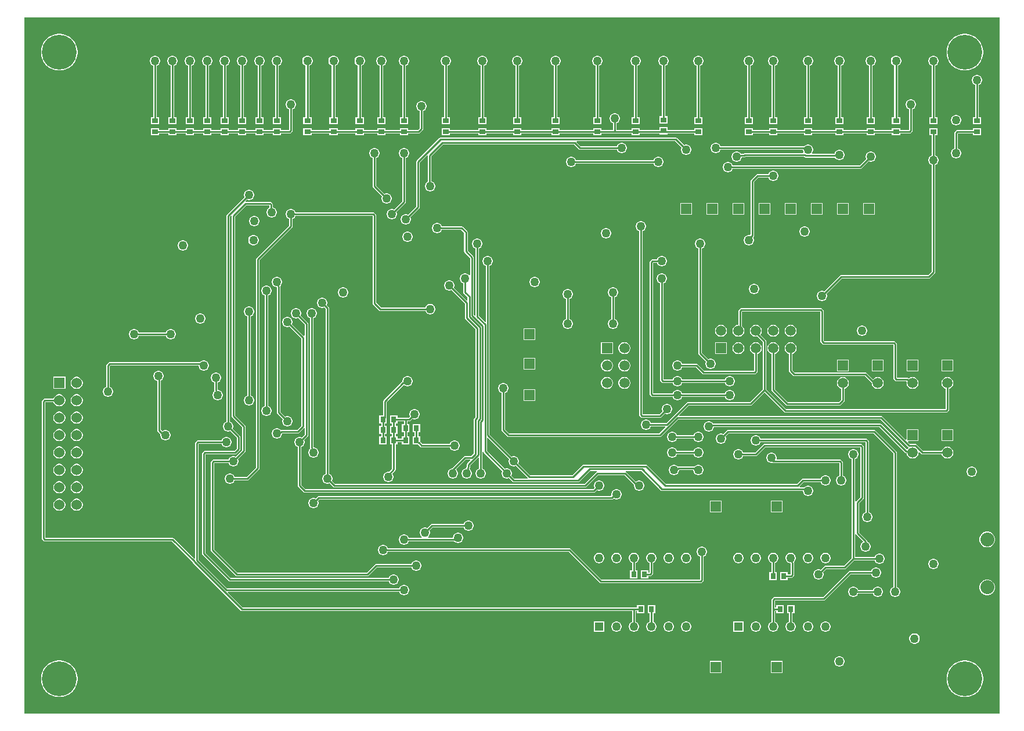
<source format=gbl>
G04*
G04 #@! TF.GenerationSoftware,Altium Limited,Altium Designer,22.3.1 (43)*
G04*
G04 Layer_Physical_Order=4*
G04 Layer_Color=16711680*
%FSLAX25Y25*%
%MOIN*%
G70*
G04*
G04 #@! TF.SameCoordinates,1903AC94-178F-402A-AE6A-EB822E6E4443*
G04*
G04*
G04 #@! TF.FilePolarity,Positive*
G04*
G01*
G75*
%ADD12C,0.01000*%
%ADD20R,0.03150X0.03740*%
%ADD24R,0.03740X0.03150*%
%ADD47C,0.08000*%
%ADD48R,0.05906X0.05906*%
%ADD49R,0.05000X0.05000*%
%ADD50C,0.05000*%
%ADD51C,0.20000*%
%ADD52C,0.05906*%
%ADD53R,0.05906X0.05906*%
%ADD54C,0.06000*%
%ADD55R,0.06000X0.06000*%
G36*
X560000D02*
X0D01*
Y400000D01*
X560000D01*
Y0D01*
D02*
G37*
%LPC*%
G36*
X540826Y390500D02*
X539174D01*
X537541Y390242D01*
X535969Y389731D01*
X534497Y388980D01*
X533160Y388009D01*
X531991Y386840D01*
X531020Y385503D01*
X530269Y384031D01*
X529759Y382459D01*
X529500Y380826D01*
Y379174D01*
X529759Y377541D01*
X530269Y375969D01*
X531020Y374497D01*
X531991Y373160D01*
X533160Y371991D01*
X534497Y371020D01*
X535969Y370269D01*
X537541Y369759D01*
X539174Y369500D01*
X540826D01*
X542459Y369759D01*
X544031Y370269D01*
X545503Y371020D01*
X546840Y371991D01*
X548009Y373160D01*
X548980Y374497D01*
X549731Y375969D01*
X550242Y377541D01*
X550500Y379174D01*
Y380826D01*
X550242Y382459D01*
X549731Y384031D01*
X548980Y385503D01*
X548009Y386840D01*
X546840Y388009D01*
X545503Y388980D01*
X544031Y389731D01*
X542459Y390242D01*
X540826Y390500D01*
D02*
G37*
G36*
X20826D02*
X19174D01*
X17541Y390242D01*
X15969Y389731D01*
X14497Y388980D01*
X13160Y388009D01*
X11991Y386840D01*
X11020Y385503D01*
X10269Y384031D01*
X9759Y382459D01*
X9500Y380826D01*
Y379174D01*
X9759Y377541D01*
X10269Y375969D01*
X11020Y374497D01*
X11991Y373160D01*
X13160Y371991D01*
X14497Y371020D01*
X15969Y370269D01*
X17541Y369759D01*
X19174Y369500D01*
X20826D01*
X22459Y369759D01*
X24031Y370269D01*
X25503Y371020D01*
X26840Y371991D01*
X28009Y373160D01*
X28980Y374497D01*
X29731Y375969D01*
X30242Y377541D01*
X30500Y379174D01*
Y380826D01*
X30242Y382459D01*
X29731Y384031D01*
X28980Y385503D01*
X28009Y386840D01*
X26840Y388009D01*
X25503Y388980D01*
X24031Y389731D01*
X22459Y390242D01*
X20826Y390500D01*
D02*
G37*
G36*
X367395Y378000D02*
X366605D01*
X365842Y377796D01*
X365158Y377401D01*
X364599Y376842D01*
X364204Y376158D01*
X364000Y375395D01*
Y374605D01*
X364204Y373842D01*
X364599Y373158D01*
X365158Y372599D01*
X365842Y372204D01*
X365980Y372167D01*
Y343224D01*
X364630D01*
Y339075D01*
X369370D01*
Y343224D01*
X368020D01*
Y372167D01*
X368158Y372204D01*
X368842Y372599D01*
X369401Y373158D01*
X369796Y373842D01*
X370000Y374605D01*
Y375395D01*
X369796Y376158D01*
X369401Y376842D01*
X368842Y377401D01*
X368158Y377796D01*
X367395Y378000D01*
D02*
G37*
G36*
X547395Y367000D02*
X546605D01*
X545842Y366796D01*
X545158Y366401D01*
X544599Y365842D01*
X544204Y365158D01*
X544000Y364395D01*
Y363605D01*
X544204Y362842D01*
X544599Y362158D01*
X545158Y361599D01*
X545842Y361204D01*
X545980Y361167D01*
Y342724D01*
X544630D01*
Y338575D01*
X549370D01*
Y342724D01*
X548020D01*
Y361167D01*
X548158Y361204D01*
X548842Y361599D01*
X549401Y362158D01*
X549796Y362842D01*
X550000Y363605D01*
Y364395D01*
X549796Y365158D01*
X549401Y365842D01*
X548842Y366401D01*
X548158Y366796D01*
X547395Y367000D01*
D02*
G37*
G36*
X522395Y378000D02*
X521605D01*
X520842Y377796D01*
X520158Y377401D01*
X519599Y376842D01*
X519204Y376158D01*
X519000Y375395D01*
Y374605D01*
X519204Y373842D01*
X519599Y373158D01*
X520158Y372599D01*
X520842Y372204D01*
X520980Y372167D01*
Y342724D01*
X519630D01*
Y338575D01*
X524370D01*
Y342724D01*
X523020D01*
Y372167D01*
X523158Y372204D01*
X523842Y372599D01*
X524401Y373158D01*
X524796Y373842D01*
X525000Y374605D01*
Y375395D01*
X524796Y376158D01*
X524401Y376842D01*
X523842Y377401D01*
X523158Y377796D01*
X522395Y378000D01*
D02*
G37*
G36*
X500895D02*
X500105D01*
X499342Y377796D01*
X498658Y377401D01*
X498099Y376842D01*
X497704Y376158D01*
X497500Y375395D01*
Y374605D01*
X497704Y373842D01*
X498099Y373158D01*
X498658Y372599D01*
X499342Y372204D01*
X499480Y372167D01*
Y342724D01*
X498130D01*
Y338575D01*
X502870D01*
Y342724D01*
X501520D01*
Y372167D01*
X501658Y372204D01*
X502342Y372599D01*
X502901Y373158D01*
X503296Y373842D01*
X503500Y374605D01*
Y375395D01*
X503296Y376158D01*
X502901Y376842D01*
X502342Y377401D01*
X501658Y377796D01*
X500895Y378000D01*
D02*
G37*
G36*
X486395D02*
X485605D01*
X484842Y377796D01*
X484158Y377401D01*
X483599Y376842D01*
X483204Y376158D01*
X483000Y375395D01*
Y374605D01*
X483204Y373842D01*
X483599Y373158D01*
X484158Y372599D01*
X484842Y372204D01*
X484980Y372167D01*
Y342724D01*
X483630D01*
Y338575D01*
X488370D01*
Y342724D01*
X487020D01*
Y372167D01*
X487158Y372204D01*
X487842Y372599D01*
X488401Y373158D01*
X488796Y373842D01*
X489000Y374605D01*
Y375395D01*
X488796Y376158D01*
X488401Y376842D01*
X487842Y377401D01*
X487158Y377796D01*
X486395Y378000D01*
D02*
G37*
G36*
X468395D02*
X467605D01*
X466842Y377796D01*
X466158Y377401D01*
X465599Y376842D01*
X465204Y376158D01*
X465000Y375395D01*
Y374605D01*
X465204Y373842D01*
X465599Y373158D01*
X466158Y372599D01*
X466842Y372204D01*
X466980Y372167D01*
Y342724D01*
X465630D01*
Y338575D01*
X470370D01*
Y342724D01*
X469020D01*
Y372167D01*
X469158Y372204D01*
X469842Y372599D01*
X470401Y373158D01*
X470796Y373842D01*
X471000Y374605D01*
Y375395D01*
X470796Y376158D01*
X470401Y376842D01*
X469842Y377401D01*
X469158Y377796D01*
X468395Y378000D01*
D02*
G37*
G36*
X450395D02*
X449605D01*
X448842Y377796D01*
X448158Y377401D01*
X447599Y376842D01*
X447204Y376158D01*
X447000Y375395D01*
Y374605D01*
X447204Y373842D01*
X447599Y373158D01*
X448158Y372599D01*
X448842Y372204D01*
X448980Y372167D01*
Y342724D01*
X447630D01*
Y338575D01*
X452370D01*
Y342724D01*
X451020D01*
Y372167D01*
X451158Y372204D01*
X451842Y372599D01*
X452401Y373158D01*
X452796Y373842D01*
X453000Y374605D01*
Y375395D01*
X452796Y376158D01*
X452401Y376842D01*
X451842Y377401D01*
X451158Y377796D01*
X450395Y378000D01*
D02*
G37*
G36*
X430395D02*
X429605D01*
X428842Y377796D01*
X428158Y377401D01*
X427599Y376842D01*
X427204Y376158D01*
X427000Y375395D01*
Y374605D01*
X427204Y373842D01*
X427599Y373158D01*
X428158Y372599D01*
X428842Y372204D01*
X428980Y372167D01*
Y342724D01*
X427630D01*
Y338575D01*
X432370D01*
Y342724D01*
X431020D01*
Y372167D01*
X431158Y372204D01*
X431842Y372599D01*
X432401Y373158D01*
X432796Y373842D01*
X433000Y374605D01*
Y375395D01*
X432796Y376158D01*
X432401Y376842D01*
X431842Y377401D01*
X431158Y377796D01*
X430395Y378000D01*
D02*
G37*
G36*
X416395D02*
X415605D01*
X414842Y377796D01*
X414158Y377401D01*
X413599Y376842D01*
X413204Y376158D01*
X413000Y375395D01*
Y374605D01*
X413204Y373842D01*
X413599Y373158D01*
X414158Y372599D01*
X414842Y372204D01*
X414980Y372167D01*
Y342724D01*
X413630D01*
Y338575D01*
X418370D01*
Y342724D01*
X417020D01*
Y372167D01*
X417158Y372204D01*
X417842Y372599D01*
X418401Y373158D01*
X418796Y373842D01*
X419000Y374605D01*
Y375395D01*
X418796Y376158D01*
X418401Y376842D01*
X417842Y377401D01*
X417158Y377796D01*
X416395Y378000D01*
D02*
G37*
G36*
X387395D02*
X386605D01*
X385842Y377796D01*
X385158Y377401D01*
X384599Y376842D01*
X384204Y376158D01*
X384000Y375395D01*
Y374605D01*
X384204Y373842D01*
X384599Y373158D01*
X385158Y372599D01*
X385842Y372204D01*
X385980Y372167D01*
Y342724D01*
X384630D01*
Y338575D01*
X389370D01*
Y342724D01*
X388020D01*
Y372167D01*
X388158Y372204D01*
X388842Y372599D01*
X389401Y373158D01*
X389796Y373842D01*
X390000Y374605D01*
Y375395D01*
X389796Y376158D01*
X389401Y376842D01*
X388842Y377401D01*
X388158Y377796D01*
X387395Y378000D01*
D02*
G37*
G36*
X351395D02*
X350605D01*
X349842Y377796D01*
X349158Y377401D01*
X348599Y376842D01*
X348204Y376158D01*
X348000Y375395D01*
Y374605D01*
X348204Y373842D01*
X348599Y373158D01*
X349158Y372599D01*
X349842Y372204D01*
X349980Y372167D01*
Y342724D01*
X348630D01*
Y338575D01*
X353370D01*
Y342724D01*
X352020D01*
Y372167D01*
X352158Y372204D01*
X352842Y372599D01*
X353401Y373158D01*
X353796Y373842D01*
X354000Y374605D01*
Y375395D01*
X353796Y376158D01*
X353401Y376842D01*
X352842Y377401D01*
X352158Y377796D01*
X351395Y378000D01*
D02*
G37*
G36*
X329395D02*
X328605D01*
X327842Y377796D01*
X327158Y377401D01*
X326599Y376842D01*
X326204Y376158D01*
X326000Y375395D01*
Y374605D01*
X326204Y373842D01*
X326599Y373158D01*
X327158Y372599D01*
X327842Y372204D01*
X327980Y372167D01*
Y342724D01*
X326630D01*
Y338575D01*
X331370D01*
Y342724D01*
X330020D01*
Y372167D01*
X330158Y372204D01*
X330842Y372599D01*
X331401Y373158D01*
X331796Y373842D01*
X332000Y374605D01*
Y375395D01*
X331796Y376158D01*
X331401Y376842D01*
X330842Y377401D01*
X330158Y377796D01*
X329395Y378000D01*
D02*
G37*
G36*
X305395D02*
X304605D01*
X303842Y377796D01*
X303158Y377401D01*
X302599Y376842D01*
X302204Y376158D01*
X302000Y375395D01*
Y374605D01*
X302204Y373842D01*
X302599Y373158D01*
X303158Y372599D01*
X303842Y372204D01*
X303980Y372167D01*
Y342724D01*
X302630D01*
Y338575D01*
X307370D01*
Y342724D01*
X306020D01*
Y372167D01*
X306158Y372204D01*
X306842Y372599D01*
X307401Y373158D01*
X307796Y373842D01*
X308000Y374605D01*
Y375395D01*
X307796Y376158D01*
X307401Y376842D01*
X306842Y377401D01*
X306158Y377796D01*
X305395Y378000D01*
D02*
G37*
G36*
X283395D02*
X282605D01*
X281842Y377796D01*
X281158Y377401D01*
X280599Y376842D01*
X280204Y376158D01*
X280000Y375395D01*
Y374605D01*
X280204Y373842D01*
X280599Y373158D01*
X281158Y372599D01*
X281842Y372204D01*
X281980Y372167D01*
Y342724D01*
X280630D01*
Y338575D01*
X285370D01*
Y342724D01*
X284020D01*
Y372167D01*
X284158Y372204D01*
X284842Y372599D01*
X285401Y373158D01*
X285796Y373842D01*
X286000Y374605D01*
Y375395D01*
X285796Y376158D01*
X285401Y376842D01*
X284842Y377401D01*
X284158Y377796D01*
X283395Y378000D01*
D02*
G37*
G36*
X263395D02*
X262605D01*
X261842Y377796D01*
X261158Y377401D01*
X260599Y376842D01*
X260204Y376158D01*
X260000Y375395D01*
Y374605D01*
X260204Y373842D01*
X260599Y373158D01*
X261158Y372599D01*
X261842Y372204D01*
X261980Y372167D01*
Y342724D01*
X260630D01*
Y338575D01*
X265370D01*
Y342724D01*
X264020D01*
Y372167D01*
X264158Y372204D01*
X264842Y372599D01*
X265401Y373158D01*
X265796Y373842D01*
X266000Y374605D01*
Y375395D01*
X265796Y376158D01*
X265401Y376842D01*
X264842Y377401D01*
X264158Y377796D01*
X263395Y378000D01*
D02*
G37*
G36*
X242395D02*
X241605D01*
X240842Y377796D01*
X240158Y377401D01*
X239599Y376842D01*
X239204Y376158D01*
X239000Y375395D01*
Y374605D01*
X239204Y373842D01*
X239599Y373158D01*
X240158Y372599D01*
X240842Y372204D01*
X240980Y372167D01*
Y342724D01*
X239630D01*
Y338575D01*
X244370D01*
Y342724D01*
X243020D01*
Y372167D01*
X243158Y372204D01*
X243842Y372599D01*
X244401Y373158D01*
X244796Y373842D01*
X245000Y374605D01*
Y375395D01*
X244796Y376158D01*
X244401Y376842D01*
X243842Y377401D01*
X243158Y377796D01*
X242395Y378000D01*
D02*
G37*
G36*
X218395D02*
X217605D01*
X216842Y377796D01*
X216158Y377401D01*
X215599Y376842D01*
X215204Y376158D01*
X215000Y375395D01*
Y374605D01*
X215204Y373842D01*
X215599Y373158D01*
X216158Y372599D01*
X216842Y372204D01*
X216980Y372167D01*
Y342724D01*
X215630D01*
Y338575D01*
X220370D01*
Y342724D01*
X219020D01*
Y372167D01*
X219158Y372204D01*
X219842Y372599D01*
X220401Y373158D01*
X220796Y373842D01*
X221000Y374605D01*
Y375395D01*
X220796Y376158D01*
X220401Y376842D01*
X219842Y377401D01*
X219158Y377796D01*
X218395Y378000D01*
D02*
G37*
G36*
X205395D02*
X204605D01*
X203842Y377796D01*
X203158Y377401D01*
X202599Y376842D01*
X202204Y376158D01*
X202000Y375395D01*
Y374605D01*
X202204Y373842D01*
X202599Y373158D01*
X203158Y372599D01*
X203842Y372204D01*
X203980Y372167D01*
Y342724D01*
X202630D01*
Y338575D01*
X207370D01*
Y342724D01*
X206020D01*
Y372167D01*
X206158Y372204D01*
X206842Y372599D01*
X207401Y373158D01*
X207796Y373842D01*
X208000Y374605D01*
Y375395D01*
X207796Y376158D01*
X207401Y376842D01*
X206842Y377401D01*
X206158Y377796D01*
X205395Y378000D01*
D02*
G37*
G36*
X192895D02*
X192105D01*
X191342Y377796D01*
X190658Y377401D01*
X190099Y376842D01*
X189704Y376158D01*
X189500Y375395D01*
Y374605D01*
X189704Y373842D01*
X190099Y373158D01*
X190658Y372599D01*
X191342Y372204D01*
X191480Y372167D01*
Y342724D01*
X190130D01*
Y338575D01*
X194870D01*
Y342724D01*
X193520D01*
Y372167D01*
X193658Y372204D01*
X194342Y372599D01*
X194901Y373158D01*
X195296Y373842D01*
X195500Y374605D01*
Y375395D01*
X195296Y376158D01*
X194901Y376842D01*
X194342Y377401D01*
X193658Y377796D01*
X192895Y378000D01*
D02*
G37*
G36*
X177895D02*
X177105D01*
X176342Y377796D01*
X175658Y377401D01*
X175099Y376842D01*
X174704Y376158D01*
X174500Y375395D01*
Y374605D01*
X174704Y373842D01*
X175099Y373158D01*
X175658Y372599D01*
X176342Y372204D01*
X176480Y372167D01*
Y342724D01*
X175130D01*
Y338575D01*
X179870D01*
Y342724D01*
X178520D01*
Y372167D01*
X178658Y372204D01*
X179342Y372599D01*
X179901Y373158D01*
X180296Y373842D01*
X180500Y374605D01*
Y375395D01*
X180296Y376158D01*
X179901Y376842D01*
X179342Y377401D01*
X178658Y377796D01*
X177895Y378000D01*
D02*
G37*
G36*
X162895D02*
X162105D01*
X161342Y377796D01*
X160658Y377401D01*
X160099Y376842D01*
X159704Y376158D01*
X159500Y375395D01*
Y374605D01*
X159704Y373842D01*
X160099Y373158D01*
X160658Y372599D01*
X161342Y372204D01*
X161480Y372167D01*
Y342724D01*
X160130D01*
Y338575D01*
X164870D01*
Y342724D01*
X163520D01*
Y372167D01*
X163658Y372204D01*
X164342Y372599D01*
X164901Y373158D01*
X165296Y373842D01*
X165500Y374605D01*
Y375395D01*
X165296Y376158D01*
X164901Y376842D01*
X164342Y377401D01*
X163658Y377796D01*
X162895Y378000D01*
D02*
G37*
G36*
X145395D02*
X144605D01*
X143842Y377796D01*
X143158Y377401D01*
X142599Y376842D01*
X142204Y376158D01*
X142000Y375395D01*
Y374605D01*
X142204Y373842D01*
X142599Y373158D01*
X143158Y372599D01*
X143842Y372204D01*
X143980Y372167D01*
Y342724D01*
X142630D01*
Y338575D01*
X147370D01*
Y342724D01*
X146020D01*
Y372167D01*
X146158Y372204D01*
X146842Y372599D01*
X147401Y373158D01*
X147796Y373842D01*
X148000Y374605D01*
Y375395D01*
X147796Y376158D01*
X147401Y376842D01*
X146842Y377401D01*
X146158Y377796D01*
X145395Y378000D01*
D02*
G37*
G36*
X135395D02*
X134605D01*
X133842Y377796D01*
X133158Y377401D01*
X132599Y376842D01*
X132204Y376158D01*
X132000Y375395D01*
Y374605D01*
X132204Y373842D01*
X132599Y373158D01*
X133158Y372599D01*
X133842Y372204D01*
X133980Y372167D01*
Y342724D01*
X132630D01*
Y338575D01*
X137370D01*
Y342724D01*
X136020D01*
Y372167D01*
X136158Y372204D01*
X136842Y372599D01*
X137401Y373158D01*
X137796Y373842D01*
X138000Y374605D01*
Y375395D01*
X137796Y376158D01*
X137401Y376842D01*
X136842Y377401D01*
X136158Y377796D01*
X135395Y378000D01*
D02*
G37*
G36*
X125395D02*
X124605D01*
X123842Y377796D01*
X123158Y377401D01*
X122599Y376842D01*
X122204Y376158D01*
X122000Y375395D01*
Y374605D01*
X122204Y373842D01*
X122599Y373158D01*
X123158Y372599D01*
X123842Y372204D01*
X123980Y372167D01*
Y342724D01*
X122630D01*
Y338575D01*
X127370D01*
Y342724D01*
X126020D01*
Y372167D01*
X126158Y372204D01*
X126842Y372599D01*
X127401Y373158D01*
X127796Y373842D01*
X128000Y374605D01*
Y375395D01*
X127796Y376158D01*
X127401Y376842D01*
X126842Y377401D01*
X126158Y377796D01*
X125395Y378000D01*
D02*
G37*
G36*
X115395D02*
X114605D01*
X113842Y377796D01*
X113158Y377401D01*
X112599Y376842D01*
X112204Y376158D01*
X112000Y375395D01*
Y374605D01*
X112204Y373842D01*
X112599Y373158D01*
X113158Y372599D01*
X113842Y372204D01*
X113980Y372167D01*
Y342724D01*
X112630D01*
Y338575D01*
X117370D01*
Y342724D01*
X116020D01*
Y372167D01*
X116158Y372204D01*
X116842Y372599D01*
X117401Y373158D01*
X117796Y373842D01*
X118000Y374605D01*
Y375395D01*
X117796Y376158D01*
X117401Y376842D01*
X116842Y377401D01*
X116158Y377796D01*
X115395Y378000D01*
D02*
G37*
G36*
X105395D02*
X104605D01*
X103842Y377796D01*
X103158Y377401D01*
X102599Y376842D01*
X102204Y376158D01*
X102000Y375395D01*
Y374605D01*
X102204Y373842D01*
X102599Y373158D01*
X103158Y372599D01*
X103842Y372204D01*
X103980Y372167D01*
Y342724D01*
X102630D01*
Y338575D01*
X107370D01*
Y342724D01*
X106020D01*
Y372167D01*
X106158Y372204D01*
X106842Y372599D01*
X107401Y373158D01*
X107796Y373842D01*
X108000Y374605D01*
Y375395D01*
X107796Y376158D01*
X107401Y376842D01*
X106842Y377401D01*
X106158Y377796D01*
X105395Y378000D01*
D02*
G37*
G36*
X95395D02*
X94605D01*
X93842Y377796D01*
X93158Y377401D01*
X92599Y376842D01*
X92204Y376158D01*
X92000Y375395D01*
Y374605D01*
X92204Y373842D01*
X92599Y373158D01*
X93158Y372599D01*
X93842Y372204D01*
X93980Y372167D01*
Y342724D01*
X92630D01*
Y338575D01*
X97370D01*
Y342724D01*
X96020D01*
Y372167D01*
X96158Y372204D01*
X96842Y372599D01*
X97401Y373158D01*
X97796Y373842D01*
X98000Y374605D01*
Y375395D01*
X97796Y376158D01*
X97401Y376842D01*
X96842Y377401D01*
X96158Y377796D01*
X95395Y378000D01*
D02*
G37*
G36*
X85395D02*
X84605D01*
X83842Y377796D01*
X83158Y377401D01*
X82599Y376842D01*
X82204Y376158D01*
X82000Y375395D01*
Y374605D01*
X82204Y373842D01*
X82599Y373158D01*
X83158Y372599D01*
X83842Y372204D01*
X83980Y372167D01*
Y342724D01*
X82630D01*
Y338575D01*
X87370D01*
Y342724D01*
X86020D01*
Y372167D01*
X86158Y372204D01*
X86842Y372599D01*
X87401Y373158D01*
X87796Y373842D01*
X88000Y374605D01*
Y375395D01*
X87796Y376158D01*
X87401Y376842D01*
X86842Y377401D01*
X86158Y377796D01*
X85395Y378000D01*
D02*
G37*
G36*
X75395D02*
X74605D01*
X73842Y377796D01*
X73158Y377401D01*
X72599Y376842D01*
X72204Y376158D01*
X72000Y375395D01*
Y374605D01*
X72204Y373842D01*
X72599Y373158D01*
X73158Y372599D01*
X73842Y372204D01*
X73980Y372167D01*
Y342724D01*
X72630D01*
Y338575D01*
X77370D01*
Y342724D01*
X76020D01*
Y372167D01*
X76158Y372204D01*
X76842Y372599D01*
X77401Y373158D01*
X77796Y373842D01*
X78000Y374605D01*
Y375395D01*
X77796Y376158D01*
X77401Y376842D01*
X76842Y377401D01*
X76158Y377796D01*
X75395Y378000D01*
D02*
G37*
G36*
X535395Y344000D02*
X534605D01*
X533842Y343796D01*
X533158Y343401D01*
X532599Y342842D01*
X532204Y342158D01*
X532000Y341395D01*
Y340605D01*
X532204Y339842D01*
X532599Y339158D01*
X533158Y338599D01*
X533842Y338204D01*
X534605Y338000D01*
X535395D01*
X536158Y338204D01*
X536842Y338599D01*
X537401Y339158D01*
X537796Y339842D01*
X538000Y340605D01*
Y341395D01*
X537796Y342158D01*
X537401Y342842D01*
X536842Y343401D01*
X536158Y343796D01*
X535395Y344000D01*
D02*
G37*
G36*
X509395Y353000D02*
X508605D01*
X507842Y352796D01*
X507158Y352401D01*
X506599Y351842D01*
X506204Y351158D01*
X506000Y350395D01*
Y349605D01*
X506204Y348842D01*
X506599Y348158D01*
X507158Y347599D01*
X507842Y347204D01*
X507980Y347167D01*
Y335422D01*
X507928Y335370D01*
X502870D01*
Y336425D01*
X498130D01*
Y335370D01*
X488370D01*
Y336425D01*
X483630D01*
Y335370D01*
X470370D01*
Y336425D01*
X465630D01*
Y335370D01*
X452370D01*
Y336425D01*
X447630D01*
Y335370D01*
X432370D01*
Y336425D01*
X427630D01*
Y335370D01*
X418370D01*
Y336425D01*
X413630D01*
Y332276D01*
X418370D01*
Y333331D01*
X427630D01*
Y332276D01*
X432370D01*
Y333331D01*
X447630D01*
Y332276D01*
X452370D01*
Y333331D01*
X465630D01*
Y332276D01*
X470370D01*
Y333331D01*
X483630D01*
Y332276D01*
X488370D01*
Y333331D01*
X498130D01*
Y332276D01*
X502870D01*
Y333331D01*
X508350D01*
X508741Y333408D01*
X509071Y333629D01*
X509721Y334279D01*
X509942Y334610D01*
X510020Y335000D01*
Y347167D01*
X510158Y347204D01*
X510842Y347599D01*
X511401Y348158D01*
X511796Y348842D01*
X512000Y349605D01*
Y350395D01*
X511796Y351158D01*
X511401Y351842D01*
X510842Y352401D01*
X510158Y352796D01*
X509395Y353000D01*
D02*
G37*
G36*
X339395Y345000D02*
X338605D01*
X337842Y344796D01*
X337158Y344401D01*
X336599Y343842D01*
X336204Y343158D01*
X336000Y342395D01*
Y341605D01*
X336204Y340842D01*
X336599Y340158D01*
X337158Y339599D01*
X337842Y339204D01*
X337980Y339167D01*
Y335370D01*
X331370D01*
Y336425D01*
X326630D01*
Y335370D01*
X307370D01*
Y336425D01*
X302630D01*
Y335370D01*
X285370D01*
Y336425D01*
X280630D01*
Y335370D01*
X265370D01*
Y336425D01*
X260630D01*
Y335370D01*
X244370D01*
Y336425D01*
X239630D01*
Y332276D01*
X244370D01*
Y333331D01*
X260630D01*
Y332276D01*
X265370D01*
Y333331D01*
X280630D01*
Y332276D01*
X285370D01*
Y333331D01*
X302630D01*
Y332276D01*
X307370D01*
Y333331D01*
X326630D01*
Y332276D01*
X331370D01*
Y333331D01*
X348630D01*
Y332276D01*
X353370D01*
Y333331D01*
X364630D01*
Y332776D01*
X369370D01*
Y333331D01*
X384630D01*
Y332276D01*
X389370D01*
Y336425D01*
X384630D01*
Y335370D01*
X369370D01*
Y336925D01*
X364630D01*
Y335370D01*
X353370D01*
Y336425D01*
X348630D01*
Y335370D01*
X340020D01*
Y339167D01*
X340158Y339204D01*
X340842Y339599D01*
X341401Y340158D01*
X341796Y340842D01*
X342000Y341605D01*
Y342395D01*
X341796Y343158D01*
X341401Y343842D01*
X340842Y344401D01*
X340158Y344796D01*
X339395Y345000D01*
D02*
G37*
G36*
X228395Y352000D02*
X227605D01*
X226842Y351796D01*
X226158Y351401D01*
X225599Y350842D01*
X225204Y350158D01*
X225000Y349395D01*
Y348605D01*
X225204Y347842D01*
X225599Y347158D01*
X226158Y346599D01*
X226842Y346204D01*
X226980Y346167D01*
Y336422D01*
X225928Y335370D01*
X220370D01*
Y336425D01*
X215630D01*
Y335370D01*
X207370D01*
Y336425D01*
X202630D01*
Y335370D01*
X194870D01*
Y336425D01*
X190130D01*
Y335370D01*
X179870D01*
Y336425D01*
X175130D01*
Y335370D01*
X164870D01*
Y336425D01*
X160130D01*
Y332276D01*
X164870D01*
Y333331D01*
X175130D01*
Y332276D01*
X179870D01*
Y333331D01*
X190130D01*
Y332276D01*
X194870D01*
Y333331D01*
X202630D01*
Y332276D01*
X207370D01*
Y333331D01*
X215630D01*
Y332276D01*
X220370D01*
Y333331D01*
X226350D01*
X226741Y333408D01*
X227071Y333629D01*
X228721Y335279D01*
X228942Y335610D01*
X229020Y336000D01*
Y346167D01*
X229158Y346204D01*
X229842Y346599D01*
X230401Y347158D01*
X230796Y347842D01*
X231000Y348605D01*
Y349395D01*
X230796Y350158D01*
X230401Y350842D01*
X229842Y351401D01*
X229158Y351796D01*
X228395Y352000D01*
D02*
G37*
G36*
X153395Y353000D02*
X152605D01*
X151842Y352796D01*
X151158Y352401D01*
X150599Y351842D01*
X150204Y351158D01*
X150000Y350395D01*
Y349605D01*
X150204Y348842D01*
X150599Y348158D01*
X151158Y347599D01*
X151842Y347204D01*
X151980Y347167D01*
Y335422D01*
X151928Y335370D01*
X147370D01*
Y336425D01*
X142630D01*
Y335370D01*
X137370D01*
Y336425D01*
X132630D01*
Y335370D01*
X127370D01*
Y336425D01*
X122630D01*
Y335370D01*
X117370D01*
Y336425D01*
X112630D01*
Y335370D01*
X107370D01*
Y336425D01*
X102630D01*
Y335370D01*
X97370D01*
Y336425D01*
X92630D01*
Y335370D01*
X87370D01*
Y336425D01*
X82630D01*
Y335370D01*
X77370D01*
Y336425D01*
X72630D01*
Y332276D01*
X77370D01*
Y333331D01*
X82630D01*
Y332276D01*
X87370D01*
Y333331D01*
X92630D01*
Y332276D01*
X97370D01*
Y333331D01*
X102630D01*
Y332276D01*
X107370D01*
Y333331D01*
X112630D01*
Y332276D01*
X117370D01*
Y333331D01*
X122630D01*
Y332276D01*
X127370D01*
Y333331D01*
X132630D01*
Y332276D01*
X137370D01*
Y333331D01*
X142630D01*
Y332276D01*
X147370D01*
Y333331D01*
X152350D01*
X152741Y333408D01*
X153071Y333629D01*
X153721Y334279D01*
X153942Y334610D01*
X154020Y335000D01*
Y347167D01*
X154158Y347204D01*
X154842Y347599D01*
X155401Y348158D01*
X155796Y348842D01*
X156000Y349605D01*
Y350395D01*
X155796Y351158D01*
X155401Y351842D01*
X154842Y352401D01*
X154158Y352796D01*
X153395Y353000D01*
D02*
G37*
G36*
X549370Y336425D02*
X544630D01*
Y335370D01*
X535586D01*
X535196Y335292D01*
X534865Y335071D01*
X534279Y334486D01*
X534058Y334155D01*
X533980Y333765D01*
Y324833D01*
X533842Y324796D01*
X533158Y324401D01*
X532599Y323842D01*
X532204Y323158D01*
X532000Y322395D01*
Y321605D01*
X532204Y320842D01*
X532599Y320158D01*
X533158Y319599D01*
X533842Y319204D01*
X534605Y319000D01*
X535395D01*
X536158Y319204D01*
X536842Y319599D01*
X537401Y320158D01*
X537796Y320842D01*
X538000Y321605D01*
Y322395D01*
X537796Y323158D01*
X537401Y323842D01*
X536842Y324401D01*
X536158Y324796D01*
X536020Y324833D01*
Y333331D01*
X544630D01*
Y332276D01*
X549370D01*
Y336425D01*
D02*
G37*
G36*
X397395Y328000D02*
X396605D01*
X395842Y327796D01*
X395158Y327401D01*
X394599Y326842D01*
X394204Y326158D01*
X394000Y325395D01*
Y324605D01*
X394204Y323842D01*
X394599Y323158D01*
X395158Y322599D01*
X395842Y322204D01*
X396605Y322000D01*
X397395D01*
X398158Y322204D01*
X398842Y322599D01*
X399401Y323158D01*
X399796Y323842D01*
X399833Y323980D01*
X447000D01*
Y323605D01*
X447204Y322842D01*
X447391Y322520D01*
X447102Y322020D01*
X413586D01*
X413196Y321942D01*
X412961Y321785D01*
X411434D01*
X411401Y321842D01*
X410842Y322401D01*
X410158Y322796D01*
X409395Y323000D01*
X408605D01*
X407842Y322796D01*
X407158Y322401D01*
X406599Y321842D01*
X406204Y321158D01*
X406000Y320395D01*
Y319605D01*
X406204Y318842D01*
X406599Y318158D01*
X407158Y317599D01*
X407842Y317204D01*
X408605Y317000D01*
X409395D01*
X410158Y317204D01*
X410842Y317599D01*
X411401Y318158D01*
X411796Y318842D01*
X412000Y319605D01*
Y319746D01*
X413351D01*
X413741Y319823D01*
X413976Y319980D01*
X447628D01*
X447829Y319779D01*
X448160Y319558D01*
X448550Y319480D01*
X465413D01*
X465599Y319158D01*
X466158Y318599D01*
X466842Y318204D01*
X467605Y318000D01*
X468395D01*
X469158Y318204D01*
X469842Y318599D01*
X470401Y319158D01*
X470796Y319842D01*
X471000Y320605D01*
Y321395D01*
X470796Y322158D01*
X470401Y322842D01*
X469842Y323401D01*
X469158Y323796D01*
X468395Y324000D01*
X467605D01*
X466842Y323796D01*
X466158Y323401D01*
X465599Y322842D01*
X465204Y322158D01*
X465033Y321520D01*
X452469D01*
X452262Y322020D01*
X452401Y322158D01*
X452796Y322842D01*
X453000Y323605D01*
Y324395D01*
X452796Y325158D01*
X452401Y325842D01*
X451842Y326401D01*
X451158Y326796D01*
X450395Y327000D01*
X449605D01*
X448842Y326796D01*
X448158Y326401D01*
X447717Y325959D01*
X447414Y326020D01*
X399833D01*
X399796Y326158D01*
X399401Y326842D01*
X398842Y327401D01*
X398158Y327796D01*
X397395Y328000D01*
D02*
G37*
G36*
X374130Y330890D02*
X238871D01*
X238480Y330813D01*
X238149Y330591D01*
X225279Y317721D01*
X225058Y317390D01*
X224980Y317000D01*
Y291422D01*
X220282Y286724D01*
X220158Y286796D01*
X219395Y287000D01*
X218605D01*
X217842Y286796D01*
X217158Y286401D01*
X216599Y285842D01*
X216204Y285158D01*
X216000Y284395D01*
Y283605D01*
X216204Y282842D01*
X216599Y282158D01*
X217158Y281599D01*
X217842Y281204D01*
X218605Y281000D01*
X219395D01*
X220158Y281204D01*
X220842Y281599D01*
X221401Y282158D01*
X221796Y282842D01*
X222000Y283605D01*
Y284395D01*
X221796Y285158D01*
X221724Y285282D01*
X226721Y290279D01*
X226942Y290610D01*
X227020Y291000D01*
Y316578D01*
X231264Y320822D01*
X231301Y320817D01*
X231746Y320597D01*
Y305740D01*
X231158Y305401D01*
X230599Y304842D01*
X230204Y304158D01*
X230000Y303395D01*
Y302605D01*
X230204Y301842D01*
X230599Y301158D01*
X231158Y300599D01*
X231842Y300204D01*
X232605Y300000D01*
X233395D01*
X234158Y300204D01*
X234842Y300599D01*
X235401Y301158D01*
X235796Y301842D01*
X236000Y302605D01*
Y303395D01*
X235796Y304158D01*
X235401Y304842D01*
X234842Y305401D01*
X234158Y305796D01*
X233785Y305895D01*
Y320343D01*
X240422Y326980D01*
X315578D01*
X318279Y324279D01*
X318610Y324058D01*
X319000Y323980D01*
X340167D01*
X340204Y323842D01*
X340599Y323158D01*
X341158Y322599D01*
X341842Y322204D01*
X342605Y322000D01*
X343395D01*
X344158Y322204D01*
X344842Y322599D01*
X345401Y323158D01*
X345796Y323842D01*
X346000Y324605D01*
Y325395D01*
X345796Y326158D01*
X345401Y326842D01*
X344842Y327401D01*
X344158Y327796D01*
X343395Y328000D01*
X342605D01*
X341842Y327796D01*
X341158Y327401D01*
X340599Y326842D01*
X340204Y326158D01*
X340167Y326020D01*
X319422D01*
X317091Y328351D01*
X317298Y328851D01*
X373707D01*
X377276Y325282D01*
X377204Y325158D01*
X377000Y324395D01*
Y323605D01*
X377204Y322842D01*
X377599Y322158D01*
X378158Y321599D01*
X378842Y321204D01*
X379605Y321000D01*
X380395D01*
X381158Y321204D01*
X381842Y321599D01*
X382401Y322158D01*
X382796Y322842D01*
X383000Y323605D01*
Y324395D01*
X382796Y325158D01*
X382401Y325842D01*
X381842Y326401D01*
X381158Y326796D01*
X380395Y327000D01*
X379605D01*
X378842Y326796D01*
X378718Y326724D01*
X374851Y330591D01*
X374520Y330813D01*
X374130Y330890D01*
D02*
G37*
G36*
X364395Y320000D02*
X363605D01*
X362842Y319796D01*
X362158Y319401D01*
X361599Y318842D01*
X361204Y318158D01*
X361167Y318020D01*
X316833D01*
X316796Y318158D01*
X316401Y318842D01*
X315842Y319401D01*
X315158Y319796D01*
X314395Y320000D01*
X313605D01*
X312842Y319796D01*
X312158Y319401D01*
X311599Y318842D01*
X311204Y318158D01*
X311000Y317395D01*
Y316605D01*
X311204Y315842D01*
X311599Y315158D01*
X312158Y314599D01*
X312842Y314204D01*
X313605Y314000D01*
X314395D01*
X315158Y314204D01*
X315842Y314599D01*
X316401Y315158D01*
X316796Y315842D01*
X316833Y315980D01*
X361167D01*
X361204Y315842D01*
X361599Y315158D01*
X362158Y314599D01*
X362842Y314204D01*
X363605Y314000D01*
X364395D01*
X365158Y314204D01*
X365842Y314599D01*
X366401Y315158D01*
X366796Y315842D01*
X367000Y316605D01*
Y317395D01*
X366796Y318158D01*
X366401Y318842D01*
X365842Y319401D01*
X365158Y319796D01*
X364395Y320000D01*
D02*
G37*
G36*
X486395Y323000D02*
X485605D01*
X484842Y322796D01*
X484158Y322401D01*
X483599Y321842D01*
X483204Y321158D01*
X483000Y320395D01*
Y319605D01*
X483204Y318842D01*
X483276Y318718D01*
X479578Y315020D01*
X406833D01*
X406796Y315158D01*
X406401Y315842D01*
X405842Y316401D01*
X405158Y316796D01*
X404395Y317000D01*
X403605D01*
X402842Y316796D01*
X402158Y316401D01*
X401599Y315842D01*
X401204Y315158D01*
X401000Y314395D01*
Y313605D01*
X401204Y312842D01*
X401599Y312158D01*
X402158Y311599D01*
X402842Y311204D01*
X403605Y311000D01*
X404395D01*
X405158Y311204D01*
X405842Y311599D01*
X406401Y312158D01*
X406796Y312842D01*
X406833Y312980D01*
X480000D01*
X480390Y313058D01*
X480721Y313279D01*
X484718Y317276D01*
X484842Y317204D01*
X485605Y317000D01*
X486395D01*
X487158Y317204D01*
X487842Y317599D01*
X488401Y318158D01*
X488796Y318842D01*
X489000Y319605D01*
Y320395D01*
X488796Y321158D01*
X488401Y321842D01*
X487842Y322401D01*
X487158Y322796D01*
X486395Y323000D01*
D02*
G37*
G36*
X430395Y312000D02*
X429605D01*
X428842Y311796D01*
X428158Y311401D01*
X427599Y310842D01*
X427204Y310158D01*
X427167Y310020D01*
X421000D01*
X420610Y309942D01*
X420279Y309721D01*
X417279Y306721D01*
X417058Y306390D01*
X416980Y306000D01*
Y275360D01*
X416495Y274973D01*
X416395Y275000D01*
X415605D01*
X414842Y274796D01*
X414158Y274401D01*
X413599Y273842D01*
X413204Y273158D01*
X413000Y272395D01*
Y271605D01*
X413204Y270842D01*
X413599Y270158D01*
X414158Y269599D01*
X414842Y269204D01*
X415605Y269000D01*
X416395D01*
X417158Y269204D01*
X417842Y269599D01*
X418401Y270158D01*
X418796Y270842D01*
X419000Y271605D01*
Y272395D01*
X418796Y273158D01*
X418509Y273653D01*
X418721Y273865D01*
X418942Y274196D01*
X419020Y274586D01*
Y305578D01*
X421422Y307980D01*
X427167D01*
X427204Y307842D01*
X427599Y307158D01*
X428158Y306599D01*
X428842Y306204D01*
X429605Y306000D01*
X430395D01*
X431158Y306204D01*
X431842Y306599D01*
X432401Y307158D01*
X432796Y307842D01*
X433000Y308605D01*
Y309395D01*
X432796Y310158D01*
X432401Y310842D01*
X431842Y311401D01*
X431158Y311796D01*
X430395Y312000D01*
D02*
G37*
G36*
X129395Y301000D02*
X128605D01*
X127842Y300796D01*
X127158Y300401D01*
X126599Y299842D01*
X126204Y299158D01*
X126000Y298395D01*
Y297605D01*
X126204Y296842D01*
X126276Y296718D01*
X116279Y286721D01*
X116058Y286390D01*
X115980Y286000D01*
Y167833D01*
X115842Y167796D01*
X115158Y167401D01*
X114599Y166842D01*
X114204Y166158D01*
X114000Y165395D01*
Y164605D01*
X114204Y163842D01*
X114599Y163158D01*
X115158Y162599D01*
X115842Y162204D01*
X116605Y162000D01*
X117395D01*
X118158Y162204D01*
X118282Y162276D01*
X121980Y158578D01*
Y152422D01*
X120578Y151020D01*
X103586D01*
X103196Y150942D01*
X102865Y150721D01*
X102279Y150135D01*
X102058Y149804D01*
X101980Y149414D01*
Y92000D01*
X102058Y91610D01*
X102279Y91279D01*
X117279Y76279D01*
X117610Y76058D01*
X118000Y75980D01*
X209167D01*
X209204Y75842D01*
X209599Y75158D01*
X210158Y74599D01*
X210842Y74204D01*
X211605Y74000D01*
X212395D01*
X213158Y74204D01*
X213842Y74599D01*
X214401Y75158D01*
X214796Y75842D01*
X215000Y76605D01*
Y77395D01*
X214796Y78158D01*
X214401Y78842D01*
X213842Y79401D01*
X213158Y79796D01*
X212395Y80000D01*
X211605D01*
X210842Y79796D01*
X210158Y79401D01*
X209599Y78842D01*
X209204Y78158D01*
X209167Y78020D01*
X118422D01*
X104020Y92422D01*
Y148980D01*
X121000D01*
X121390Y149058D01*
X121721Y149279D01*
X123721Y151279D01*
X123942Y151610D01*
X124020Y152000D01*
Y159000D01*
X123942Y159390D01*
X123721Y159721D01*
X119724Y163718D01*
X119796Y163842D01*
X120000Y164605D01*
Y165395D01*
X119796Y166158D01*
X119401Y166842D01*
X118842Y167401D01*
X118158Y167796D01*
X118020Y167833D01*
Y285578D01*
X118498Y286056D01*
X118535Y286052D01*
X118980Y285831D01*
Y171000D01*
X119058Y170610D01*
X119279Y170279D01*
X124980Y164578D01*
Y151422D01*
X121282Y147724D01*
X121158Y147796D01*
X120395Y148000D01*
X119605D01*
X118842Y147796D01*
X118158Y147401D01*
X117599Y146842D01*
X117204Y146158D01*
X117167Y146020D01*
X108586D01*
X108196Y145942D01*
X107865Y145721D01*
X107279Y145135D01*
X107058Y144804D01*
X106980Y144414D01*
Y94000D01*
X107058Y93610D01*
X107279Y93279D01*
X121279Y79279D01*
X121610Y79058D01*
X122000Y78980D01*
X197000D01*
X197390Y79058D01*
X197721Y79279D01*
X202422Y83980D01*
X222167D01*
X222204Y83842D01*
X222599Y83158D01*
X223158Y82599D01*
X223842Y82204D01*
X224605Y82000D01*
X225395D01*
X226158Y82204D01*
X226842Y82599D01*
X227401Y83158D01*
X227796Y83842D01*
X228000Y84605D01*
Y85395D01*
X227796Y86158D01*
X227401Y86842D01*
X226842Y87401D01*
X226158Y87796D01*
X225395Y88000D01*
X224605D01*
X223842Y87796D01*
X223158Y87401D01*
X222599Y86842D01*
X222204Y86158D01*
X222167Y86020D01*
X202000D01*
X201610Y85942D01*
X201279Y85721D01*
X196578Y81020D01*
X122422D01*
X109020Y94422D01*
Y143980D01*
X117167D01*
X117204Y143842D01*
X117599Y143158D01*
X118158Y142599D01*
X118842Y142204D01*
X119605Y142000D01*
X120395D01*
X121158Y142204D01*
X121842Y142599D01*
X122401Y143158D01*
X122796Y143842D01*
X123000Y144605D01*
Y145395D01*
X122796Y146158D01*
X122724Y146282D01*
X126721Y150279D01*
X126942Y150610D01*
X127020Y151000D01*
Y165000D01*
X126942Y165390D01*
X126721Y165721D01*
X121020Y171422D01*
Y285578D01*
X127422Y291980D01*
X140738D01*
Y290735D01*
X140158Y290401D01*
X139599Y289842D01*
X139204Y289158D01*
X139000Y288395D01*
Y287605D01*
X139204Y286842D01*
X139599Y286158D01*
X140158Y285599D01*
X140842Y285204D01*
X141605Y285000D01*
X142395D01*
X143158Y285204D01*
X143842Y285599D01*
X144401Y286158D01*
X144796Y286842D01*
X145000Y287605D01*
Y288395D01*
X144796Y289158D01*
X144401Y289842D01*
X143842Y290401D01*
X143158Y290796D01*
X142777Y290898D01*
Y292414D01*
X142699Y292804D01*
X142478Y293135D01*
X141893Y293721D01*
X141562Y293942D01*
X141172Y294020D01*
X127169D01*
X126948Y294465D01*
X126944Y294502D01*
X127718Y295276D01*
X127842Y295204D01*
X128605Y295000D01*
X129395D01*
X130158Y295204D01*
X130842Y295599D01*
X131401Y296158D01*
X131796Y296842D01*
X132000Y297605D01*
Y298395D01*
X131796Y299158D01*
X131401Y299842D01*
X130842Y300401D01*
X130158Y300796D01*
X129395Y301000D01*
D02*
G37*
G36*
X201395Y325000D02*
X200605D01*
X199842Y324796D01*
X199158Y324401D01*
X198599Y323842D01*
X198204Y323158D01*
X198000Y322395D01*
Y321605D01*
X198204Y320842D01*
X198599Y320158D01*
X199158Y319599D01*
X199842Y319204D01*
X199980Y319167D01*
Y303000D01*
X200058Y302610D01*
X200279Y302279D01*
X205276Y297282D01*
X205204Y297158D01*
X205000Y296395D01*
Y295605D01*
X205204Y294842D01*
X205599Y294158D01*
X206158Y293599D01*
X206842Y293204D01*
X207605Y293000D01*
X208395D01*
X209158Y293204D01*
X209842Y293599D01*
X210401Y294158D01*
X210796Y294842D01*
X211000Y295605D01*
Y296395D01*
X210796Y297158D01*
X210401Y297842D01*
X209842Y298401D01*
X209158Y298796D01*
X208395Y299000D01*
X207605D01*
X206842Y298796D01*
X206718Y298724D01*
X202020Y303422D01*
Y319167D01*
X202158Y319204D01*
X202842Y319599D01*
X203401Y320158D01*
X203796Y320842D01*
X204000Y321605D01*
Y322395D01*
X203796Y323158D01*
X203401Y323842D01*
X202842Y324401D01*
X202158Y324796D01*
X201395Y325000D01*
D02*
G37*
G36*
X218395D02*
X217605D01*
X216842Y324796D01*
X216158Y324401D01*
X215599Y323842D01*
X215204Y323158D01*
X215000Y322395D01*
Y321605D01*
X215204Y320842D01*
X215599Y320158D01*
X216158Y319599D01*
X216842Y319204D01*
X216980Y319167D01*
Y294422D01*
X212282Y289724D01*
X212158Y289796D01*
X211395Y290000D01*
X210605D01*
X209842Y289796D01*
X209158Y289401D01*
X208599Y288842D01*
X208204Y288158D01*
X208000Y287395D01*
Y286605D01*
X208204Y285842D01*
X208599Y285158D01*
X209158Y284599D01*
X209842Y284204D01*
X210605Y284000D01*
X211395D01*
X212158Y284204D01*
X212842Y284599D01*
X213401Y285158D01*
X213796Y285842D01*
X214000Y286605D01*
Y287395D01*
X213796Y288158D01*
X213724Y288282D01*
X218721Y293279D01*
X218942Y293610D01*
X219020Y294000D01*
Y319167D01*
X219158Y319204D01*
X219842Y319599D01*
X220401Y320158D01*
X220796Y320842D01*
X221000Y321605D01*
Y322395D01*
X220796Y323158D01*
X220401Y323842D01*
X219842Y324401D01*
X219158Y324796D01*
X218395Y325000D01*
D02*
G37*
G36*
X488453Y293453D02*
X481547D01*
Y286547D01*
X488453D01*
Y293453D01*
D02*
G37*
G36*
X473453D02*
X466547D01*
Y286547D01*
X473453D01*
Y293453D01*
D02*
G37*
G36*
X458453D02*
X451547D01*
Y286547D01*
X458453D01*
Y293453D01*
D02*
G37*
G36*
X443453D02*
X436547D01*
Y286547D01*
X443453D01*
Y293453D01*
D02*
G37*
G36*
X428453D02*
X421547D01*
Y286547D01*
X428453D01*
Y293453D01*
D02*
G37*
G36*
X413453D02*
X406547D01*
Y286547D01*
X413453D01*
Y293453D01*
D02*
G37*
G36*
X398453D02*
X391547D01*
Y286547D01*
X398453D01*
Y293453D01*
D02*
G37*
G36*
X383453D02*
X376547D01*
Y286547D01*
X383453D01*
Y293453D01*
D02*
G37*
G36*
X132395Y286000D02*
X131605D01*
X130842Y285796D01*
X130158Y285401D01*
X129599Y284842D01*
X129204Y284158D01*
X129000Y283395D01*
Y282605D01*
X129204Y281842D01*
X129599Y281158D01*
X130158Y280599D01*
X130842Y280204D01*
X131605Y280000D01*
X132395D01*
X133158Y280204D01*
X133842Y280599D01*
X134401Y281158D01*
X134796Y281842D01*
X135000Y282605D01*
Y283395D01*
X134796Y284158D01*
X134401Y284842D01*
X133842Y285401D01*
X133158Y285796D01*
X132395Y286000D01*
D02*
G37*
G36*
X448395Y280000D02*
X447605D01*
X446842Y279796D01*
X446158Y279401D01*
X445599Y278842D01*
X445204Y278158D01*
X445000Y277395D01*
Y276605D01*
X445204Y275842D01*
X445599Y275158D01*
X446158Y274599D01*
X446842Y274204D01*
X447605Y274000D01*
X448395D01*
X449158Y274204D01*
X449842Y274599D01*
X450401Y275158D01*
X450796Y275842D01*
X451000Y276605D01*
Y277395D01*
X450796Y278158D01*
X450401Y278842D01*
X449842Y279401D01*
X449158Y279796D01*
X448395Y280000D01*
D02*
G37*
G36*
X334395Y279000D02*
X333605D01*
X332842Y278796D01*
X332158Y278401D01*
X331599Y277842D01*
X331204Y277158D01*
X331000Y276395D01*
Y275605D01*
X331204Y274842D01*
X331599Y274158D01*
X332158Y273599D01*
X332842Y273204D01*
X333605Y273000D01*
X334395D01*
X335158Y273204D01*
X335842Y273599D01*
X336401Y274158D01*
X336796Y274842D01*
X337000Y275605D01*
Y276395D01*
X336796Y277158D01*
X336401Y277842D01*
X335842Y278401D01*
X335158Y278796D01*
X334395Y279000D01*
D02*
G37*
G36*
X220395Y277000D02*
X219605D01*
X218842Y276796D01*
X218158Y276401D01*
X217599Y275842D01*
X217204Y275158D01*
X217000Y274395D01*
Y273605D01*
X217204Y272842D01*
X217599Y272158D01*
X218158Y271599D01*
X218842Y271204D01*
X219605Y271000D01*
X220395D01*
X221158Y271204D01*
X221842Y271599D01*
X222401Y272158D01*
X222796Y272842D01*
X223000Y273605D01*
Y274395D01*
X222796Y275158D01*
X222401Y275842D01*
X221842Y276401D01*
X221158Y276796D01*
X220395Y277000D01*
D02*
G37*
G36*
X131895Y275000D02*
X131105D01*
X130342Y274796D01*
X129658Y274401D01*
X129099Y273842D01*
X128704Y273158D01*
X128500Y272395D01*
Y271605D01*
X128704Y270842D01*
X129099Y270158D01*
X129658Y269599D01*
X130342Y269204D01*
X131105Y269000D01*
X131895D01*
X132658Y269204D01*
X133342Y269599D01*
X133901Y270158D01*
X134296Y270842D01*
X134500Y271605D01*
Y272395D01*
X134296Y273158D01*
X133901Y273842D01*
X133342Y274401D01*
X132658Y274796D01*
X131895Y275000D01*
D02*
G37*
G36*
X91395Y272000D02*
X90605D01*
X89842Y271796D01*
X89158Y271401D01*
X88599Y270842D01*
X88204Y270158D01*
X88000Y269395D01*
Y268605D01*
X88204Y267842D01*
X88599Y267158D01*
X89158Y266599D01*
X89842Y266204D01*
X90605Y266000D01*
X91395D01*
X92158Y266204D01*
X92842Y266599D01*
X93401Y267158D01*
X93796Y267842D01*
X94000Y268605D01*
Y269395D01*
X93796Y270158D01*
X93401Y270842D01*
X92842Y271401D01*
X92158Y271796D01*
X91395Y272000D01*
D02*
G37*
G36*
X366395Y263000D02*
X365605D01*
X364842Y262796D01*
X364158Y262401D01*
X363599Y261842D01*
X363204Y261158D01*
X363167Y261020D01*
X360586D01*
X360196Y260942D01*
X359865Y260721D01*
X359279Y260135D01*
X359058Y259804D01*
X358980Y259414D01*
Y183586D01*
X359058Y183196D01*
X359279Y182865D01*
X359865Y182279D01*
X360196Y182058D01*
X360586Y181980D01*
X372167D01*
X372204Y181842D01*
X372599Y181158D01*
X373158Y180599D01*
X373842Y180204D01*
X374605Y180000D01*
X375395D01*
X376158Y180204D01*
X376842Y180599D01*
X377401Y181158D01*
X377796Y181842D01*
X377833Y181980D01*
X402167D01*
X402204Y181842D01*
X402599Y181158D01*
X403158Y180599D01*
X403842Y180204D01*
X404605Y180000D01*
X405395D01*
X406158Y180204D01*
X406842Y180599D01*
X407401Y181158D01*
X407796Y181842D01*
X408000Y182605D01*
Y183395D01*
X407796Y184158D01*
X407401Y184842D01*
X406842Y185401D01*
X406158Y185796D01*
X405395Y186000D01*
X404605D01*
X403842Y185796D01*
X403158Y185401D01*
X402599Y184842D01*
X402204Y184158D01*
X402167Y184020D01*
X377833D01*
X377796Y184158D01*
X377401Y184842D01*
X376842Y185401D01*
X376158Y185796D01*
X375395Y186000D01*
X374605D01*
X373842Y185796D01*
X373158Y185401D01*
X372599Y184842D01*
X372204Y184158D01*
X372167Y184020D01*
X361020D01*
Y258980D01*
X363167D01*
X363204Y258842D01*
X363599Y258158D01*
X364158Y257599D01*
X364842Y257204D01*
X365605Y257000D01*
X366395D01*
X367158Y257204D01*
X367842Y257599D01*
X368401Y258158D01*
X368796Y258842D01*
X369000Y259605D01*
Y260395D01*
X368796Y261158D01*
X368401Y261842D01*
X367842Y262401D01*
X367158Y262796D01*
X366395Y263000D01*
D02*
G37*
G36*
X237395Y282000D02*
X236605D01*
X235842Y281796D01*
X235158Y281401D01*
X234599Y280842D01*
X234204Y280158D01*
X234000Y279395D01*
Y278605D01*
X234204Y277842D01*
X234599Y277158D01*
X235158Y276599D01*
X235842Y276204D01*
X236605Y276000D01*
X237395D01*
X238158Y276204D01*
X238842Y276599D01*
X239401Y277158D01*
X239796Y277842D01*
X239833Y277980D01*
X250578D01*
X252480Y276078D01*
Y265500D01*
X252558Y265110D01*
X252779Y264779D01*
X255980Y261578D01*
Y251838D01*
X255480Y251704D01*
X255401Y251842D01*
X254842Y252401D01*
X254158Y252796D01*
X253395Y253000D01*
X252605D01*
X251842Y252796D01*
X251158Y252401D01*
X250599Y251842D01*
X250204Y251158D01*
X250000Y250395D01*
Y249605D01*
X250204Y248842D01*
X250599Y248158D01*
X251158Y247599D01*
X251842Y247204D01*
X251980Y247167D01*
Y242000D01*
X252058Y241610D01*
X252279Y241279D01*
X254480Y239078D01*
Y237615D01*
X254018Y237423D01*
X246724Y244718D01*
X246796Y244842D01*
X247000Y245605D01*
Y246395D01*
X246796Y247158D01*
X246401Y247842D01*
X245842Y248401D01*
X245158Y248796D01*
X244395Y249000D01*
X243605D01*
X242842Y248796D01*
X242158Y248401D01*
X241599Y247842D01*
X241204Y247158D01*
X241000Y246395D01*
Y245605D01*
X241204Y244842D01*
X241599Y244158D01*
X242158Y243599D01*
X242842Y243204D01*
X243605Y243000D01*
X244395D01*
X245158Y243204D01*
X245282Y243276D01*
X252980Y235578D01*
Y227379D01*
X253058Y226989D01*
X253279Y226658D01*
X258980Y220956D01*
Y170422D01*
X258279Y169721D01*
X258058Y169390D01*
X257980Y169000D01*
Y149544D01*
X256456Y148020D01*
X253000D01*
X252610Y147942D01*
X252279Y147721D01*
X245541Y140983D01*
X244842Y140796D01*
X244158Y140401D01*
X243599Y139842D01*
X243204Y139158D01*
X243000Y138395D01*
Y137605D01*
X243204Y136842D01*
X243599Y136158D01*
X244158Y135599D01*
X244842Y135204D01*
X245605Y135000D01*
X246395D01*
X247158Y135204D01*
X247842Y135599D01*
X248401Y136158D01*
X248796Y136842D01*
X249000Y137605D01*
Y138395D01*
X248796Y139158D01*
X248401Y139842D01*
X247842Y140400D01*
X253422Y145980D01*
X255885D01*
X256077Y145519D01*
X254279Y143721D01*
X254058Y143390D01*
X253980Y143000D01*
Y141976D01*
X253823Y141741D01*
X253746Y141351D01*
Y141000D01*
X253605D01*
X252842Y140796D01*
X252158Y140401D01*
X251599Y139842D01*
X251204Y139158D01*
X251000Y138395D01*
Y137605D01*
X251204Y136842D01*
X251599Y136158D01*
X252158Y135599D01*
X252842Y135204D01*
X253605Y135000D01*
X254395D01*
X255158Y135204D01*
X255842Y135599D01*
X256401Y136158D01*
X256796Y136842D01*
X257000Y137605D01*
Y138395D01*
X256796Y139158D01*
X256401Y139842D01*
X255842Y140401D01*
X255785Y140434D01*
Y140961D01*
X255942Y141196D01*
X256020Y141586D01*
Y142578D01*
X260519Y147076D01*
X260980Y146885D01*
Y140833D01*
X260842Y140796D01*
X260158Y140401D01*
X259599Y139842D01*
X259204Y139158D01*
X259000Y138395D01*
Y137605D01*
X259204Y136842D01*
X259599Y136158D01*
X260158Y135599D01*
X260842Y135204D01*
X261605Y135000D01*
X262395D01*
X263158Y135204D01*
X263842Y135599D01*
X264401Y136158D01*
X264796Y136842D01*
X265000Y137605D01*
Y138395D01*
X264796Y139158D01*
X264401Y139842D01*
X263842Y140401D01*
X263158Y140796D01*
X263020Y140833D01*
Y150254D01*
X263520Y150303D01*
X263558Y150110D01*
X263779Y149779D01*
X274276Y139282D01*
X274204Y139158D01*
X274000Y138395D01*
Y137605D01*
X274204Y136842D01*
X274599Y136158D01*
X275158Y135599D01*
X275842Y135204D01*
X276605Y135000D01*
X277395D01*
X278158Y135204D01*
X278282Y135276D01*
X280279Y133279D01*
X280610Y133058D01*
X281000Y132980D01*
X318000D01*
X318390Y133058D01*
X318721Y133279D01*
X324922Y139480D01*
X328754D01*
X328803Y138980D01*
X328610Y138942D01*
X328279Y138721D01*
X321578Y132020D01*
X178422D01*
X176724Y133718D01*
X176796Y133842D01*
X177000Y134605D01*
Y135395D01*
X176796Y136158D01*
X176401Y136842D01*
X175842Y137401D01*
X175158Y137796D01*
X175020Y137833D01*
Y233000D01*
X174942Y233390D01*
X174721Y233721D01*
X173724Y234718D01*
X173796Y234842D01*
X174000Y235605D01*
Y236395D01*
X173796Y237158D01*
X173401Y237842D01*
X172842Y238401D01*
X172158Y238796D01*
X171395Y239000D01*
X170605D01*
X169842Y238796D01*
X169158Y238401D01*
X168599Y237842D01*
X168204Y237158D01*
X168000Y236395D01*
Y235605D01*
X168204Y234842D01*
X168599Y234158D01*
X169158Y233599D01*
X169842Y233204D01*
X170605Y233000D01*
X171395D01*
X172158Y233204D01*
X172282Y233276D01*
X172980Y232578D01*
Y137833D01*
X172842Y137796D01*
X172158Y137401D01*
X171599Y136842D01*
X171204Y136158D01*
X171000Y135395D01*
Y134605D01*
X171204Y133842D01*
X171599Y133158D01*
X172158Y132599D01*
X172842Y132204D01*
X173605Y132000D01*
X174395D01*
X175158Y132204D01*
X175282Y132276D01*
X177279Y130279D01*
X177610Y130058D01*
X178000Y129980D01*
X322000D01*
X322390Y130058D01*
X322721Y130279D01*
X329422Y136980D01*
X344578D01*
X350034Y131524D01*
X350000Y131395D01*
Y130605D01*
X350204Y129842D01*
X350599Y129158D01*
X351158Y128599D01*
X351842Y128204D01*
X352605Y128000D01*
X353395D01*
X354158Y128204D01*
X354842Y128599D01*
X355401Y129158D01*
X355796Y129842D01*
X356000Y130605D01*
Y131395D01*
X355796Y132158D01*
X355401Y132842D01*
X354842Y133401D01*
X354158Y133796D01*
X353395Y134000D01*
X352605D01*
X351842Y133796D01*
X351158Y133401D01*
X351100Y133342D01*
X345721Y138721D01*
X345390Y138942D01*
X345197Y138980D01*
X345246Y139480D01*
X354078D01*
X365279Y128279D01*
X365610Y128058D01*
X366000Y127980D01*
X447000D01*
Y127605D01*
X447204Y126842D01*
X447599Y126158D01*
X448158Y125599D01*
X448842Y125204D01*
X449605Y125000D01*
X450395D01*
X451158Y125204D01*
X451842Y125599D01*
X452401Y126158D01*
X452796Y126842D01*
X453000Y127605D01*
Y128395D01*
X452796Y129158D01*
X452401Y129842D01*
X451842Y130401D01*
X451158Y130796D01*
X450395Y131000D01*
X449605D01*
X448842Y130796D01*
X448158Y130401D01*
X447777Y130020D01*
X445169D01*
X444962Y130520D01*
X447422Y132980D01*
X457167D01*
X457204Y132842D01*
X457599Y132158D01*
X458158Y131599D01*
X458842Y131204D01*
X459605Y131000D01*
X460395D01*
X461158Y131204D01*
X461842Y131599D01*
X462401Y132158D01*
X462796Y132842D01*
X463000Y133605D01*
Y134395D01*
X462796Y135158D01*
X462401Y135842D01*
X461842Y136401D01*
X461158Y136796D01*
X460395Y137000D01*
X459605D01*
X458842Y136796D01*
X458158Y136401D01*
X457599Y135842D01*
X457204Y135158D01*
X457167Y135020D01*
X447000D01*
X446610Y134942D01*
X446279Y134721D01*
X443578Y132020D01*
X368422D01*
X357721Y142721D01*
X357390Y142942D01*
X357000Y143020D01*
X321000D01*
X320610Y142942D01*
X320279Y142721D01*
X314578Y137020D01*
X290422D01*
X283724Y143718D01*
X283796Y143842D01*
X284000Y144605D01*
Y145395D01*
X283796Y146158D01*
X283401Y146842D01*
X282842Y147401D01*
X282158Y147796D01*
X281395Y148000D01*
X280605D01*
X279842Y147796D01*
X279718Y147724D01*
X267020Y160422D01*
Y257167D01*
X267158Y257204D01*
X267842Y257599D01*
X268401Y258158D01*
X268796Y258842D01*
X269000Y259605D01*
Y260395D01*
X268796Y261158D01*
X268401Y261842D01*
X267842Y262401D01*
X267158Y262796D01*
X266395Y263000D01*
X265605D01*
X264842Y262796D01*
X264158Y262401D01*
X263599Y261842D01*
X263204Y261158D01*
X263000Y260395D01*
Y259605D01*
X263204Y258842D01*
X263599Y258158D01*
X264158Y257599D01*
X264842Y257204D01*
X264980Y257167D01*
Y225115D01*
X264518Y224923D01*
X261020Y228422D01*
Y267167D01*
X261158Y267204D01*
X261842Y267599D01*
X262401Y268158D01*
X262796Y268842D01*
X263000Y269605D01*
Y270395D01*
X262796Y271158D01*
X262401Y271842D01*
X261842Y272401D01*
X261158Y272796D01*
X260395Y273000D01*
X259605D01*
X258842Y272796D01*
X258158Y272401D01*
X257599Y271842D01*
X257204Y271158D01*
X257000Y270395D01*
Y269605D01*
X257204Y268842D01*
X257599Y268158D01*
X258158Y267599D01*
X258842Y267204D01*
X258980Y267167D01*
Y228736D01*
X258519Y228545D01*
X258020Y229044D01*
Y262000D01*
X257942Y262390D01*
X257721Y262721D01*
X254520Y265922D01*
Y276500D01*
X254442Y276890D01*
X254221Y277221D01*
X251721Y279721D01*
X251390Y279942D01*
X251000Y280020D01*
X239833D01*
X239796Y280158D01*
X239401Y280842D01*
X238842Y281401D01*
X238158Y281796D01*
X237395Y282000D01*
D02*
G37*
G36*
X293395Y251000D02*
X292605D01*
X291842Y250796D01*
X291158Y250401D01*
X290599Y249842D01*
X290204Y249158D01*
X290000Y248395D01*
Y247605D01*
X290204Y246842D01*
X290599Y246158D01*
X291158Y245599D01*
X291842Y245204D01*
X292605Y245000D01*
X293395D01*
X294158Y245204D01*
X294842Y245599D01*
X295401Y246158D01*
X295796Y246842D01*
X296000Y247605D01*
Y248395D01*
X295796Y249158D01*
X295401Y249842D01*
X294842Y250401D01*
X294158Y250796D01*
X293395Y251000D01*
D02*
G37*
G36*
X524370Y336425D02*
X519630D01*
Y332276D01*
X520980D01*
Y320833D01*
X520842Y320796D01*
X520158Y320401D01*
X519599Y319842D01*
X519204Y319158D01*
X519000Y318395D01*
Y317605D01*
X519204Y316842D01*
X519599Y316158D01*
X520158Y315599D01*
X520842Y315204D01*
X520980Y315167D01*
Y254008D01*
X518992Y252020D01*
X469000D01*
X468610Y251942D01*
X468279Y251721D01*
X459282Y242724D01*
X459158Y242796D01*
X458395Y243000D01*
X457605D01*
X456842Y242796D01*
X456158Y242401D01*
X455599Y241842D01*
X455204Y241158D01*
X455000Y240395D01*
Y239605D01*
X455204Y238842D01*
X455599Y238158D01*
X456158Y237599D01*
X456842Y237204D01*
X457605Y237000D01*
X458395D01*
X459158Y237204D01*
X459842Y237599D01*
X460401Y238158D01*
X460796Y238842D01*
X461000Y239605D01*
Y240395D01*
X460796Y241158D01*
X460724Y241282D01*
X469422Y249980D01*
X519414D01*
X519804Y250058D01*
X520135Y250279D01*
X522721Y252865D01*
X522942Y253196D01*
X523020Y253586D01*
Y315167D01*
X523158Y315204D01*
X523842Y315599D01*
X524401Y316158D01*
X524796Y316842D01*
X525000Y317605D01*
Y318395D01*
X524796Y319158D01*
X524401Y319842D01*
X523842Y320401D01*
X523158Y320796D01*
X523020Y320833D01*
Y332276D01*
X524370D01*
Y336425D01*
D02*
G37*
G36*
X419395Y247000D02*
X418605D01*
X417842Y246796D01*
X417158Y246401D01*
X416599Y245842D01*
X416204Y245158D01*
X416000Y244395D01*
Y243605D01*
X416204Y242842D01*
X416599Y242158D01*
X417158Y241599D01*
X417842Y241204D01*
X418605Y241000D01*
X419395D01*
X420158Y241204D01*
X420842Y241599D01*
X421401Y242158D01*
X421796Y242842D01*
X422000Y243605D01*
Y244395D01*
X421796Y245158D01*
X421401Y245842D01*
X420842Y246401D01*
X420158Y246796D01*
X419395Y247000D01*
D02*
G37*
G36*
X183395Y245000D02*
X182605D01*
X181842Y244796D01*
X181158Y244401D01*
X180599Y243842D01*
X180204Y243158D01*
X180000Y242395D01*
Y241605D01*
X180204Y240842D01*
X180599Y240158D01*
X181158Y239599D01*
X181842Y239204D01*
X182605Y239000D01*
X183395D01*
X184158Y239204D01*
X184842Y239599D01*
X185401Y240158D01*
X185796Y240842D01*
X186000Y241605D01*
Y242395D01*
X185796Y243158D01*
X185401Y243842D01*
X184842Y244401D01*
X184158Y244796D01*
X183395Y245000D01*
D02*
G37*
G36*
X153395Y290000D02*
X152605D01*
X151842Y289796D01*
X151158Y289401D01*
X150599Y288842D01*
X150204Y288158D01*
X150000Y287395D01*
Y286605D01*
X150204Y285842D01*
X150599Y285158D01*
X151158Y284599D01*
X151842Y284204D01*
X151980Y284167D01*
Y280422D01*
X133279Y261721D01*
X133058Y261390D01*
X132980Y261000D01*
Y141422D01*
X127578Y136020D01*
X120833D01*
X120796Y136158D01*
X120401Y136842D01*
X119842Y137401D01*
X119158Y137796D01*
X118395Y138000D01*
X117605D01*
X116842Y137796D01*
X116158Y137401D01*
X115599Y136842D01*
X115204Y136158D01*
X115000Y135395D01*
Y134605D01*
X115204Y133842D01*
X115599Y133158D01*
X116158Y132599D01*
X116842Y132204D01*
X117605Y132000D01*
X118395D01*
X119158Y132204D01*
X119842Y132599D01*
X120401Y133158D01*
X120796Y133842D01*
X120833Y133980D01*
X128000D01*
X128390Y134058D01*
X128721Y134279D01*
X134721Y140279D01*
X134942Y140610D01*
X135020Y141000D01*
Y260578D01*
X153721Y279279D01*
X153942Y279610D01*
X154020Y280000D01*
Y284167D01*
X154158Y284204D01*
X154842Y284599D01*
X155401Y285158D01*
X155796Y285842D01*
X155833Y285980D01*
X199980D01*
Y235828D01*
X200058Y235438D01*
X200279Y235107D01*
X203693Y231693D01*
X204024Y231472D01*
X204414Y231395D01*
X230167D01*
X230204Y231256D01*
X230599Y230572D01*
X231158Y230014D01*
X231842Y229619D01*
X232605Y229414D01*
X233395D01*
X234158Y229619D01*
X234842Y230014D01*
X235401Y230572D01*
X235796Y231256D01*
X236000Y232019D01*
Y232809D01*
X235796Y233572D01*
X235401Y234256D01*
X234842Y234815D01*
X234158Y235210D01*
X233395Y235414D01*
X232605D01*
X231842Y235210D01*
X231158Y234815D01*
X230599Y234256D01*
X230204Y233572D01*
X230167Y233434D01*
X204837D01*
X202020Y236251D01*
Y286414D01*
X201942Y286804D01*
X201721Y287135D01*
X201135Y287721D01*
X200804Y287942D01*
X200414Y288020D01*
X155833D01*
X155796Y288158D01*
X155401Y288842D01*
X154842Y289401D01*
X154158Y289796D01*
X153395Y290000D01*
D02*
G37*
G36*
X101395Y230000D02*
X100605D01*
X99842Y229796D01*
X99158Y229401D01*
X98599Y228842D01*
X98204Y228158D01*
X98000Y227395D01*
Y226605D01*
X98204Y225842D01*
X98599Y225158D01*
X99158Y224599D01*
X99842Y224204D01*
X100605Y224000D01*
X101395D01*
X102158Y224204D01*
X102842Y224599D01*
X103401Y225158D01*
X103796Y225842D01*
X104000Y226605D01*
Y227395D01*
X103796Y228158D01*
X103401Y228842D01*
X102842Y229401D01*
X102158Y229796D01*
X101395Y230000D01*
D02*
G37*
G36*
X338395Y245000D02*
X337605D01*
X336842Y244796D01*
X336158Y244401D01*
X335599Y243842D01*
X335204Y243158D01*
X335000Y242395D01*
Y241605D01*
X335204Y240842D01*
X335599Y240158D01*
X336158Y239599D01*
X336842Y239204D01*
X336980Y239167D01*
Y226833D01*
X336842Y226796D01*
X336158Y226401D01*
X335599Y225842D01*
X335204Y225158D01*
X335000Y224395D01*
Y223605D01*
X335204Y222842D01*
X335599Y222158D01*
X336158Y221599D01*
X336842Y221204D01*
X337605Y221000D01*
X338395D01*
X339158Y221204D01*
X339842Y221599D01*
X340401Y222158D01*
X340796Y222842D01*
X341000Y223605D01*
Y224395D01*
X340796Y225158D01*
X340401Y225842D01*
X339842Y226401D01*
X339158Y226796D01*
X339020Y226833D01*
Y239167D01*
X339158Y239204D01*
X339842Y239599D01*
X340401Y240158D01*
X340796Y240842D01*
X341000Y241605D01*
Y242395D01*
X340796Y243158D01*
X340401Y243842D01*
X339842Y244401D01*
X339158Y244796D01*
X338395Y245000D01*
D02*
G37*
G36*
X312395Y244000D02*
X311605D01*
X310842Y243796D01*
X310158Y243401D01*
X309599Y242842D01*
X309204Y242158D01*
X309000Y241395D01*
Y240605D01*
X309204Y239842D01*
X309599Y239158D01*
X310158Y238599D01*
X310842Y238204D01*
X310980Y238167D01*
Y226833D01*
X310842Y226796D01*
X310158Y226401D01*
X309599Y225842D01*
X309204Y225158D01*
X309000Y224395D01*
Y223605D01*
X309204Y222842D01*
X309599Y222158D01*
X310158Y221599D01*
X310842Y221204D01*
X311605Y221000D01*
X312395D01*
X313158Y221204D01*
X313842Y221599D01*
X314401Y222158D01*
X314796Y222842D01*
X315000Y223605D01*
Y224395D01*
X314796Y225158D01*
X314401Y225842D01*
X313842Y226401D01*
X313158Y226796D01*
X313020Y226833D01*
Y238167D01*
X313158Y238204D01*
X313842Y238599D01*
X314401Y239158D01*
X314796Y239842D01*
X315000Y240605D01*
Y241395D01*
X314796Y242158D01*
X314401Y242842D01*
X313842Y243401D01*
X313158Y243796D01*
X312395Y244000D01*
D02*
G37*
G36*
X84395Y221000D02*
X83605D01*
X82842Y220796D01*
X82158Y220401D01*
X81599Y219842D01*
X81204Y219158D01*
X81167Y219020D01*
X65833D01*
X65796Y219158D01*
X65401Y219842D01*
X64842Y220401D01*
X64158Y220796D01*
X63395Y221000D01*
X62605D01*
X61842Y220796D01*
X61158Y220401D01*
X60599Y219842D01*
X60204Y219158D01*
X60000Y218395D01*
Y217605D01*
X60204Y216842D01*
X60599Y216158D01*
X61158Y215599D01*
X61842Y215204D01*
X62605Y215000D01*
X63395D01*
X64158Y215204D01*
X64842Y215599D01*
X65401Y216158D01*
X65796Y216842D01*
X65833Y216980D01*
X81167D01*
X81204Y216842D01*
X81599Y216158D01*
X82158Y215599D01*
X82842Y215204D01*
X83605Y215000D01*
X84395D01*
X85158Y215204D01*
X85842Y215599D01*
X86401Y216158D01*
X86796Y216842D01*
X87000Y217605D01*
Y218395D01*
X86796Y219158D01*
X86401Y219842D01*
X85842Y220401D01*
X85158Y220796D01*
X84395Y221000D01*
D02*
G37*
G36*
X481395Y223000D02*
X480605D01*
X479842Y222796D01*
X479158Y222401D01*
X478599Y221842D01*
X478204Y221158D01*
X478000Y220395D01*
Y219605D01*
X478204Y218842D01*
X478599Y218158D01*
X479158Y217599D01*
X479842Y217204D01*
X480605Y217000D01*
X481395D01*
X482158Y217204D01*
X482842Y217599D01*
X483401Y218158D01*
X483796Y218842D01*
X484000Y219605D01*
Y220395D01*
X483796Y221158D01*
X483401Y221842D01*
X482842Y222401D01*
X482158Y222796D01*
X481395Y223000D01*
D02*
G37*
G36*
X156395Y233000D02*
X155605D01*
X154842Y232796D01*
X154158Y232401D01*
X153599Y231842D01*
X153204Y231158D01*
X153000Y230395D01*
Y229605D01*
X153204Y228842D01*
X153599Y228158D01*
X154158Y227599D01*
X154842Y227204D01*
X155605Y227000D01*
X156395D01*
X157158Y227204D01*
X157282Y227276D01*
X160980Y223578D01*
Y217169D01*
X160480Y216962D01*
X158486Y218956D01*
X158486Y218956D01*
X153724Y223718D01*
X153796Y223842D01*
X154000Y224605D01*
Y225395D01*
X153796Y226158D01*
X153401Y226842D01*
X152842Y227401D01*
X152158Y227796D01*
X151395Y228000D01*
X150605D01*
X149842Y227796D01*
X149158Y227401D01*
X148599Y226842D01*
X148204Y226158D01*
X148000Y225395D01*
Y224605D01*
X148204Y223842D01*
X148599Y223158D01*
X149158Y222599D01*
X149842Y222204D01*
X150605Y222000D01*
X151395D01*
X152158Y222204D01*
X152282Y222276D01*
X157044Y217514D01*
X157044Y217514D01*
X158980Y215578D01*
Y165422D01*
X156578Y163020D01*
X147586D01*
X147283Y162959D01*
X146842Y163401D01*
X146158Y163796D01*
X145395Y164000D01*
X144605D01*
X143842Y163796D01*
X143158Y163401D01*
X142599Y162842D01*
X142204Y162158D01*
X142000Y161395D01*
Y160605D01*
X142204Y159842D01*
X142599Y159158D01*
X143158Y158599D01*
X143842Y158204D01*
X144605Y158000D01*
X145395D01*
X146158Y158204D01*
X146842Y158599D01*
X147401Y159158D01*
X147796Y159842D01*
X148000Y160605D01*
Y160980D01*
X157000D01*
X157390Y161058D01*
X157721Y161279D01*
X160480Y164039D01*
X160980Y163831D01*
Y160422D01*
X159282Y158724D01*
X159158Y158796D01*
X158395Y159000D01*
X157605D01*
X156842Y158796D01*
X156158Y158401D01*
X155599Y157842D01*
X155204Y157158D01*
X155000Y156395D01*
Y155605D01*
X155204Y154842D01*
X155599Y154158D01*
X156158Y153599D01*
X156842Y153204D01*
X156980Y153167D01*
Y131000D01*
X157058Y130610D01*
X157279Y130279D01*
X160279Y127279D01*
X160610Y127058D01*
X161000Y126980D01*
X327000D01*
X327390Y127058D01*
X327721Y127279D01*
X328718Y128276D01*
X328842Y128204D01*
X329605Y128000D01*
X330395D01*
X331158Y128204D01*
X331842Y128599D01*
X332401Y129158D01*
X332796Y129842D01*
X333000Y130605D01*
Y131395D01*
X332796Y132158D01*
X332401Y132842D01*
X331842Y133401D01*
X331158Y133796D01*
X330395Y134000D01*
X329605D01*
X328842Y133796D01*
X328158Y133401D01*
X327599Y132842D01*
X327204Y132158D01*
X327000Y131395D01*
Y130605D01*
X327204Y129842D01*
X327276Y129718D01*
X326578Y129020D01*
X161422D01*
X159020Y131422D01*
Y153167D01*
X159158Y153204D01*
X159842Y153599D01*
X160401Y154158D01*
X160796Y154842D01*
X161000Y155605D01*
Y156395D01*
X160796Y157158D01*
X160724Y157282D01*
X162721Y159279D01*
X162942Y159610D01*
X163020Y160000D01*
Y224000D01*
X162942Y224390D01*
X162721Y224721D01*
X158724Y228718D01*
X158796Y228842D01*
X159000Y229605D01*
Y230395D01*
X158796Y231158D01*
X158401Y231842D01*
X157842Y232401D01*
X157158Y232796D01*
X156395Y233000D01*
D02*
G37*
G36*
X440455Y223453D02*
X439545D01*
X438667Y223218D01*
X437880Y222763D01*
X437237Y222120D01*
X436783Y221333D01*
X436547Y220455D01*
Y219545D01*
X436783Y218667D01*
X437237Y217880D01*
X437880Y217237D01*
X438667Y216782D01*
X439545Y216547D01*
X440455D01*
X441333Y216782D01*
X442120Y217237D01*
X442763Y217880D01*
X443218Y218667D01*
X443453Y219545D01*
Y220455D01*
X443218Y221333D01*
X442763Y222120D01*
X442120Y222763D01*
X441333Y223218D01*
X440455Y223453D01*
D02*
G37*
G36*
X430455D02*
X429545D01*
X428667Y223218D01*
X427880Y222763D01*
X427237Y222120D01*
X426783Y221333D01*
X426547Y220455D01*
Y219545D01*
X426783Y218667D01*
X427237Y217880D01*
X427880Y217237D01*
X428667Y216782D01*
X429545Y216547D01*
X430455D01*
X431333Y216782D01*
X432120Y217237D01*
X432763Y217880D01*
X433217Y218667D01*
X433453Y219545D01*
Y220455D01*
X433217Y221333D01*
X432763Y222120D01*
X432120Y222763D01*
X431333Y223218D01*
X430455Y223453D01*
D02*
G37*
G36*
X400455D02*
X399545D01*
X398667Y223218D01*
X397880Y222763D01*
X397237Y222120D01*
X396782Y221333D01*
X396547Y220455D01*
Y219545D01*
X396782Y218667D01*
X397237Y217880D01*
X397880Y217237D01*
X398667Y216782D01*
X399545Y216547D01*
X400455D01*
X401333Y216782D01*
X402120Y217237D01*
X402763Y217880D01*
X403218Y218667D01*
X403453Y219545D01*
Y220455D01*
X403218Y221333D01*
X402763Y222120D01*
X402120Y222763D01*
X401333Y223218D01*
X400455Y223453D01*
D02*
G37*
G36*
X293453Y221453D02*
X286547D01*
Y214547D01*
X293453D01*
Y221453D01*
D02*
G37*
G36*
X410455Y213453D02*
X409545D01*
X408667Y213217D01*
X407880Y212763D01*
X407237Y212120D01*
X406782Y211333D01*
X406547Y210455D01*
Y209545D01*
X406782Y208667D01*
X407237Y207880D01*
X407880Y207237D01*
X408667Y206783D01*
X409545Y206547D01*
X410455D01*
X411333Y206783D01*
X412120Y207237D01*
X412763Y207880D01*
X413217Y208667D01*
X413453Y209545D01*
Y210455D01*
X413217Y211333D01*
X412763Y212120D01*
X412120Y212763D01*
X411333Y213217D01*
X410455Y213453D01*
D02*
G37*
G36*
X403453D02*
X396547D01*
Y206547D01*
X403453D01*
Y213453D01*
D02*
G37*
G36*
X344955D02*
X344045D01*
X343167Y213217D01*
X342380Y212763D01*
X341737Y212120D01*
X341283Y211333D01*
X341047Y210455D01*
Y209545D01*
X341283Y208667D01*
X341737Y207880D01*
X342380Y207237D01*
X343167Y206783D01*
X344045Y206547D01*
X344955D01*
X345833Y206783D01*
X346620Y207237D01*
X347263Y207880D01*
X347717Y208667D01*
X347953Y209545D01*
Y210455D01*
X347717Y211333D01*
X347263Y212120D01*
X346620Y212763D01*
X345833Y213217D01*
X344955Y213453D01*
D02*
G37*
G36*
X337953D02*
X331047D01*
Y206547D01*
X337953D01*
Y213453D01*
D02*
G37*
G36*
X388395Y273000D02*
X387605D01*
X386842Y272796D01*
X386158Y272401D01*
X385599Y271842D01*
X385204Y271158D01*
X385000Y270395D01*
Y269605D01*
X385204Y268842D01*
X385599Y268158D01*
X386158Y267599D01*
X386842Y267204D01*
X386980Y267167D01*
Y207000D01*
X387058Y206610D01*
X387279Y206279D01*
X391276Y202282D01*
X391204Y202158D01*
X391000Y201395D01*
Y200605D01*
X391204Y199842D01*
X391599Y199158D01*
X392158Y198599D01*
X392842Y198204D01*
X393605Y198000D01*
X394395D01*
X395158Y198204D01*
X395842Y198599D01*
X396401Y199158D01*
X396796Y199842D01*
X397000Y200605D01*
Y201395D01*
X396796Y202158D01*
X396401Y202842D01*
X395842Y203401D01*
X395158Y203796D01*
X394395Y204000D01*
X393605D01*
X392842Y203796D01*
X392718Y203724D01*
X389020Y207422D01*
Y267167D01*
X389158Y267204D01*
X389842Y267599D01*
X390401Y268158D01*
X390796Y268842D01*
X391000Y269605D01*
Y270395D01*
X390796Y271158D01*
X390401Y271842D01*
X389842Y272401D01*
X389158Y272796D01*
X388395Y273000D01*
D02*
G37*
G36*
X293453Y204453D02*
X286547D01*
Y197547D01*
X293453D01*
Y204453D01*
D02*
G37*
G36*
X420455Y213453D02*
X419545D01*
X418667Y213217D01*
X417880Y212763D01*
X417237Y212120D01*
X416783Y211333D01*
X416547Y210455D01*
Y209545D01*
X416783Y208667D01*
X417237Y207880D01*
X417880Y207237D01*
X418667Y206783D01*
X418980Y206699D01*
Y197020D01*
X390422D01*
X386721Y200721D01*
X386390Y200942D01*
X386000Y201020D01*
X377833D01*
X377796Y201158D01*
X377401Y201842D01*
X376842Y202401D01*
X376158Y202796D01*
X375395Y203000D01*
X374605D01*
X373842Y202796D01*
X373158Y202401D01*
X372599Y201842D01*
X372204Y201158D01*
X372000Y200395D01*
Y199605D01*
X372204Y198842D01*
X372599Y198158D01*
X373158Y197599D01*
X373842Y197204D01*
X374605Y197000D01*
X375395D01*
X376158Y197204D01*
X376842Y197599D01*
X377401Y198158D01*
X377796Y198842D01*
X377833Y198980D01*
X385578D01*
X389279Y195279D01*
X389610Y195058D01*
X390000Y194980D01*
X419414D01*
X419804Y195058D01*
X420135Y195279D01*
X420721Y195865D01*
X420942Y196196D01*
X421020Y196586D01*
Y206699D01*
X421333Y206783D01*
X422120Y207237D01*
X422763Y207880D01*
X423217Y208667D01*
X423453Y209545D01*
Y210455D01*
X423217Y211333D01*
X422763Y212120D01*
X422120Y212763D01*
X421333Y213217D01*
X420455Y213453D01*
D02*
G37*
G36*
X103395Y203000D02*
X102605D01*
X101842Y202796D01*
X101158Y202401D01*
X100777Y202020D01*
X49000D01*
X48610Y201942D01*
X48279Y201721D01*
X47279Y200721D01*
X47058Y200390D01*
X46980Y200000D01*
Y187833D01*
X46842Y187796D01*
X46158Y187401D01*
X45599Y186842D01*
X45204Y186158D01*
X45000Y185395D01*
Y184605D01*
X45204Y183842D01*
X45599Y183158D01*
X46158Y182599D01*
X46842Y182204D01*
X47605Y182000D01*
X48395D01*
X49158Y182204D01*
X49842Y182599D01*
X50401Y183158D01*
X50796Y183842D01*
X51000Y184605D01*
Y185395D01*
X50796Y186158D01*
X50401Y186842D01*
X49842Y187401D01*
X49158Y187796D01*
X49020Y187833D01*
Y199578D01*
X49422Y199980D01*
X100000D01*
Y199605D01*
X100204Y198842D01*
X100599Y198158D01*
X101158Y197599D01*
X101842Y197204D01*
X102605Y197000D01*
X103395D01*
X104158Y197204D01*
X104842Y197599D01*
X105401Y198158D01*
X105796Y198842D01*
X106000Y199605D01*
Y200395D01*
X105796Y201158D01*
X105401Y201842D01*
X104842Y202401D01*
X104158Y202796D01*
X103395Y203000D01*
D02*
G37*
G36*
X533453Y203453D02*
X526547D01*
Y196547D01*
X533453D01*
Y203453D01*
D02*
G37*
G36*
X513453D02*
X506547D01*
Y196547D01*
X513453D01*
Y203453D01*
D02*
G37*
G36*
X493453D02*
X486547D01*
Y196547D01*
X493453D01*
Y203453D01*
D02*
G37*
G36*
X473453D02*
X466547D01*
Y196547D01*
X473453D01*
Y203453D01*
D02*
G37*
G36*
X344955D02*
X344045D01*
X343167Y203218D01*
X342380Y202763D01*
X341737Y202120D01*
X341283Y201333D01*
X341047Y200455D01*
Y199545D01*
X341283Y198667D01*
X341737Y197880D01*
X342380Y197237D01*
X343167Y196783D01*
X344045Y196547D01*
X344955D01*
X345833Y196783D01*
X346620Y197237D01*
X347263Y197880D01*
X347717Y198667D01*
X347953Y199545D01*
Y200455D01*
X347717Y201333D01*
X347263Y202120D01*
X346620Y202763D01*
X345833Y203218D01*
X344955Y203453D01*
D02*
G37*
G36*
X334955D02*
X334045D01*
X333167Y203218D01*
X332380Y202763D01*
X331737Y202120D01*
X331282Y201333D01*
X331047Y200455D01*
Y199545D01*
X331282Y198667D01*
X331737Y197880D01*
X332380Y197237D01*
X333167Y196783D01*
X334045Y196547D01*
X334955D01*
X335833Y196783D01*
X336620Y197237D01*
X337263Y197880D01*
X337718Y198667D01*
X337953Y199545D01*
Y200455D01*
X337718Y201333D01*
X337263Y202120D01*
X336620Y202763D01*
X335833Y203218D01*
X334955Y203453D01*
D02*
G37*
G36*
X366395Y253000D02*
X365605D01*
X364842Y252796D01*
X364158Y252401D01*
X363599Y251842D01*
X363204Y251158D01*
X363000Y250395D01*
Y249605D01*
X363204Y248842D01*
X363599Y248158D01*
X364158Y247599D01*
X364842Y247204D01*
X364980Y247167D01*
Y191586D01*
X365058Y191196D01*
X365279Y190865D01*
X365865Y190279D01*
X366196Y190058D01*
X366586Y189980D01*
X372167D01*
X372204Y189842D01*
X372599Y189158D01*
X373158Y188599D01*
X373842Y188204D01*
X374605Y188000D01*
X375395D01*
X376158Y188204D01*
X376842Y188599D01*
X377401Y189158D01*
X377796Y189842D01*
X377833Y189980D01*
X402167D01*
X402204Y189842D01*
X402599Y189158D01*
X403158Y188599D01*
X403842Y188204D01*
X404605Y188000D01*
X405395D01*
X406158Y188204D01*
X406842Y188599D01*
X407401Y189158D01*
X407796Y189842D01*
X408000Y190605D01*
Y191395D01*
X407796Y192158D01*
X407401Y192842D01*
X406842Y193401D01*
X406158Y193796D01*
X405395Y194000D01*
X404605D01*
X403842Y193796D01*
X403158Y193401D01*
X402599Y192842D01*
X402204Y192158D01*
X402167Y192020D01*
X377833D01*
X377796Y192158D01*
X377401Y192842D01*
X376842Y193401D01*
X376158Y193796D01*
X375395Y194000D01*
X374605D01*
X373842Y193796D01*
X373158Y193401D01*
X372599Y192842D01*
X372204Y192158D01*
X372167Y192020D01*
X367020D01*
Y247167D01*
X367158Y247204D01*
X367842Y247599D01*
X368401Y248158D01*
X368796Y248842D01*
X369000Y249605D01*
Y250395D01*
X368796Y251158D01*
X368401Y251842D01*
X367842Y252401D01*
X367158Y252796D01*
X366395Y253000D01*
D02*
G37*
G36*
X220395Y194000D02*
X219605D01*
X218842Y193796D01*
X218158Y193401D01*
X217599Y192842D01*
X217204Y192158D01*
X217000Y191395D01*
Y190771D01*
X216743Y190600D01*
X206279Y180135D01*
X206058Y179804D01*
X205980Y179414D01*
Y171370D01*
X203776D01*
Y166630D01*
X204831D01*
Y165370D01*
X203776D01*
Y160630D01*
X204831D01*
Y159370D01*
X203776D01*
Y154630D01*
X207925D01*
Y159370D01*
X206870D01*
Y160630D01*
X207925D01*
Y165370D01*
X206870D01*
Y166630D01*
X207925D01*
Y169976D01*
X207945Y170075D01*
Y170580D01*
X208020Y170956D01*
Y178992D01*
X217893Y188865D01*
X218158Y188599D01*
X218842Y188204D01*
X219605Y188000D01*
X220395D01*
X221158Y188204D01*
X221842Y188599D01*
X222401Y189158D01*
X222796Y189842D01*
X223000Y190605D01*
Y191395D01*
X222796Y192158D01*
X222401Y192842D01*
X221842Y193401D01*
X221158Y193796D01*
X220395Y194000D01*
D02*
G37*
G36*
X457414Y233020D02*
X411586D01*
X411196Y232942D01*
X410865Y232721D01*
X410279Y232135D01*
X410058Y231804D01*
X409980Y231414D01*
Y223453D01*
X409545D01*
X408667Y223218D01*
X407880Y222763D01*
X407237Y222120D01*
X406782Y221333D01*
X406547Y220455D01*
Y219545D01*
X406782Y218667D01*
X407237Y217880D01*
X407880Y217237D01*
X408667Y216782D01*
X409545Y216547D01*
X410455D01*
X411333Y216782D01*
X412120Y217237D01*
X412763Y217880D01*
X413217Y218667D01*
X413453Y219545D01*
Y220455D01*
X413217Y221333D01*
X412763Y222120D01*
X412120Y222763D01*
X411981Y222843D01*
X412020Y223039D01*
Y230980D01*
X456980D01*
Y214000D01*
X457058Y213610D01*
X457279Y213279D01*
X458279Y212279D01*
X458610Y212058D01*
X459000Y211980D01*
X498980D01*
Y192586D01*
X499058Y192196D01*
X499279Y191865D01*
X499865Y191279D01*
X500196Y191058D01*
X500586Y190980D01*
X506171D01*
X506556Y190487D01*
X506547Y190455D01*
Y189545D01*
X506782Y188667D01*
X507237Y187880D01*
X507880Y187237D01*
X508667Y186783D01*
X509545Y186547D01*
X510455D01*
X511333Y186783D01*
X512120Y187237D01*
X512763Y187880D01*
X513217Y188667D01*
X513453Y189545D01*
Y190455D01*
X513217Y191333D01*
X512763Y192120D01*
X512120Y192763D01*
X511333Y193218D01*
X510455Y193453D01*
X509545D01*
X508667Y193218D01*
X507880Y192763D01*
X507760Y192643D01*
X507682Y192721D01*
X507352Y192942D01*
X506961Y193020D01*
X501020D01*
Y212414D01*
X500942Y212804D01*
X500721Y213135D01*
X500135Y213721D01*
X499804Y213942D01*
X499414Y214020D01*
X459422D01*
X459020Y214422D01*
Y231414D01*
X458942Y231804D01*
X458721Y232135D01*
X458135Y232721D01*
X457804Y232942D01*
X457414Y233020D01*
D02*
G37*
G36*
X440455Y213453D02*
X439545D01*
X438667Y213217D01*
X437880Y212763D01*
X437237Y212120D01*
X436783Y211333D01*
X436547Y210455D01*
Y209545D01*
X436783Y208667D01*
X437237Y207880D01*
X437880Y207237D01*
X438667Y206783D01*
X438980Y206699D01*
Y197000D01*
X439058Y196610D01*
X439279Y196279D01*
X441279Y194279D01*
X441610Y194058D01*
X442000Y193980D01*
X482578D01*
X486340Y190218D01*
X486547Y190079D01*
Y189545D01*
X486783Y188667D01*
X487237Y187880D01*
X487880Y187237D01*
X488667Y186783D01*
X489545Y186547D01*
X490455D01*
X491333Y186783D01*
X492120Y187237D01*
X492763Y187880D01*
X493218Y188667D01*
X493453Y189545D01*
Y190455D01*
X493218Y191333D01*
X492763Y192120D01*
X492120Y192763D01*
X491333Y193218D01*
X490455Y193453D01*
X489545D01*
X488667Y193218D01*
X487880Y192763D01*
X487280Y192162D01*
X483721Y195721D01*
X483390Y195942D01*
X483000Y196020D01*
X442422D01*
X441020Y197422D01*
Y206699D01*
X441333Y206783D01*
X442120Y207237D01*
X442763Y207880D01*
X443218Y208667D01*
X443453Y209545D01*
Y210455D01*
X443218Y211333D01*
X442763Y212120D01*
X442120Y212763D01*
X441333Y213217D01*
X440455Y213453D01*
D02*
G37*
G36*
X344955Y193453D02*
X344045D01*
X343167Y193218D01*
X342380Y192763D01*
X341737Y192120D01*
X341283Y191333D01*
X341047Y190455D01*
Y189545D01*
X341283Y188667D01*
X341737Y187880D01*
X342380Y187237D01*
X343167Y186783D01*
X344045Y186547D01*
X344955D01*
X345833Y186783D01*
X346620Y187237D01*
X347263Y187880D01*
X347717Y188667D01*
X347953Y189545D01*
Y190455D01*
X347717Y191333D01*
X347263Y192120D01*
X346620Y192763D01*
X345833Y193218D01*
X344955Y193453D01*
D02*
G37*
G36*
X334955D02*
X334045D01*
X333167Y193218D01*
X332380Y192763D01*
X331737Y192120D01*
X331282Y191333D01*
X331047Y190455D01*
Y189545D01*
X331282Y188667D01*
X331737Y187880D01*
X332380Y187237D01*
X333167Y186783D01*
X334045Y186547D01*
X334955D01*
X335833Y186783D01*
X336620Y187237D01*
X337263Y187880D01*
X337718Y188667D01*
X337953Y189545D01*
Y190455D01*
X337718Y191333D01*
X337263Y192120D01*
X336620Y192763D01*
X335833Y193218D01*
X334955Y193453D01*
D02*
G37*
G36*
X30461Y193500D02*
X29539D01*
X28649Y193262D01*
X27851Y192801D01*
X27199Y192149D01*
X26739Y191351D01*
X26500Y190461D01*
Y189539D01*
X26739Y188649D01*
X27199Y187851D01*
X27851Y187199D01*
X28649Y186739D01*
X29539Y186500D01*
X30461D01*
X31351Y186739D01*
X32149Y187199D01*
X32801Y187851D01*
X33261Y188649D01*
X33500Y189539D01*
Y190461D01*
X33261Y191351D01*
X32801Y192149D01*
X32149Y192801D01*
X31351Y193262D01*
X30461Y193500D01*
D02*
G37*
G36*
X23500D02*
X16500D01*
Y186500D01*
X23500D01*
Y193500D01*
D02*
G37*
G36*
X110395Y196000D02*
X109605D01*
X108842Y195796D01*
X108158Y195401D01*
X107599Y194842D01*
X107204Y194158D01*
X107000Y193395D01*
Y192605D01*
X107204Y191842D01*
X107599Y191158D01*
X108158Y190599D01*
X108842Y190204D01*
X108980Y190167D01*
Y185586D01*
X109041Y185283D01*
X108599Y184842D01*
X108204Y184158D01*
X108000Y183395D01*
Y182605D01*
X108204Y181842D01*
X108599Y181158D01*
X109158Y180599D01*
X109842Y180204D01*
X110605Y180000D01*
X111395D01*
X112158Y180204D01*
X112842Y180599D01*
X113401Y181158D01*
X113796Y181842D01*
X114000Y182605D01*
Y183395D01*
X113796Y184158D01*
X113401Y184842D01*
X112842Y185401D01*
X112158Y185796D01*
X111395Y186000D01*
X111020D01*
Y190167D01*
X111158Y190204D01*
X111842Y190599D01*
X112401Y191158D01*
X112796Y191842D01*
X113000Y192605D01*
Y193395D01*
X112796Y194158D01*
X112401Y194842D01*
X111842Y195401D01*
X111158Y195796D01*
X110395Y196000D01*
D02*
G37*
G36*
X293453Y186453D02*
X286547D01*
Y179547D01*
X293453D01*
Y186453D01*
D02*
G37*
G36*
X129395Y234000D02*
X128605D01*
X127842Y233796D01*
X127158Y233401D01*
X126599Y232842D01*
X126204Y232158D01*
X126000Y231395D01*
Y230605D01*
X126204Y229842D01*
X126599Y229158D01*
X127158Y228599D01*
X127842Y228204D01*
X127980Y228167D01*
Y182833D01*
X127842Y182796D01*
X127158Y182401D01*
X126599Y181842D01*
X126204Y181158D01*
X126000Y180395D01*
Y179605D01*
X126204Y178842D01*
X126599Y178158D01*
X127158Y177599D01*
X127842Y177204D01*
X128605Y177000D01*
X129395D01*
X130158Y177204D01*
X130842Y177599D01*
X131401Y178158D01*
X131796Y178842D01*
X132000Y179605D01*
Y180395D01*
X131796Y181158D01*
X131401Y181842D01*
X130842Y182401D01*
X130158Y182796D01*
X130020Y182833D01*
Y228167D01*
X130158Y228204D01*
X130842Y228599D01*
X131401Y229158D01*
X131796Y229842D01*
X132000Y230605D01*
Y231395D01*
X131796Y232158D01*
X131401Y232842D01*
X130842Y233401D01*
X130158Y233796D01*
X129395Y234000D01*
D02*
G37*
G36*
X430455Y213453D02*
X429545D01*
X428667Y213217D01*
X427880Y212763D01*
X427237Y212120D01*
X426783Y211333D01*
X426547Y210455D01*
Y209545D01*
X426783Y208667D01*
X427237Y207880D01*
X427880Y207237D01*
X428667Y206783D01*
X428980Y206699D01*
Y186000D01*
X429058Y185610D01*
X429279Y185279D01*
X437279Y177279D01*
X437610Y177058D01*
X438000Y176980D01*
X468000D01*
X468390Y177058D01*
X468721Y177279D01*
X470721Y179279D01*
X470942Y179610D01*
X471020Y180000D01*
Y186699D01*
X471333Y186783D01*
X472120Y187237D01*
X472763Y187880D01*
X473217Y188667D01*
X473453Y189545D01*
Y190455D01*
X473217Y191333D01*
X472763Y192120D01*
X472120Y192763D01*
X471333Y193218D01*
X470455Y193453D01*
X469545D01*
X468667Y193218D01*
X467880Y192763D01*
X467237Y192120D01*
X466783Y191333D01*
X466547Y190455D01*
Y189545D01*
X466783Y188667D01*
X467237Y187880D01*
X467880Y187237D01*
X468667Y186783D01*
X468980Y186699D01*
Y180422D01*
X467578Y179020D01*
X438422D01*
X431020Y186422D01*
Y206699D01*
X431333Y206783D01*
X432120Y207237D01*
X432763Y207880D01*
X433217Y208667D01*
X433453Y209545D01*
Y210455D01*
X433217Y211333D01*
X432763Y212120D01*
X432120Y212763D01*
X431333Y213217D01*
X430455Y213453D01*
D02*
G37*
G36*
X30461Y183500D02*
X29539D01*
X28649Y183262D01*
X27851Y182801D01*
X27199Y182149D01*
X26739Y181351D01*
X26500Y180461D01*
Y179539D01*
X26739Y178649D01*
X27199Y177851D01*
X27851Y177199D01*
X28649Y176739D01*
X29539Y176500D01*
X30461D01*
X31351Y176739D01*
X32149Y177199D01*
X32801Y177851D01*
X33261Y178649D01*
X33500Y179539D01*
Y180461D01*
X33261Y181351D01*
X32801Y182149D01*
X32149Y182801D01*
X31351Y183262D01*
X30461Y183500D01*
D02*
G37*
G36*
X20461D02*
X19539D01*
X18649Y183262D01*
X17851Y182801D01*
X17199Y182149D01*
X16738Y181351D01*
X16650Y181020D01*
X11586D01*
X11196Y180942D01*
X10865Y180721D01*
X10279Y180135D01*
X10058Y179804D01*
X9980Y179414D01*
Y100586D01*
X10058Y100196D01*
X10279Y99865D01*
X10865Y99279D01*
X11196Y99058D01*
X11586Y98980D01*
X84578D01*
X96555Y87003D01*
X96558Y86989D01*
X96779Y86658D01*
X124158Y59279D01*
X124488Y59058D01*
X124879Y58980D01*
X348980D01*
Y52833D01*
X348842Y52796D01*
X348158Y52401D01*
X347599Y51842D01*
X347204Y51158D01*
X347000Y50395D01*
Y49605D01*
X347204Y48842D01*
X347599Y48158D01*
X348158Y47599D01*
X348842Y47204D01*
X349605Y47000D01*
X350395D01*
X351158Y47204D01*
X351842Y47599D01*
X352401Y48158D01*
X352796Y48842D01*
X353000Y49605D01*
Y50395D01*
X352796Y51158D01*
X352401Y51842D01*
X351842Y52401D01*
X351158Y52796D01*
X351020Y52833D01*
Y58980D01*
X351776D01*
Y57630D01*
X355925D01*
Y62370D01*
X351776D01*
Y61020D01*
X125301D01*
X116802Y69519D01*
X116993Y69980D01*
X215167D01*
X215204Y69842D01*
X215599Y69158D01*
X216158Y68599D01*
X216842Y68204D01*
X217605Y68000D01*
X218395D01*
X219158Y68204D01*
X219842Y68599D01*
X220401Y69158D01*
X220796Y69842D01*
X221000Y70605D01*
Y71395D01*
X220796Y72158D01*
X220401Y72842D01*
X219842Y73401D01*
X219158Y73796D01*
X218395Y74000D01*
X217605D01*
X216842Y73796D01*
X216158Y73401D01*
X215599Y72842D01*
X215204Y72158D01*
X215167Y72020D01*
X116422D01*
X100020Y88422D01*
Y154980D01*
X113167D01*
X113204Y154842D01*
X113599Y154158D01*
X114158Y153599D01*
X114842Y153204D01*
X115605Y153000D01*
X116395D01*
X117158Y153204D01*
X117842Y153599D01*
X118401Y154158D01*
X118796Y154842D01*
X119000Y155605D01*
Y156395D01*
X118796Y157158D01*
X118401Y157842D01*
X117842Y158401D01*
X117158Y158796D01*
X116395Y159000D01*
X115605D01*
X114842Y158796D01*
X114158Y158401D01*
X113599Y157842D01*
X113204Y157158D01*
X113167Y157020D01*
X99586D01*
X99196Y156942D01*
X98865Y156721D01*
X98279Y156135D01*
X98058Y155804D01*
X97980Y155414D01*
Y89115D01*
X97518Y88924D01*
X85721Y100721D01*
X85390Y100942D01*
X85000Y101020D01*
X12020D01*
Y178980D01*
X16650D01*
X16738Y178649D01*
X17199Y177851D01*
X17851Y177199D01*
X18649Y176739D01*
X19539Y176500D01*
X20461D01*
X21351Y176739D01*
X22149Y177199D01*
X22801Y177851D01*
X23261Y178649D01*
X23500Y179539D01*
Y180461D01*
X23261Y181351D01*
X22801Y182149D01*
X22149Y182801D01*
X21351Y183262D01*
X20461Y183500D01*
D02*
G37*
G36*
X354395Y283000D02*
X353605D01*
X352842Y282796D01*
X352158Y282401D01*
X351599Y281842D01*
X351204Y281158D01*
X351000Y280395D01*
Y279605D01*
X351204Y278842D01*
X351599Y278158D01*
X352158Y277599D01*
X352842Y277204D01*
X352980Y277167D01*
Y171586D01*
X353058Y171196D01*
X353279Y170865D01*
X353865Y170279D01*
X354196Y170058D01*
X354586Y169980D01*
X365000D01*
X365390Y170058D01*
X365721Y170279D01*
X367718Y172276D01*
X367842Y172204D01*
X368605Y172000D01*
X369395D01*
X370158Y172204D01*
X370842Y172599D01*
X371401Y173158D01*
X371796Y173842D01*
X372000Y174605D01*
Y175395D01*
X371796Y176158D01*
X371401Y176842D01*
X370842Y177401D01*
X370158Y177796D01*
X369395Y178000D01*
X368605D01*
X367842Y177796D01*
X367158Y177401D01*
X366599Y176842D01*
X366204Y176158D01*
X366000Y175395D01*
Y174605D01*
X366204Y173842D01*
X366276Y173718D01*
X364578Y172020D01*
X355020D01*
Y277167D01*
X355158Y277204D01*
X355842Y277599D01*
X356401Y278158D01*
X356796Y278842D01*
X357000Y279605D01*
Y280395D01*
X356796Y281158D01*
X356401Y281842D01*
X355842Y282401D01*
X355158Y282796D01*
X354395Y283000D01*
D02*
G37*
G36*
X139395Y246000D02*
X138605D01*
X137842Y245796D01*
X137158Y245401D01*
X136599Y244842D01*
X136204Y244158D01*
X136000Y243395D01*
Y242605D01*
X136204Y241842D01*
X136599Y241158D01*
X137158Y240599D01*
X137842Y240204D01*
X137980Y240167D01*
Y176833D01*
X137842Y176796D01*
X137158Y176401D01*
X136599Y175842D01*
X136204Y175158D01*
X136000Y174395D01*
Y173605D01*
X136204Y172842D01*
X136599Y172158D01*
X137158Y171599D01*
X137842Y171204D01*
X138605Y171000D01*
X139395D01*
X140158Y171204D01*
X140842Y171599D01*
X141401Y172158D01*
X141796Y172842D01*
X142000Y173605D01*
Y174395D01*
X141796Y175158D01*
X141401Y175842D01*
X140842Y176401D01*
X140158Y176796D01*
X140020Y176833D01*
Y240167D01*
X140158Y240204D01*
X140842Y240599D01*
X141401Y241158D01*
X141796Y241842D01*
X142000Y242605D01*
Y243395D01*
X141796Y244158D01*
X141401Y244842D01*
X140842Y245401D01*
X140158Y245796D01*
X139395Y246000D01*
D02*
G37*
G36*
X224395Y175000D02*
X223605D01*
X222842Y174796D01*
X222158Y174401D01*
X221599Y173842D01*
X221204Y173158D01*
X221000Y172395D01*
Y171605D01*
X221204Y170842D01*
X221276Y170718D01*
X220578Y170020D01*
X214224D01*
Y171370D01*
X210075D01*
Y166630D01*
X211130D01*
Y165370D01*
X210075D01*
Y160630D01*
X211130D01*
Y159370D01*
X210075D01*
Y154630D01*
X211130D01*
Y140654D01*
X209459Y138983D01*
X209395Y139000D01*
X208605D01*
X207842Y138796D01*
X207158Y138401D01*
X206599Y137842D01*
X206204Y137158D01*
X206000Y136395D01*
Y135605D01*
X206204Y134842D01*
X206599Y134158D01*
X207158Y133599D01*
X207842Y133204D01*
X208605Y133000D01*
X209395D01*
X210158Y133204D01*
X210842Y133599D01*
X211401Y134158D01*
X211796Y134842D01*
X212000Y135605D01*
Y136395D01*
X211796Y137158D01*
X211401Y137842D01*
X211301Y137942D01*
X212871Y139511D01*
X213092Y139842D01*
X213169Y140232D01*
Y154630D01*
X214224D01*
Y155980D01*
X216776D01*
Y154630D01*
X220925D01*
Y159370D01*
X219870D01*
Y161630D01*
X220925D01*
Y166370D01*
X219870D01*
Y167980D01*
X221000D01*
X221390Y168058D01*
X221721Y168279D01*
X222718Y169276D01*
X222842Y169204D01*
X223605Y169000D01*
X224395D01*
X225158Y169204D01*
X225842Y169599D01*
X226401Y170158D01*
X226796Y170842D01*
X227000Y171605D01*
Y172395D01*
X226796Y173158D01*
X226401Y173842D01*
X225842Y174401D01*
X225158Y174796D01*
X224395Y175000D01*
D02*
G37*
G36*
X420455Y223453D02*
X419545D01*
X418667Y223218D01*
X417880Y222763D01*
X417237Y222120D01*
X416783Y221333D01*
X416547Y220455D01*
Y219545D01*
X416783Y218667D01*
X417237Y217880D01*
X417880Y217237D01*
X418667Y216782D01*
X419545Y216547D01*
X420455D01*
X420893Y216665D01*
X423980Y213578D01*
Y186422D01*
X416578Y179020D01*
X380950D01*
X380560Y178942D01*
X380229Y178721D01*
X368527Y167020D01*
X359833D01*
X359796Y167158D01*
X359401Y167842D01*
X358842Y168401D01*
X358158Y168796D01*
X357395Y169000D01*
X356605D01*
X355842Y168796D01*
X355158Y168401D01*
X354599Y167842D01*
X354204Y167158D01*
X354000Y166395D01*
Y165605D01*
X354204Y164842D01*
X354599Y164158D01*
X355158Y163599D01*
X355842Y163204D01*
X356605Y163000D01*
X357395D01*
X358158Y163204D01*
X358842Y163599D01*
X359401Y164158D01*
X359796Y164842D01*
X359833Y164980D01*
X367956D01*
X368148Y164518D01*
X364649Y161020D01*
X278422D01*
X276020Y163422D01*
Y184167D01*
X276158Y184204D01*
X276842Y184599D01*
X277401Y185158D01*
X277796Y185842D01*
X278000Y186605D01*
Y187395D01*
X277796Y188158D01*
X277401Y188842D01*
X276842Y189401D01*
X276158Y189796D01*
X275395Y190000D01*
X274605D01*
X273842Y189796D01*
X273158Y189401D01*
X272599Y188842D01*
X272204Y188158D01*
X272000Y187395D01*
Y186605D01*
X272204Y185842D01*
X272599Y185158D01*
X273158Y184599D01*
X273842Y184204D01*
X273980Y184167D01*
Y163000D01*
X274058Y162610D01*
X274279Y162279D01*
X277279Y159279D01*
X277610Y159058D01*
X278000Y158980D01*
X365071D01*
X365461Y159058D01*
X365792Y159279D01*
X375493Y168980D01*
X491578D01*
X507326Y153232D01*
X507515Y153105D01*
X507633Y152636D01*
X507624Y152507D01*
X507237Y152120D01*
X507150Y151968D01*
X506541Y151901D01*
X492135Y166307D01*
X491804Y166528D01*
X491414Y166605D01*
X395537D01*
X395401Y166842D01*
X394842Y167401D01*
X394158Y167796D01*
X393395Y168000D01*
X392605D01*
X391842Y167796D01*
X391158Y167401D01*
X390599Y166842D01*
X390204Y166158D01*
X390000Y165395D01*
Y164605D01*
X390204Y163842D01*
X390599Y163158D01*
X391158Y162599D01*
X391842Y162204D01*
X392605Y162000D01*
X393395D01*
X394158Y162204D01*
X394842Y162599D01*
X395401Y163158D01*
X395796Y163842D01*
X395990Y164566D01*
X490992D01*
X505630Y149928D01*
X505961Y149707D01*
X506351Y149629D01*
X506547D01*
Y149545D01*
X506782Y148667D01*
X507237Y147880D01*
X507880Y147237D01*
X508667Y146783D01*
X509545Y146547D01*
X510455D01*
X511333Y146783D01*
X512120Y147237D01*
X512763Y147880D01*
X513217Y148667D01*
X513453Y149545D01*
Y149988D01*
X513953Y150195D01*
X514869Y149279D01*
X515200Y149058D01*
X515590Y148980D01*
X526699D01*
X526783Y148667D01*
X527237Y147880D01*
X527880Y147237D01*
X528667Y146783D01*
X529545Y146547D01*
X530455D01*
X531333Y146783D01*
X532120Y147237D01*
X532763Y147880D01*
X533217Y148667D01*
X533453Y149545D01*
Y150455D01*
X533217Y151333D01*
X532763Y152120D01*
X532120Y152763D01*
X531333Y153217D01*
X530455Y153453D01*
X529545D01*
X528667Y153217D01*
X527880Y152763D01*
X527237Y152120D01*
X526783Y151333D01*
X526699Y151020D01*
X516012D01*
X512358Y154674D01*
X512028Y154895D01*
X511637Y154972D01*
X508470D01*
X507357Y156085D01*
X507548Y156547D01*
X513453D01*
Y163453D01*
X506547D01*
Y157548D01*
X506085Y157357D01*
X492721Y170721D01*
X492390Y170942D01*
X492000Y171020D01*
X376064D01*
X375873Y171482D01*
X381372Y176980D01*
X417000D01*
X417390Y177058D01*
X417721Y177279D01*
X425000Y184558D01*
X436279Y173279D01*
X436610Y173058D01*
X437000Y172980D01*
X529414D01*
X529804Y173058D01*
X530135Y173279D01*
X530721Y173865D01*
X530942Y174196D01*
X531020Y174586D01*
Y186699D01*
X531333Y186783D01*
X532120Y187237D01*
X532763Y187880D01*
X533217Y188667D01*
X533453Y189545D01*
Y190455D01*
X533217Y191333D01*
X532763Y192120D01*
X532120Y192763D01*
X531333Y193218D01*
X530455Y193453D01*
X529545D01*
X528667Y193218D01*
X527880Y192763D01*
X527237Y192120D01*
X526783Y191333D01*
X526547Y190455D01*
Y189545D01*
X526783Y188667D01*
X527237Y187880D01*
X527880Y187237D01*
X528667Y186783D01*
X528980Y186699D01*
Y175020D01*
X437422D01*
X426020Y186422D01*
Y214000D01*
X425942Y214390D01*
X425721Y214721D01*
X422662Y217779D01*
X422763Y217880D01*
X423217Y218667D01*
X423453Y219545D01*
Y220455D01*
X423217Y221333D01*
X422763Y222120D01*
X422120Y222763D01*
X421333Y223218D01*
X420455Y223453D01*
D02*
G37*
G36*
X30461Y173500D02*
X29539D01*
X28649Y173261D01*
X27851Y172801D01*
X27199Y172149D01*
X26739Y171351D01*
X26500Y170461D01*
Y169539D01*
X26739Y168649D01*
X27199Y167851D01*
X27851Y167199D01*
X28649Y166738D01*
X29539Y166500D01*
X30461D01*
X31351Y166738D01*
X32149Y167199D01*
X32801Y167851D01*
X33261Y168649D01*
X33500Y169539D01*
Y170461D01*
X33261Y171351D01*
X32801Y172149D01*
X32149Y172801D01*
X31351Y173261D01*
X30461Y173500D01*
D02*
G37*
G36*
X20461D02*
X19539D01*
X18649Y173261D01*
X17851Y172801D01*
X17199Y172149D01*
X16738Y171351D01*
X16500Y170461D01*
Y169539D01*
X16738Y168649D01*
X17199Y167851D01*
X17851Y167199D01*
X18649Y166738D01*
X19539Y166500D01*
X20461D01*
X21351Y166738D01*
X22149Y167199D01*
X22801Y167851D01*
X23261Y168649D01*
X23500Y169539D01*
Y170461D01*
X23261Y171351D01*
X22801Y172149D01*
X22149Y172801D01*
X21351Y173261D01*
X20461Y173500D01*
D02*
G37*
G36*
X145395Y251000D02*
X144605D01*
X143842Y250796D01*
X143158Y250401D01*
X142599Y249842D01*
X142204Y249158D01*
X142000Y248395D01*
Y247605D01*
X142204Y246842D01*
X142599Y246158D01*
X143158Y245599D01*
X143842Y245204D01*
X144605Y245000D01*
X144980D01*
Y173000D01*
X145058Y172610D01*
X145279Y172279D01*
X148276Y169282D01*
X148204Y169158D01*
X148000Y168395D01*
Y167605D01*
X148204Y166842D01*
X148599Y166158D01*
X149158Y165599D01*
X149842Y165204D01*
X150605Y165000D01*
X151395D01*
X152158Y165204D01*
X152842Y165599D01*
X153401Y166158D01*
X153796Y166842D01*
X154000Y167605D01*
Y168395D01*
X153796Y169158D01*
X153401Y169842D01*
X152842Y170401D01*
X152158Y170796D01*
X151395Y171000D01*
X150605D01*
X149842Y170796D01*
X149718Y170724D01*
X147020Y173422D01*
Y245414D01*
X146959Y245717D01*
X147401Y246158D01*
X147796Y246842D01*
X148000Y247605D01*
Y248395D01*
X147796Y249158D01*
X147401Y249842D01*
X146842Y250401D01*
X146158Y250796D01*
X145395Y251000D01*
D02*
G37*
G36*
X488000Y163020D02*
X404000D01*
X403610Y162942D01*
X403279Y162721D01*
X401282Y160724D01*
X401158Y160796D01*
X400395Y161000D01*
X399605D01*
X398842Y160796D01*
X398158Y160401D01*
X397599Y159842D01*
X397204Y159158D01*
X397000Y158395D01*
Y157605D01*
X397204Y156842D01*
X397599Y156158D01*
X398158Y155599D01*
X398842Y155204D01*
X399605Y155000D01*
X400395D01*
X401158Y155204D01*
X401842Y155599D01*
X402401Y156158D01*
X402796Y156842D01*
X403000Y157605D01*
Y158395D01*
X402796Y159158D01*
X402724Y159282D01*
X404422Y160980D01*
X487578D01*
X498980Y149578D01*
Y72833D01*
X498842Y72796D01*
X498158Y72401D01*
X497599Y71842D01*
X497204Y71158D01*
X497000Y70395D01*
Y69605D01*
X497204Y68842D01*
X497599Y68158D01*
X498158Y67599D01*
X498842Y67204D01*
X499605Y67000D01*
X500395D01*
X501158Y67204D01*
X501842Y67599D01*
X502401Y68158D01*
X502796Y68842D01*
X503000Y69605D01*
Y70395D01*
X502796Y71158D01*
X502401Y71842D01*
X501842Y72401D01*
X501158Y72796D01*
X501020Y72833D01*
Y150000D01*
X500942Y150390D01*
X500721Y150721D01*
X488721Y162721D01*
X488390Y162942D01*
X488000Y163020D01*
D02*
G37*
G36*
X387395Y162000D02*
X386605D01*
X385842Y161796D01*
X385158Y161401D01*
X384599Y160842D01*
X384204Y160158D01*
X384167Y160020D01*
X374833D01*
X374796Y160158D01*
X374401Y160842D01*
X373842Y161401D01*
X373158Y161796D01*
X372395Y162000D01*
X371605D01*
X370842Y161796D01*
X370158Y161401D01*
X369599Y160842D01*
X369204Y160158D01*
X369000Y159395D01*
Y158605D01*
X369204Y157842D01*
X369599Y157158D01*
X370158Y156599D01*
X370842Y156204D01*
X371605Y156000D01*
X372395D01*
X373158Y156204D01*
X373842Y156599D01*
X374401Y157158D01*
X374796Y157842D01*
X374833Y157980D01*
X384167D01*
X384204Y157842D01*
X384599Y157158D01*
X385158Y156599D01*
X385842Y156204D01*
X386605Y156000D01*
X387395D01*
X388158Y156204D01*
X388842Y156599D01*
X389401Y157158D01*
X389796Y157842D01*
X390000Y158605D01*
Y159395D01*
X389796Y160158D01*
X389401Y160842D01*
X388842Y161401D01*
X388158Y161796D01*
X387395Y162000D01*
D02*
G37*
G36*
X77395Y197000D02*
X76605D01*
X75842Y196796D01*
X75158Y196401D01*
X74599Y195842D01*
X74204Y195158D01*
X74000Y194395D01*
Y193605D01*
X74204Y192842D01*
X74599Y192158D01*
X75158Y191599D01*
X75842Y191204D01*
X76223Y191102D01*
Y162757D01*
X76301Y162367D01*
X76522Y162036D01*
X78035Y160524D01*
X78000Y160395D01*
Y159605D01*
X78204Y158842D01*
X78599Y158158D01*
X79158Y157599D01*
X79842Y157204D01*
X80605Y157000D01*
X81395D01*
X82158Y157204D01*
X82842Y157599D01*
X83401Y158158D01*
X83796Y158842D01*
X84000Y159605D01*
Y160395D01*
X83796Y161158D01*
X83401Y161842D01*
X82842Y162401D01*
X82158Y162796D01*
X81395Y163000D01*
X80605D01*
X79842Y162796D01*
X79158Y162401D01*
X79100Y162342D01*
X78262Y163180D01*
Y191265D01*
X78842Y191599D01*
X79401Y192158D01*
X79796Y192842D01*
X80000Y193605D01*
Y194395D01*
X79796Y195158D01*
X79401Y195842D01*
X78842Y196401D01*
X78158Y196796D01*
X77395Y197000D01*
D02*
G37*
G36*
X533453Y163453D02*
X526547D01*
Y156547D01*
X533453D01*
Y163453D01*
D02*
G37*
G36*
X30461Y163500D02*
X29539D01*
X28649Y163261D01*
X27851Y162801D01*
X27199Y162149D01*
X26739Y161351D01*
X26500Y160461D01*
Y159539D01*
X26739Y158649D01*
X27199Y157851D01*
X27851Y157199D01*
X28649Y156738D01*
X29539Y156500D01*
X30461D01*
X31351Y156738D01*
X32149Y157199D01*
X32801Y157851D01*
X33261Y158649D01*
X33500Y159539D01*
Y160461D01*
X33261Y161351D01*
X32801Y162149D01*
X32149Y162801D01*
X31351Y163261D01*
X30461Y163500D01*
D02*
G37*
G36*
X20461D02*
X19539D01*
X18649Y163261D01*
X17851Y162801D01*
X17199Y162149D01*
X16738Y161351D01*
X16500Y160461D01*
Y159539D01*
X16738Y158649D01*
X17199Y157851D01*
X17851Y157199D01*
X18649Y156738D01*
X19539Y156500D01*
X20461D01*
X21351Y156738D01*
X22149Y157199D01*
X22801Y157851D01*
X23261Y158649D01*
X23500Y159539D01*
Y160461D01*
X23261Y161351D01*
X22801Y162149D01*
X22149Y162801D01*
X21351Y163261D01*
X20461Y163500D01*
D02*
G37*
G36*
X387395Y153000D02*
X386605D01*
X385842Y152796D01*
X385158Y152401D01*
X384599Y151842D01*
X384204Y151158D01*
X384167Y151020D01*
X374833D01*
X374796Y151158D01*
X374401Y151842D01*
X373842Y152401D01*
X373158Y152796D01*
X372395Y153000D01*
X371605D01*
X370842Y152796D01*
X370158Y152401D01*
X369599Y151842D01*
X369204Y151158D01*
X369000Y150395D01*
Y149605D01*
X369204Y148842D01*
X369599Y148158D01*
X370158Y147599D01*
X370842Y147204D01*
X371605Y147000D01*
X372395D01*
X373158Y147204D01*
X373842Y147599D01*
X374401Y148158D01*
X374796Y148842D01*
X374833Y148980D01*
X384167D01*
X384204Y148842D01*
X384599Y148158D01*
X385158Y147599D01*
X385842Y147204D01*
X386605Y147000D01*
X387395D01*
X388158Y147204D01*
X388842Y147599D01*
X389401Y148158D01*
X389796Y148842D01*
X390000Y149605D01*
Y150395D01*
X389796Y151158D01*
X389401Y151842D01*
X388842Y152401D01*
X388158Y152796D01*
X387395Y153000D01*
D02*
G37*
G36*
X227224Y166370D02*
X223075D01*
Y161630D01*
X224130D01*
Y159370D01*
X223075D01*
Y154630D01*
X226078D01*
X227429Y153279D01*
X227759Y153058D01*
X228150Y152980D01*
X244167D01*
X244204Y152842D01*
X244599Y152158D01*
X245158Y151599D01*
X245842Y151204D01*
X246605Y151000D01*
X247395D01*
X248158Y151204D01*
X248842Y151599D01*
X249401Y152158D01*
X249796Y152842D01*
X250000Y153605D01*
Y154395D01*
X249796Y155158D01*
X249401Y155842D01*
X248842Y156401D01*
X248158Y156796D01*
X247395Y157000D01*
X246605D01*
X245842Y156796D01*
X245158Y156401D01*
X244599Y155842D01*
X244204Y155158D01*
X244167Y155020D01*
X228572D01*
X227241Y156351D01*
X227224Y156362D01*
Y159370D01*
X226169D01*
Y161630D01*
X227224D01*
Y166370D01*
D02*
G37*
G36*
X165395Y233000D02*
X164605D01*
X163842Y232796D01*
X163158Y232401D01*
X162599Y231842D01*
X162204Y231158D01*
X162000Y230395D01*
Y229605D01*
X162204Y228842D01*
X162599Y228158D01*
X163158Y227599D01*
X163842Y227204D01*
X163980Y227167D01*
Y152586D01*
X164041Y152283D01*
X163599Y151842D01*
X163204Y151158D01*
X163000Y150395D01*
Y149605D01*
X163204Y148842D01*
X163599Y148158D01*
X164158Y147599D01*
X164842Y147204D01*
X165605Y147000D01*
X166395D01*
X167158Y147204D01*
X167842Y147599D01*
X168401Y148158D01*
X168796Y148842D01*
X169000Y149605D01*
Y150395D01*
X168796Y151158D01*
X168401Y151842D01*
X167842Y152401D01*
X167158Y152796D01*
X166395Y153000D01*
X166020D01*
Y227167D01*
X166158Y227204D01*
X166842Y227599D01*
X167401Y228158D01*
X167796Y228842D01*
X168000Y229605D01*
Y230395D01*
X167796Y231158D01*
X167401Y231842D01*
X166842Y232401D01*
X166158Y232796D01*
X165395Y233000D01*
D02*
G37*
G36*
X30461Y153500D02*
X29539D01*
X28649Y153261D01*
X27851Y152801D01*
X27199Y152149D01*
X26739Y151351D01*
X26500Y150461D01*
Y149539D01*
X26739Y148649D01*
X27199Y147851D01*
X27851Y147199D01*
X28649Y146739D01*
X29539Y146500D01*
X30461D01*
X31351Y146739D01*
X32149Y147199D01*
X32801Y147851D01*
X33261Y148649D01*
X33500Y149539D01*
Y150461D01*
X33261Y151351D01*
X32801Y152149D01*
X32149Y152801D01*
X31351Y153261D01*
X30461Y153500D01*
D02*
G37*
G36*
X20461D02*
X19539D01*
X18649Y153261D01*
X17851Y152801D01*
X17199Y152149D01*
X16738Y151351D01*
X16500Y150461D01*
Y149539D01*
X16738Y148649D01*
X17199Y147851D01*
X17851Y147199D01*
X18649Y146739D01*
X19539Y146500D01*
X20461D01*
X21351Y146739D01*
X22149Y147199D01*
X22801Y147851D01*
X23261Y148649D01*
X23500Y149539D01*
Y150461D01*
X23261Y151351D01*
X22801Y152149D01*
X22149Y152801D01*
X21351Y153261D01*
X20461Y153500D01*
D02*
G37*
G36*
X387395Y143000D02*
X386605D01*
X385842Y142796D01*
X385158Y142401D01*
X384717Y141959D01*
X384414Y142020D01*
X375586D01*
X375283Y141959D01*
X374842Y142401D01*
X374158Y142796D01*
X373395Y143000D01*
X372605D01*
X371842Y142796D01*
X371158Y142401D01*
X370599Y141842D01*
X370204Y141158D01*
X370000Y140395D01*
Y139605D01*
X370204Y138842D01*
X370599Y138158D01*
X371158Y137599D01*
X371842Y137204D01*
X372605Y137000D01*
X373395D01*
X374158Y137204D01*
X374842Y137599D01*
X375401Y138158D01*
X375796Y138842D01*
X376000Y139605D01*
Y139980D01*
X384000D01*
Y139605D01*
X384204Y138842D01*
X384599Y138158D01*
X385158Y137599D01*
X385842Y137204D01*
X386605Y137000D01*
X387395D01*
X388158Y137204D01*
X388842Y137599D01*
X389401Y138158D01*
X389796Y138842D01*
X390000Y139605D01*
Y140395D01*
X389796Y141158D01*
X389401Y141842D01*
X388842Y142401D01*
X388158Y142796D01*
X387395Y143000D01*
D02*
G37*
G36*
X30461Y143500D02*
X29539D01*
X28649Y143262D01*
X27851Y142801D01*
X27199Y142149D01*
X26739Y141351D01*
X26500Y140461D01*
Y139539D01*
X26739Y138649D01*
X27199Y137851D01*
X27851Y137199D01*
X28649Y136739D01*
X29539Y136500D01*
X30461D01*
X31351Y136739D01*
X32149Y137199D01*
X32801Y137851D01*
X33261Y138649D01*
X33500Y139539D01*
Y140461D01*
X33261Y141351D01*
X32801Y142149D01*
X32149Y142801D01*
X31351Y143262D01*
X30461Y143500D01*
D02*
G37*
G36*
X20461D02*
X19539D01*
X18649Y143262D01*
X17851Y142801D01*
X17199Y142149D01*
X16738Y141351D01*
X16500Y140461D01*
Y139539D01*
X16738Y138649D01*
X17199Y137851D01*
X17851Y137199D01*
X18649Y136739D01*
X19539Y136500D01*
X20461D01*
X21351Y136739D01*
X22149Y137199D01*
X22801Y137851D01*
X23261Y138649D01*
X23500Y139539D01*
Y140461D01*
X23261Y141351D01*
X22801Y142149D01*
X22149Y142801D01*
X21351Y143262D01*
X20461Y143500D01*
D02*
G37*
G36*
X544395Y142000D02*
X543605D01*
X542842Y141796D01*
X542158Y141401D01*
X541599Y140842D01*
X541204Y140158D01*
X541000Y139395D01*
Y138605D01*
X541204Y137842D01*
X541599Y137158D01*
X542158Y136599D01*
X542842Y136204D01*
X543605Y136000D01*
X544395D01*
X545158Y136204D01*
X545842Y136599D01*
X546401Y137158D01*
X546796Y137842D01*
X547000Y138605D01*
Y139395D01*
X546796Y140158D01*
X546401Y140842D01*
X545842Y141401D01*
X545158Y141796D01*
X544395Y142000D01*
D02*
G37*
G36*
X429395Y150000D02*
X428605D01*
X427842Y149796D01*
X427158Y149401D01*
X426599Y148842D01*
X426204Y148158D01*
X426000Y147395D01*
Y146605D01*
X426204Y145842D01*
X426599Y145158D01*
X427158Y144599D01*
X427842Y144204D01*
X428605Y144000D01*
X429395D01*
X429611Y144058D01*
X430000Y143980D01*
X467980D01*
Y136833D01*
X467842Y136796D01*
X467158Y136401D01*
X466599Y135842D01*
X466204Y135158D01*
X466000Y134395D01*
Y133605D01*
X466204Y132842D01*
X466599Y132158D01*
X467158Y131599D01*
X467842Y131204D01*
X468605Y131000D01*
X469395D01*
X470158Y131204D01*
X470842Y131599D01*
X471401Y132158D01*
X471796Y132842D01*
X472000Y133605D01*
Y134395D01*
X471796Y135158D01*
X471401Y135842D01*
X470842Y136401D01*
X470158Y136796D01*
X470020Y136833D01*
Y144414D01*
X469942Y144804D01*
X469721Y145135D01*
X469135Y145721D01*
X468804Y145942D01*
X468414Y146020D01*
X432254D01*
X431949Y146416D01*
X432000Y146605D01*
Y147395D01*
X431796Y148158D01*
X431401Y148842D01*
X430842Y149401D01*
X430158Y149796D01*
X429395Y150000D01*
D02*
G37*
G36*
X30461Y133500D02*
X29539D01*
X28649Y133262D01*
X27851Y132801D01*
X27199Y132149D01*
X26739Y131351D01*
X26500Y130461D01*
Y129539D01*
X26739Y128649D01*
X27199Y127851D01*
X27851Y127199D01*
X28649Y126739D01*
X29539Y126500D01*
X30461D01*
X31351Y126739D01*
X32149Y127199D01*
X32801Y127851D01*
X33261Y128649D01*
X33500Y129539D01*
Y130461D01*
X33261Y131351D01*
X32801Y132149D01*
X32149Y132801D01*
X31351Y133262D01*
X30461Y133500D01*
D02*
G37*
G36*
X20461D02*
X19539D01*
X18649Y133262D01*
X17851Y132801D01*
X17199Y132149D01*
X16738Y131351D01*
X16500Y130461D01*
Y129539D01*
X16738Y128649D01*
X17199Y127851D01*
X17851Y127199D01*
X18649Y126739D01*
X19539Y126500D01*
X20461D01*
X21351Y126739D01*
X22149Y127199D01*
X22801Y127851D01*
X23261Y128649D01*
X23500Y129539D01*
Y130461D01*
X23261Y131351D01*
X22801Y132149D01*
X22149Y132801D01*
X21351Y133262D01*
X20461Y133500D01*
D02*
G37*
G36*
X340395Y129000D02*
X339605D01*
X338842Y128796D01*
X338158Y128401D01*
X337599Y127842D01*
X337204Y127158D01*
X337000Y126395D01*
Y125605D01*
X337027Y125505D01*
X336640Y125020D01*
X169000D01*
X168610Y124942D01*
X168279Y124721D01*
X167282Y123724D01*
X167158Y123796D01*
X166395Y124000D01*
X165605D01*
X164842Y123796D01*
X164158Y123401D01*
X163599Y122842D01*
X163204Y122158D01*
X163000Y121395D01*
Y120605D01*
X163204Y119842D01*
X163599Y119158D01*
X164158Y118599D01*
X164842Y118204D01*
X165605Y118000D01*
X166395D01*
X167158Y118204D01*
X167842Y118599D01*
X168401Y119158D01*
X168796Y119842D01*
X169000Y120605D01*
Y121395D01*
X168796Y122158D01*
X168724Y122282D01*
X169422Y122980D01*
X337414D01*
X337804Y123058D01*
X338135Y123279D01*
X338347Y123491D01*
X338842Y123204D01*
X339605Y123000D01*
X340395D01*
X341158Y123204D01*
X341842Y123599D01*
X342401Y124158D01*
X342796Y124842D01*
X343000Y125605D01*
Y126395D01*
X342796Y127158D01*
X342401Y127842D01*
X341842Y128401D01*
X341158Y128796D01*
X340395Y129000D01*
D02*
G37*
G36*
X480414Y155020D02*
X425000D01*
X424610Y154942D01*
X424279Y154721D01*
X419578Y150020D01*
X412833D01*
X412796Y150158D01*
X412401Y150842D01*
X411842Y151401D01*
X411158Y151796D01*
X410395Y152000D01*
X409605D01*
X408842Y151796D01*
X408158Y151401D01*
X407599Y150842D01*
X407204Y150158D01*
X407000Y149395D01*
Y148605D01*
X407204Y147842D01*
X407599Y147158D01*
X408158Y146599D01*
X408842Y146204D01*
X409605Y146000D01*
X410395D01*
X411158Y146204D01*
X411842Y146599D01*
X412401Y147158D01*
X412796Y147842D01*
X412833Y147980D01*
X420000D01*
X420390Y148058D01*
X420721Y148279D01*
X425422Y152980D01*
X479980D01*
Y124422D01*
X477693Y122135D01*
X477520Y121875D01*
X477227Y121888D01*
X477020Y121958D01*
Y146167D01*
X477158Y146204D01*
X477842Y146599D01*
X478401Y147158D01*
X478796Y147842D01*
X479000Y148605D01*
Y149395D01*
X478796Y150158D01*
X478401Y150842D01*
X477842Y151401D01*
X477158Y151796D01*
X476395Y152000D01*
X475605D01*
X474842Y151796D01*
X474158Y151401D01*
X473599Y150842D01*
X473204Y150158D01*
X473000Y149395D01*
Y148605D01*
X473204Y147842D01*
X473599Y147158D01*
X474158Y146599D01*
X474842Y146204D01*
X474980Y146167D01*
Y89422D01*
X470578Y85020D01*
X460000D01*
X459610Y84942D01*
X459279Y84721D01*
X457282Y82724D01*
X457158Y82796D01*
X456395Y83000D01*
X455605D01*
X454842Y82796D01*
X454158Y82401D01*
X453599Y81842D01*
X453204Y81158D01*
X453000Y80395D01*
Y79605D01*
X453204Y78842D01*
X453599Y78158D01*
X454158Y77599D01*
X454842Y77204D01*
X455605Y77000D01*
X456395D01*
X457158Y77204D01*
X457842Y77599D01*
X458401Y78158D01*
X458796Y78842D01*
X459000Y79605D01*
Y80395D01*
X458796Y81158D01*
X458724Y81282D01*
X460422Y82980D01*
X471000D01*
X471390Y83058D01*
X471721Y83279D01*
X476422Y87980D01*
X488167D01*
X488204Y87842D01*
X488599Y87158D01*
X489158Y86599D01*
X489842Y86204D01*
X490605Y86000D01*
X491395D01*
X492158Y86204D01*
X492842Y86599D01*
X493401Y87158D01*
X493796Y87842D01*
X494000Y88605D01*
Y89395D01*
X493796Y90158D01*
X493401Y90842D01*
X492842Y91401D01*
X492158Y91796D01*
X491395Y92000D01*
X490605D01*
X489842Y91796D01*
X489158Y91401D01*
X488599Y90842D01*
X488204Y90158D01*
X488167Y90020D01*
X477020D01*
Y103042D01*
X477227Y103112D01*
X477520Y103125D01*
X477693Y102865D01*
X481501Y99057D01*
X481436Y98561D01*
X481158Y98401D01*
X480599Y97842D01*
X480204Y97158D01*
X480000Y96395D01*
Y95605D01*
X480204Y94842D01*
X480599Y94158D01*
X481158Y93599D01*
X481842Y93204D01*
X482605Y93000D01*
X483395D01*
X484158Y93204D01*
X484842Y93599D01*
X485401Y94158D01*
X485796Y94842D01*
X486000Y95605D01*
Y96395D01*
X485796Y97158D01*
X485401Y97842D01*
X484842Y98401D01*
X484158Y98796D01*
X484020Y98833D01*
Y99000D01*
X483942Y99390D01*
X483721Y99721D01*
X479434Y104008D01*
Y120992D01*
X481721Y123279D01*
X481942Y123610D01*
X482020Y124000D01*
Y153414D01*
X481942Y153804D01*
X481721Y154135D01*
X481135Y154721D01*
X480804Y154942D01*
X480414Y155020D01*
D02*
G37*
G36*
X30461Y123500D02*
X29539D01*
X28649Y123261D01*
X27851Y122801D01*
X27199Y122149D01*
X26739Y121351D01*
X26500Y120461D01*
Y119539D01*
X26739Y118649D01*
X27199Y117851D01*
X27851Y117199D01*
X28649Y116738D01*
X29539Y116500D01*
X30461D01*
X31351Y116738D01*
X32149Y117199D01*
X32801Y117851D01*
X33261Y118649D01*
X33500Y119539D01*
Y120461D01*
X33261Y121351D01*
X32801Y122149D01*
X32149Y122801D01*
X31351Y123261D01*
X30461Y123500D01*
D02*
G37*
G36*
X20461D02*
X19539D01*
X18649Y123261D01*
X17851Y122801D01*
X17199Y122149D01*
X16738Y121351D01*
X16500Y120461D01*
Y119539D01*
X16738Y118649D01*
X17199Y117851D01*
X17851Y117199D01*
X18649Y116738D01*
X19539Y116500D01*
X20461D01*
X21351Y116738D01*
X22149Y117199D01*
X22801Y117851D01*
X23261Y118649D01*
X23500Y119539D01*
Y120461D01*
X23261Y121351D01*
X22801Y122149D01*
X22149Y122801D01*
X21351Y123261D01*
X20461Y123500D01*
D02*
G37*
G36*
X435453Y122453D02*
X428547D01*
Y115547D01*
X435453D01*
Y122453D01*
D02*
G37*
G36*
X400453D02*
X393547D01*
Y115547D01*
X400453D01*
Y122453D01*
D02*
G37*
G36*
X420395Y160000D02*
X419605D01*
X418842Y159796D01*
X418158Y159401D01*
X417599Y158842D01*
X417204Y158158D01*
X417000Y157395D01*
Y156605D01*
X417204Y155842D01*
X417599Y155158D01*
X418158Y154599D01*
X418842Y154204D01*
X419605Y154000D01*
X420395D01*
X421158Y154204D01*
X421842Y154599D01*
X422401Y155158D01*
X422796Y155842D01*
X422833Y155980D01*
X482980D01*
Y115833D01*
X482842Y115796D01*
X482158Y115401D01*
X481599Y114842D01*
X481204Y114158D01*
X481000Y113395D01*
Y112605D01*
X481204Y111842D01*
X481599Y111158D01*
X482158Y110599D01*
X482842Y110204D01*
X483605Y110000D01*
X484395D01*
X485158Y110204D01*
X485842Y110599D01*
X486401Y111158D01*
X486796Y111842D01*
X487000Y112605D01*
Y113395D01*
X486796Y114158D01*
X486401Y114842D01*
X485842Y115401D01*
X485158Y115796D01*
X485020Y115833D01*
Y156414D01*
X484942Y156804D01*
X484721Y157135D01*
X484135Y157721D01*
X483804Y157942D01*
X483414Y158020D01*
X422833D01*
X422796Y158158D01*
X422401Y158842D01*
X421842Y159401D01*
X421158Y159796D01*
X420395Y160000D01*
D02*
G37*
G36*
X255395Y111000D02*
X254605D01*
X253842Y110796D01*
X253158Y110401D01*
X252599Y109842D01*
X252204Y109158D01*
X252167Y109020D01*
X234000D01*
X233610Y108942D01*
X233279Y108721D01*
X231282Y106724D01*
X231158Y106796D01*
X230395Y107000D01*
X229605D01*
X228842Y106796D01*
X228158Y106401D01*
X227599Y105842D01*
X227204Y105158D01*
X227000Y104395D01*
Y103605D01*
X227204Y102842D01*
X227599Y102158D01*
X228158Y101599D01*
X228296Y101520D01*
X228162Y101020D01*
X220833D01*
X220796Y101158D01*
X220401Y101842D01*
X219842Y102401D01*
X219158Y102796D01*
X218395Y103000D01*
X217605D01*
X216842Y102796D01*
X216158Y102401D01*
X215599Y101842D01*
X215204Y101158D01*
X215000Y100395D01*
Y99605D01*
X215204Y98842D01*
X215599Y98158D01*
X216158Y97599D01*
X216842Y97204D01*
X217605Y97000D01*
X218395D01*
X219158Y97204D01*
X219842Y97599D01*
X220401Y98158D01*
X220796Y98842D01*
X220833Y98980D01*
X246777D01*
X247158Y98599D01*
X247842Y98204D01*
X248605Y98000D01*
X249395D01*
X250158Y98204D01*
X250842Y98599D01*
X251401Y99158D01*
X251796Y99842D01*
X252000Y100605D01*
Y101395D01*
X251796Y102158D01*
X251401Y102842D01*
X250842Y103401D01*
X250158Y103796D01*
X249395Y104000D01*
X248605D01*
X247842Y103796D01*
X247158Y103401D01*
X246599Y102842D01*
X246204Y102158D01*
X246000Y101395D01*
Y101020D01*
X231838D01*
X231704Y101520D01*
X231842Y101599D01*
X232401Y102158D01*
X232796Y102842D01*
X233000Y103605D01*
Y104395D01*
X232796Y105158D01*
X232724Y105282D01*
X234422Y106980D01*
X252167D01*
X252204Y106842D01*
X252599Y106158D01*
X253158Y105599D01*
X253842Y105204D01*
X254605Y105000D01*
X255395D01*
X256158Y105204D01*
X256842Y105599D01*
X257401Y106158D01*
X257796Y106842D01*
X258000Y107605D01*
Y108395D01*
X257796Y109158D01*
X257401Y109842D01*
X256842Y110401D01*
X256158Y110796D01*
X255395Y111000D01*
D02*
G37*
G36*
X553441Y104500D02*
X552256D01*
X551112Y104193D01*
X550085Y103601D01*
X549248Y102763D01*
X548655Y101737D01*
X548348Y100592D01*
Y99408D01*
X548655Y98263D01*
X549248Y97237D01*
X550085Y96399D01*
X551112Y95807D01*
X552256Y95500D01*
X553441D01*
X554585Y95807D01*
X555612Y96399D01*
X556449Y97237D01*
X557042Y98263D01*
X557348Y99408D01*
Y100592D01*
X557042Y101737D01*
X556449Y102763D01*
X555612Y103601D01*
X554585Y104193D01*
X553441Y104500D01*
D02*
G37*
G36*
X460395Y92370D02*
X459605D01*
X458842Y92166D01*
X458158Y91771D01*
X457599Y91212D01*
X457204Y90528D01*
X457000Y89765D01*
Y88975D01*
X457204Y88212D01*
X457599Y87528D01*
X458158Y86970D01*
X458842Y86575D01*
X459605Y86370D01*
X460395D01*
X461158Y86575D01*
X461842Y86970D01*
X462401Y87528D01*
X462796Y88212D01*
X463000Y88975D01*
Y89765D01*
X462796Y90528D01*
X462401Y91212D01*
X461842Y91771D01*
X461158Y92166D01*
X460395Y92370D01*
D02*
G37*
G36*
X450395D02*
X449605D01*
X448842Y92166D01*
X448158Y91771D01*
X447599Y91212D01*
X447204Y90528D01*
X447000Y89765D01*
Y88975D01*
X447204Y88212D01*
X447599Y87528D01*
X448158Y86970D01*
X448842Y86575D01*
X449605Y86370D01*
X450395D01*
X451158Y86575D01*
X451842Y86970D01*
X452401Y87528D01*
X452796Y88212D01*
X453000Y88975D01*
Y89765D01*
X452796Y90528D01*
X452401Y91212D01*
X451842Y91771D01*
X451158Y92166D01*
X450395Y92370D01*
D02*
G37*
G36*
X420395D02*
X419605D01*
X418842Y92166D01*
X418158Y91771D01*
X417599Y91212D01*
X417204Y90528D01*
X417000Y89765D01*
Y88975D01*
X417204Y88212D01*
X417599Y87528D01*
X418158Y86970D01*
X418842Y86575D01*
X419605Y86370D01*
X420395D01*
X421158Y86575D01*
X421842Y86970D01*
X422401Y87528D01*
X422796Y88212D01*
X423000Y88975D01*
Y89765D01*
X422796Y90528D01*
X422401Y91212D01*
X421842Y91771D01*
X421158Y92166D01*
X420395Y92370D01*
D02*
G37*
G36*
X410395D02*
X409605D01*
X408842Y92166D01*
X408158Y91771D01*
X407599Y91212D01*
X407204Y90528D01*
X407000Y89765D01*
Y88975D01*
X407204Y88212D01*
X407599Y87528D01*
X408158Y86970D01*
X408842Y86575D01*
X409605Y86370D01*
X410395D01*
X411158Y86575D01*
X411842Y86970D01*
X412401Y87528D01*
X412796Y88212D01*
X413000Y88975D01*
Y89765D01*
X412796Y90528D01*
X412401Y91212D01*
X411842Y91771D01*
X411158Y92166D01*
X410395Y92370D01*
D02*
G37*
G36*
X380395D02*
X379605D01*
X378842Y92166D01*
X378158Y91771D01*
X377599Y91212D01*
X377204Y90528D01*
X377000Y89765D01*
Y88975D01*
X377204Y88212D01*
X377599Y87528D01*
X378158Y86970D01*
X378842Y86575D01*
X379605Y86370D01*
X380395D01*
X381158Y86575D01*
X381842Y86970D01*
X382401Y87528D01*
X382796Y88212D01*
X383000Y88975D01*
Y89765D01*
X382796Y90528D01*
X382401Y91212D01*
X381842Y91771D01*
X381158Y92166D01*
X380395Y92370D01*
D02*
G37*
G36*
X370395D02*
X369605D01*
X368842Y92166D01*
X368158Y91771D01*
X367599Y91212D01*
X367204Y90528D01*
X367000Y89765D01*
Y88975D01*
X367204Y88212D01*
X367599Y87528D01*
X368158Y86970D01*
X368842Y86575D01*
X369605Y86370D01*
X370395D01*
X371158Y86575D01*
X371842Y86970D01*
X372401Y87528D01*
X372796Y88212D01*
X373000Y88975D01*
Y89765D01*
X372796Y90528D01*
X372401Y91212D01*
X371842Y91771D01*
X371158Y92166D01*
X370395Y92370D01*
D02*
G37*
G36*
X340395D02*
X339605D01*
X338842Y92166D01*
X338158Y91771D01*
X337599Y91212D01*
X337204Y90528D01*
X337000Y89765D01*
Y88975D01*
X337204Y88212D01*
X337599Y87528D01*
X338158Y86970D01*
X338842Y86575D01*
X339605Y86370D01*
X340395D01*
X341158Y86575D01*
X341842Y86970D01*
X342401Y87528D01*
X342796Y88212D01*
X343000Y88975D01*
Y89765D01*
X342796Y90528D01*
X342401Y91212D01*
X341842Y91771D01*
X341158Y92166D01*
X340395Y92370D01*
D02*
G37*
G36*
X330395D02*
X329605D01*
X328842Y92166D01*
X328158Y91771D01*
X327599Y91212D01*
X327204Y90528D01*
X327000Y89765D01*
Y88975D01*
X327204Y88212D01*
X327599Y87528D01*
X328158Y86970D01*
X328842Y86575D01*
X329605Y86370D01*
X330395D01*
X331158Y86575D01*
X331842Y86970D01*
X332401Y87528D01*
X332796Y88212D01*
X333000Y88975D01*
Y89765D01*
X332796Y90528D01*
X332401Y91212D01*
X331842Y91771D01*
X331158Y92166D01*
X330395Y92370D01*
D02*
G37*
G36*
X522395Y89000D02*
X521605D01*
X520842Y88796D01*
X520158Y88401D01*
X519599Y87842D01*
X519204Y87158D01*
X519000Y86395D01*
Y85605D01*
X519204Y84842D01*
X519599Y84158D01*
X520158Y83599D01*
X520842Y83204D01*
X521605Y83000D01*
X522395D01*
X523158Y83204D01*
X523842Y83599D01*
X524401Y84158D01*
X524796Y84842D01*
X525000Y85605D01*
Y86395D01*
X524796Y87158D01*
X524401Y87842D01*
X523842Y88401D01*
X523158Y88796D01*
X522395Y89000D01*
D02*
G37*
G36*
X360395Y92370D02*
X359605D01*
X358842Y92166D01*
X358158Y91771D01*
X357599Y91212D01*
X357204Y90528D01*
X357000Y89765D01*
Y88975D01*
X357204Y88212D01*
X357599Y87528D01*
X358158Y86970D01*
X358842Y86575D01*
X358980Y86537D01*
Y81020D01*
X358224D01*
Y82370D01*
X354075D01*
Y77630D01*
X358224D01*
Y78980D01*
X359414D01*
X359804Y79058D01*
X360135Y79279D01*
X360721Y79865D01*
X360942Y80196D01*
X361020Y80586D01*
Y86537D01*
X361158Y86575D01*
X361842Y86970D01*
X362401Y87528D01*
X362796Y88212D01*
X363000Y88975D01*
Y89765D01*
X362796Y90528D01*
X362401Y91212D01*
X361842Y91771D01*
X361158Y92166D01*
X360395Y92370D01*
D02*
G37*
G36*
X440395D02*
X439605D01*
X438842Y92166D01*
X438158Y91771D01*
X437599Y91212D01*
X437204Y90528D01*
X437000Y89765D01*
Y88975D01*
X437204Y88212D01*
X437599Y87528D01*
X438158Y86970D01*
X438842Y86575D01*
X439605Y86370D01*
X439980D01*
Y80020D01*
X438224D01*
Y81370D01*
X434075D01*
Y76630D01*
X438224D01*
Y77980D01*
X440414D01*
X440804Y78058D01*
X441135Y78279D01*
X441721Y78865D01*
X441942Y79196D01*
X442020Y79586D01*
Y86784D01*
X441959Y87087D01*
X442401Y87528D01*
X442796Y88212D01*
X443000Y88975D01*
Y89765D01*
X442796Y90528D01*
X442401Y91212D01*
X441842Y91771D01*
X441158Y92166D01*
X440395Y92370D01*
D02*
G37*
G36*
X489395Y84000D02*
X488605D01*
X487842Y83796D01*
X487158Y83401D01*
X486599Y82842D01*
X486204Y82158D01*
X486167Y82020D01*
X473950D01*
X473560Y81942D01*
X473229Y81721D01*
X458527Y67020D01*
X430586D01*
X430196Y66942D01*
X429865Y66721D01*
X429279Y66135D01*
X429058Y65804D01*
X428980Y65414D01*
Y59414D01*
Y52833D01*
X428842Y52796D01*
X428158Y52401D01*
X427599Y51842D01*
X427204Y51158D01*
X427000Y50395D01*
Y49605D01*
X427204Y48842D01*
X427599Y48158D01*
X428158Y47599D01*
X428842Y47204D01*
X429605Y47000D01*
X430395D01*
X431158Y47204D01*
X431842Y47599D01*
X432401Y48158D01*
X432796Y48842D01*
X433000Y49605D01*
Y50395D01*
X432796Y51158D01*
X432401Y51842D01*
X431842Y52401D01*
X431158Y52796D01*
X431020Y52833D01*
Y58980D01*
X431776D01*
Y57630D01*
X435925D01*
Y62370D01*
X431776D01*
Y61020D01*
X431020D01*
Y64980D01*
X458950D01*
X459340Y65058D01*
X459671Y65279D01*
X474372Y79980D01*
X486167D01*
X486204Y79842D01*
X486599Y79158D01*
X487158Y78599D01*
X487842Y78204D01*
X488605Y78000D01*
X489395D01*
X490158Y78204D01*
X490842Y78599D01*
X491401Y79158D01*
X491796Y79842D01*
X492000Y80605D01*
Y81395D01*
X491796Y82158D01*
X491401Y82842D01*
X490842Y83401D01*
X490158Y83796D01*
X489395Y84000D01*
D02*
G37*
G36*
X350395Y92370D02*
X349605D01*
X348842Y92166D01*
X348158Y91771D01*
X347599Y91212D01*
X347204Y90528D01*
X347000Y89765D01*
Y88975D01*
X347204Y88212D01*
X347599Y87528D01*
X348158Y86970D01*
X348831Y86581D01*
Y82370D01*
X347776D01*
Y77630D01*
X351925D01*
Y82370D01*
X350870D01*
Y86497D01*
X351158Y86575D01*
X351842Y86970D01*
X352401Y87528D01*
X352796Y88212D01*
X353000Y88975D01*
Y89765D01*
X352796Y90528D01*
X352401Y91212D01*
X351842Y91771D01*
X351158Y92166D01*
X350395Y92370D01*
D02*
G37*
G36*
X430395D02*
X429605D01*
X428842Y92166D01*
X428158Y91771D01*
X427599Y91212D01*
X427204Y90528D01*
X427000Y89765D01*
Y88975D01*
X427204Y88212D01*
X427599Y87528D01*
X428158Y86970D01*
X428842Y86575D01*
X428980Y86537D01*
Y81370D01*
X427776D01*
Y76630D01*
X431925D01*
Y81370D01*
X431020D01*
Y86537D01*
X431158Y86575D01*
X431842Y86970D01*
X432401Y87528D01*
X432796Y88212D01*
X433000Y88975D01*
Y89765D01*
X432796Y90528D01*
X432401Y91212D01*
X431842Y91771D01*
X431158Y92166D01*
X430395Y92370D01*
D02*
G37*
G36*
X206395Y97000D02*
X205605D01*
X204842Y96796D01*
X204158Y96401D01*
X203599Y95842D01*
X203204Y95158D01*
X203000Y94395D01*
Y93605D01*
X203204Y92842D01*
X203599Y92158D01*
X204158Y91599D01*
X204842Y91204D01*
X205605Y91000D01*
X206395D01*
X207158Y91204D01*
X207842Y91599D01*
X208401Y92158D01*
X208796Y92842D01*
X208833Y92980D01*
X312578D01*
X330279Y75279D01*
X330610Y75058D01*
X331000Y74980D01*
X388414D01*
X388804Y75058D01*
X389135Y75279D01*
X389721Y75865D01*
X389942Y76196D01*
X390020Y76586D01*
Y90167D01*
X390158Y90204D01*
X390842Y90599D01*
X391401Y91158D01*
X391796Y91842D01*
X392000Y92605D01*
Y93395D01*
X391796Y94158D01*
X391401Y94842D01*
X390842Y95401D01*
X390158Y95796D01*
X389395Y96000D01*
X388605D01*
X387842Y95796D01*
X387158Y95401D01*
X386599Y94842D01*
X386204Y94158D01*
X386000Y93395D01*
Y92605D01*
X386204Y91842D01*
X386599Y91158D01*
X387158Y90599D01*
X387842Y90204D01*
X387980Y90167D01*
Y77020D01*
X331422D01*
X313721Y94721D01*
X313390Y94942D01*
X313000Y95020D01*
X208833D01*
X208796Y95158D01*
X208401Y95842D01*
X207842Y96401D01*
X207158Y96796D01*
X206395Y97000D01*
D02*
G37*
G36*
X490395Y73000D02*
X489605D01*
X488842Y72796D01*
X488158Y72401D01*
X487599Y71842D01*
X487204Y71158D01*
X487167Y71020D01*
X478857Y71020D01*
X478823Y71144D01*
X478791Y71306D01*
X478771Y71335D01*
X478762Y71369D01*
X478662Y71500D01*
X478570Y71637D01*
X478541Y71656D01*
X478520Y71684D01*
X478478Y71708D01*
X478401Y71842D01*
X477842Y72401D01*
X477158Y72796D01*
X476395Y73000D01*
X475605D01*
X474842Y72796D01*
X474158Y72401D01*
X473599Y71842D01*
X473204Y71158D01*
X473000Y70395D01*
Y69605D01*
X473204Y68842D01*
X473599Y68158D01*
X474158Y67599D01*
X474842Y67204D01*
X475605Y67000D01*
X476395D01*
X477158Y67204D01*
X477842Y67599D01*
X478401Y68158D01*
X478796Y68842D01*
X478833Y68980D01*
X487167Y68980D01*
X487204Y68842D01*
X487599Y68158D01*
X488158Y67599D01*
X488842Y67204D01*
X489605Y67000D01*
X490395D01*
X491158Y67204D01*
X491842Y67599D01*
X492401Y68158D01*
X492796Y68842D01*
X493000Y69605D01*
Y70395D01*
X492796Y71158D01*
X492401Y71842D01*
X491842Y72401D01*
X491158Y72796D01*
X490395Y73000D01*
D02*
G37*
G36*
X553441Y77000D02*
X552256D01*
X551112Y76693D01*
X550085Y76101D01*
X549248Y75263D01*
X548655Y74237D01*
X548348Y73092D01*
Y71908D01*
X548655Y70763D01*
X549248Y69737D01*
X550085Y68899D01*
X551112Y68307D01*
X552256Y68000D01*
X553441D01*
X554585Y68307D01*
X555612Y68899D01*
X556449Y69737D01*
X557042Y70763D01*
X557348Y71908D01*
Y73092D01*
X557042Y74237D01*
X556449Y75263D01*
X555612Y76101D01*
X554585Y76693D01*
X553441Y77000D01*
D02*
G37*
G36*
X460395Y53000D02*
X459605D01*
X458842Y52796D01*
X458158Y52401D01*
X457599Y51842D01*
X457204Y51158D01*
X457000Y50395D01*
Y49605D01*
X457204Y48842D01*
X457599Y48158D01*
X458158Y47599D01*
X458842Y47204D01*
X459605Y47000D01*
X460395D01*
X461158Y47204D01*
X461842Y47599D01*
X462401Y48158D01*
X462796Y48842D01*
X463000Y49605D01*
Y50395D01*
X462796Y51158D01*
X462401Y51842D01*
X461842Y52401D01*
X461158Y52796D01*
X460395Y53000D01*
D02*
G37*
G36*
X450395D02*
X449605D01*
X448842Y52796D01*
X448158Y52401D01*
X447599Y51842D01*
X447204Y51158D01*
X447000Y50395D01*
Y49605D01*
X447204Y48842D01*
X447599Y48158D01*
X448158Y47599D01*
X448842Y47204D01*
X449605Y47000D01*
X450395D01*
X451158Y47204D01*
X451842Y47599D01*
X452401Y48158D01*
X452796Y48842D01*
X453000Y49605D01*
Y50395D01*
X452796Y51158D01*
X452401Y51842D01*
X451842Y52401D01*
X451158Y52796D01*
X450395Y53000D01*
D02*
G37*
G36*
X442224Y62370D02*
X438075D01*
Y57630D01*
X438980D01*
Y52833D01*
X438842Y52796D01*
X438158Y52401D01*
X437599Y51842D01*
X437204Y51158D01*
X437000Y50395D01*
Y49605D01*
X437204Y48842D01*
X437599Y48158D01*
X438158Y47599D01*
X438842Y47204D01*
X439605Y47000D01*
X440395D01*
X441158Y47204D01*
X441842Y47599D01*
X442401Y48158D01*
X442796Y48842D01*
X443000Y49605D01*
Y50395D01*
X442796Y51158D01*
X442401Y51842D01*
X441842Y52401D01*
X441158Y52796D01*
X441020Y52833D01*
Y57630D01*
X442224D01*
Y62370D01*
D02*
G37*
G36*
X420395Y53000D02*
X419605D01*
X418842Y52796D01*
X418158Y52401D01*
X417599Y51842D01*
X417204Y51158D01*
X417000Y50395D01*
Y49605D01*
X417204Y48842D01*
X417599Y48158D01*
X418158Y47599D01*
X418842Y47204D01*
X419605Y47000D01*
X420395D01*
X421158Y47204D01*
X421842Y47599D01*
X422401Y48158D01*
X422796Y48842D01*
X423000Y49605D01*
Y50395D01*
X422796Y51158D01*
X422401Y51842D01*
X421842Y52401D01*
X421158Y52796D01*
X420395Y53000D01*
D02*
G37*
G36*
X413000D02*
X407000D01*
Y47000D01*
X413000D01*
Y53000D01*
D02*
G37*
G36*
X380395D02*
X379605D01*
X378842Y52796D01*
X378158Y52401D01*
X377599Y51842D01*
X377204Y51158D01*
X377000Y50395D01*
Y49605D01*
X377204Y48842D01*
X377599Y48158D01*
X378158Y47599D01*
X378842Y47204D01*
X379605Y47000D01*
X380395D01*
X381158Y47204D01*
X381842Y47599D01*
X382401Y48158D01*
X382796Y48842D01*
X383000Y49605D01*
Y50395D01*
X382796Y51158D01*
X382401Y51842D01*
X381842Y52401D01*
X381158Y52796D01*
X380395Y53000D01*
D02*
G37*
G36*
X370395D02*
X369605D01*
X368842Y52796D01*
X368158Y52401D01*
X367599Y51842D01*
X367204Y51158D01*
X367000Y50395D01*
Y49605D01*
X367204Y48842D01*
X367599Y48158D01*
X368158Y47599D01*
X368842Y47204D01*
X369605Y47000D01*
X370395D01*
X371158Y47204D01*
X371842Y47599D01*
X372401Y48158D01*
X372796Y48842D01*
X373000Y49605D01*
Y50395D01*
X372796Y51158D01*
X372401Y51842D01*
X371842Y52401D01*
X371158Y52796D01*
X370395Y53000D01*
D02*
G37*
G36*
X362224Y62370D02*
X358075D01*
Y57630D01*
X359130D01*
Y52873D01*
X358842Y52796D01*
X358158Y52401D01*
X357599Y51842D01*
X357204Y51158D01*
X357000Y50395D01*
Y49605D01*
X357204Y48842D01*
X357599Y48158D01*
X358158Y47599D01*
X358842Y47204D01*
X359605Y47000D01*
X360395D01*
X361158Y47204D01*
X361842Y47599D01*
X362401Y48158D01*
X362796Y48842D01*
X363000Y49605D01*
Y50395D01*
X362796Y51158D01*
X362401Y51842D01*
X361842Y52401D01*
X361169Y52789D01*
Y57630D01*
X362224D01*
Y62370D01*
D02*
G37*
G36*
X340395Y53000D02*
X339605D01*
X338842Y52796D01*
X338158Y52401D01*
X337599Y51842D01*
X337204Y51158D01*
X337000Y50395D01*
Y49605D01*
X337204Y48842D01*
X337599Y48158D01*
X338158Y47599D01*
X338842Y47204D01*
X339605Y47000D01*
X340395D01*
X341158Y47204D01*
X341842Y47599D01*
X342401Y48158D01*
X342796Y48842D01*
X343000Y49605D01*
Y50395D01*
X342796Y51158D01*
X342401Y51842D01*
X341842Y52401D01*
X341158Y52796D01*
X340395Y53000D01*
D02*
G37*
G36*
X333000D02*
X327000D01*
Y47000D01*
X333000D01*
Y53000D01*
D02*
G37*
G36*
X511515Y46120D02*
X510725D01*
X509962Y45916D01*
X509278Y45521D01*
X508719Y44962D01*
X508324Y44278D01*
X508120Y43515D01*
Y42725D01*
X508324Y41962D01*
X508719Y41278D01*
X509278Y40720D01*
X509962Y40325D01*
X510725Y40120D01*
X511515D01*
X512278Y40325D01*
X512962Y40720D01*
X513521Y41278D01*
X513916Y41962D01*
X514120Y42725D01*
Y43515D01*
X513916Y44278D01*
X513521Y44962D01*
X512962Y45521D01*
X512278Y45916D01*
X511515Y46120D01*
D02*
G37*
G36*
X468395Y33000D02*
X467605D01*
X466842Y32796D01*
X466158Y32401D01*
X465599Y31842D01*
X465204Y31158D01*
X465000Y30395D01*
Y29605D01*
X465204Y28842D01*
X465599Y28158D01*
X466158Y27599D01*
X466842Y27204D01*
X467605Y27000D01*
X468395D01*
X469158Y27204D01*
X469842Y27599D01*
X470401Y28158D01*
X470796Y28842D01*
X471000Y29605D01*
Y30395D01*
X470796Y31158D01*
X470401Y31842D01*
X469842Y32401D01*
X469158Y32796D01*
X468395Y33000D01*
D02*
G37*
G36*
X435453Y30253D02*
X428547D01*
Y23347D01*
X435453D01*
Y30253D01*
D02*
G37*
G36*
X400453D02*
X393547D01*
Y23347D01*
X400453D01*
Y30253D01*
D02*
G37*
G36*
X540826Y30500D02*
X539174D01*
X537541Y30242D01*
X535969Y29731D01*
X534497Y28980D01*
X533160Y28009D01*
X531991Y26840D01*
X531020Y25503D01*
X530269Y24031D01*
X529759Y22459D01*
X529500Y20826D01*
Y19174D01*
X529759Y17541D01*
X530269Y15969D01*
X531020Y14497D01*
X531991Y13160D01*
X533160Y11991D01*
X534497Y11020D01*
X535969Y10269D01*
X537541Y9759D01*
X539174Y9500D01*
X540826D01*
X542459Y9759D01*
X544031Y10269D01*
X545503Y11020D01*
X546840Y11991D01*
X548009Y13160D01*
X548980Y14497D01*
X549731Y15969D01*
X550242Y17541D01*
X550500Y19174D01*
Y20826D01*
X550242Y22459D01*
X549731Y24031D01*
X548980Y25503D01*
X548009Y26840D01*
X546840Y28009D01*
X545503Y28980D01*
X544031Y29731D01*
X542459Y30242D01*
X540826Y30500D01*
D02*
G37*
G36*
X20826D02*
X19174D01*
X17541Y30242D01*
X15969Y29731D01*
X14497Y28980D01*
X13160Y28009D01*
X11991Y26840D01*
X11020Y25503D01*
X10269Y24031D01*
X9759Y22459D01*
X9500Y20826D01*
Y19174D01*
X9759Y17541D01*
X10269Y15969D01*
X11020Y14497D01*
X11991Y13160D01*
X13160Y11991D01*
X14497Y11020D01*
X15969Y10269D01*
X17541Y9759D01*
X19174Y9500D01*
X20826D01*
X22459Y9759D01*
X24031Y10269D01*
X25503Y11020D01*
X26840Y11991D01*
X28009Y13160D01*
X28980Y14497D01*
X29731Y15969D01*
X30242Y17541D01*
X30500Y19174D01*
Y20826D01*
X30242Y22459D01*
X29731Y24031D01*
X28980Y25503D01*
X28009Y26840D01*
X26840Y28009D01*
X25503Y28980D01*
X24031Y29731D01*
X22459Y30242D01*
X20826Y30500D01*
D02*
G37*
%LPD*%
G36*
X278276Y146282D02*
X278204Y146158D01*
X278000Y145395D01*
Y144605D01*
X278204Y143842D01*
X278599Y143158D01*
X279158Y142599D01*
X279842Y142204D01*
X280605Y142000D01*
X281395D01*
X282158Y142204D01*
X282282Y142276D01*
X289038Y135520D01*
X288831Y135020D01*
X281422D01*
X279724Y136718D01*
X279796Y136842D01*
X280000Y137605D01*
Y138395D01*
X279796Y139158D01*
X279401Y139842D01*
X278842Y140401D01*
X278158Y140796D01*
X277395Y141000D01*
X276605D01*
X275842Y140796D01*
X275718Y140724D01*
X265520Y150922D01*
Y158385D01*
X265982Y158577D01*
X278276Y146282D01*
D02*
G37*
G36*
X217831Y166370D02*
X216776D01*
Y161630D01*
X217831D01*
Y159370D01*
X216776D01*
Y158020D01*
X214224D01*
Y159370D01*
X213169D01*
Y160630D01*
X214224D01*
Y165370D01*
X213169D01*
Y166630D01*
X214224D01*
Y167980D01*
X217831D01*
Y166370D01*
D02*
G37*
D12*
X448550Y320500D02*
X468000D01*
X124879Y60000D02*
X350000D01*
Y50000D02*
Y60000D01*
X353850D01*
X97500Y87379D02*
X124879Y60000D01*
X85000Y100000D02*
X97500Y87500D01*
Y87379D02*
Y87500D01*
X99000Y88000D02*
X116000Y71000D01*
X218000D01*
X99000Y88000D02*
Y155414D01*
X11000Y100586D02*
Y179414D01*
Y100586D02*
X11586Y100000D01*
X85000D01*
X103000Y92000D02*
Y149414D01*
X108000Y94000D02*
X122000Y80000D01*
X108586Y145000D02*
X120000D01*
X99000Y155414D02*
X99586Y156000D01*
X103586Y150000D02*
X121000D01*
X103000Y92000D02*
X118000Y77000D01*
X99586Y156000D02*
X116000D01*
X108000Y94000D02*
Y144414D01*
X108586Y145000D01*
X103000Y149414D02*
X103586Y150000D01*
X120000Y145000D02*
X126000Y151000D01*
X11000Y179414D02*
X11586Y180000D01*
X20000D01*
X491414Y165586D02*
X506351Y150649D01*
X393000Y165000D02*
X393586Y165586D01*
X491414D01*
X390000Y196000D02*
X419414D01*
X420000Y196586D01*
X386000Y200000D02*
X390000Y196000D01*
X420000Y196586D02*
Y210000D01*
X366586Y191000D02*
X405000D01*
X360586Y183000D02*
X405000D01*
X354586Y171000D02*
X365000D01*
X369000Y175000D01*
X368950Y166000D02*
X380950Y178000D01*
X278000Y160000D02*
X365071D01*
X380950Y178000D02*
X417000D01*
X365071Y160000D02*
X375071Y170000D01*
X492000D01*
X357000Y166000D02*
X368950D01*
X275000Y163000D02*
X278000Y160000D01*
X275000Y163000D02*
Y187000D01*
X509351Y150649D02*
X510000Y150000D01*
X506351Y150649D02*
X509351D01*
X500000Y70000D02*
Y150000D01*
X488000Y162000D02*
X500000Y150000D01*
X404000Y162000D02*
X488000D01*
X420000Y157000D02*
X483414D01*
X484000Y156414D01*
Y113000D02*
Y156414D01*
X476000Y89000D02*
Y149000D01*
X480414Y154000D02*
X481000Y153414D01*
Y124000D02*
Y153414D01*
X425000Y154000D02*
X480414D01*
X478414Y121414D02*
X481000Y124000D01*
X437000Y174000D02*
X529414D01*
X530000Y174586D02*
Y190000D01*
X529414Y174000D02*
X530000Y174586D01*
X425000Y186000D02*
X437000Y174000D01*
X492000Y170000D02*
X508047Y153953D01*
X511637D02*
X515590Y150000D01*
X508047Y153953D02*
X511637D01*
X515590Y150000D02*
X530000D01*
X389000Y76586D02*
Y93000D01*
X331000Y76000D02*
X388414D01*
X389000Y76586D01*
X313000Y94000D02*
X331000Y76000D01*
X206000Y94000D02*
X313000D01*
X400000Y158000D02*
X404000Y162000D01*
X478414Y103586D02*
Y121414D01*
Y103586D02*
X483000Y99000D01*
Y96000D02*
Y99000D01*
X420000Y149000D02*
X425000Y154000D01*
X410000Y149000D02*
X420000D01*
X430586Y66000D02*
X458950D01*
X430000Y59414D02*
Y65414D01*
X430586Y66000D01*
X458950D02*
X473950Y81000D01*
X489000D01*
X460000Y84000D02*
X471000D01*
X476000Y89000D01*
X477849Y70916D02*
X477849D01*
X476000Y70000D02*
X477849Y70916D01*
X476000Y70000D02*
X490000Y70000D01*
X456000Y80000D02*
X460000Y84000D01*
X429000Y146000D02*
Y147000D01*
X469000Y134000D02*
Y144414D01*
X468414Y145000D02*
X469000Y144414D01*
X430000Y145000D02*
X468414D01*
X429000Y146000D02*
X430000Y145000D01*
X476000Y89000D02*
X491000D01*
X447000Y134000D02*
X460000D01*
X444000Y131000D02*
X447000Y134000D01*
X368000Y131000D02*
X444000D01*
X357000Y142000D02*
X368000Y131000D01*
X315000Y136000D02*
X321000Y142000D01*
X357000D01*
X318000Y134000D02*
X324500Y140500D01*
X354500D02*
X366000Y129000D01*
X324500Y140500D02*
X354500D01*
X281000Y134000D02*
X318000D01*
X290000Y136000D02*
X315000D01*
X281000Y145000D02*
X290000Y136000D01*
X277000Y138000D02*
X281000Y134000D01*
X264500Y150500D02*
X277000Y138000D01*
X366000Y129000D02*
X449000D01*
X329000Y138000D02*
X345000D01*
X352000Y131000D02*
X353000D01*
X345000Y138000D02*
X352000Y131000D01*
X449000Y129000D02*
X450000Y128000D01*
X161000D02*
X327000D01*
X330000Y131000D01*
X322000D02*
X329000Y138000D01*
X174000Y135000D02*
X178000Y131000D01*
X322000D01*
X158000D02*
X161000Y128000D01*
X254000Y227379D02*
Y236000D01*
X244000Y246000D02*
X254000Y236000D01*
X246000Y140000D02*
X253000Y147000D01*
X256879D02*
X259000Y149121D01*
X253000Y147000D02*
X256879D01*
X247918Y101000D02*
X249000D01*
X246918Y100000D02*
X247918Y101000D01*
X218000Y100000D02*
X246918D01*
X234000Y108000D02*
X255000D01*
X230000Y104000D02*
X234000Y108000D01*
X246000Y139000D02*
Y140000D01*
X339414Y126000D02*
X340000D01*
X166000Y121000D02*
X169000Y124000D01*
X337414D01*
X339414Y126000D01*
X259000Y149121D02*
Y169000D01*
X260000Y170000D01*
X262000Y167757D02*
X263000Y168757D01*
X260500Y168379D02*
X261500Y169379D01*
X260500Y148500D02*
Y168379D01*
X263000Y168757D02*
Y222621D01*
X262000Y138000D02*
Y167757D01*
X255500Y228000D02*
X261500Y222000D01*
Y169379D02*
Y222000D01*
X260000Y170000D02*
Y221379D01*
X254000Y227379D02*
X260000Y221379D01*
Y228000D02*
Y270000D01*
X255500Y228000D02*
Y239500D01*
X257000Y228621D02*
X263000Y222621D01*
X260000Y228000D02*
X264500Y223500D01*
X257000Y228621D02*
Y262000D01*
X253000Y242000D02*
Y250000D01*
Y242000D02*
X255500Y239500D01*
X255000Y141586D02*
Y143000D01*
X260500Y148500D01*
X254000Y139000D02*
X254765Y139765D01*
Y141351D01*
X255000Y141586D01*
X253500Y265500D02*
X257000Y262000D01*
X251000Y279000D02*
X253500Y276500D01*
Y265500D02*
Y276500D01*
X63000Y218000D02*
X84000D01*
X201000Y235828D02*
X204414Y232414D01*
X201000Y235828D02*
Y286414D01*
X204414Y232414D02*
X233000D01*
X153000Y287000D02*
X200414D01*
X201000Y286414D01*
X312000Y224000D02*
Y241000D01*
X417000Y178000D02*
X425000Y186000D01*
Y214000D01*
X354000Y171586D02*
Y280000D01*
Y171586D02*
X354586Y171000D01*
X338000Y224000D02*
Y242000D01*
X360000Y183586D02*
X360586Y183000D01*
X360000Y183586D02*
Y259414D01*
X360586Y260000D01*
X366000D01*
X430000Y186000D02*
Y210000D01*
Y186000D02*
X438000Y178000D01*
X468000D01*
X366000Y191586D02*
Y250000D01*
Y191586D02*
X366586Y191000D01*
X375000Y200000D02*
X386000D01*
X266000Y160000D02*
X281000Y145000D01*
X266000Y160000D02*
Y260000D01*
X264500Y150500D02*
Y223500D01*
X158000Y131000D02*
Y156000D01*
X375586Y141000D02*
X384414D01*
X373765Y140765D02*
X375351D01*
X373000Y140000D02*
X373765Y140765D01*
X375351D02*
X375586Y141000D01*
X386235Y140765D02*
X387000Y140000D01*
X384649Y140765D02*
X386235D01*
X384414Y141000D02*
X384649Y140765D01*
X372000Y150000D02*
X387000D01*
X372000Y159000D02*
X387000D01*
X522000Y253586D02*
Y318000D01*
X519414Y251000D02*
X522000Y253586D01*
X522000Y318000D02*
X522000Y318000D01*
X522000Y318000D02*
Y334350D01*
X469000Y251000D02*
X519414D01*
X77000Y194000D02*
X77243Y193757D01*
Y162757D02*
Y193757D01*
X151000Y225000D02*
X157765Y218235D01*
X157765D01*
X151000Y225000D02*
Y225000D01*
X160000Y165000D02*
Y216000D01*
X157765Y218235D02*
X160000Y216000D01*
X102000Y201000D02*
X103000Y200000D01*
X49000Y201000D02*
X102000D01*
X120000Y171000D02*
Y286000D01*
X117000D02*
X129000Y298000D01*
X117000Y165000D02*
Y286000D01*
X120000Y171000D02*
X126000Y165000D01*
X120000Y286000D02*
X127000Y293000D01*
X126000Y151000D02*
Y165000D01*
X127000Y293000D02*
X141172D01*
X48000Y185000D02*
Y200000D01*
X49000Y201000D01*
X110000Y185586D02*
X110235Y185351D01*
X110000Y185586D02*
Y193000D01*
X110235Y183765D02*
X111000Y183000D01*
X110235Y183765D02*
Y185351D01*
X237000Y279000D02*
X251000D01*
X197000Y80000D02*
X202000Y85000D01*
X225000D01*
X122000Y80000D02*
X197000D01*
X118000Y77000D02*
X212000D01*
X123000Y152000D02*
Y159000D01*
X121000Y150000D02*
X123000Y152000D01*
X117000Y165000D02*
X123000Y159000D01*
X134000Y141000D02*
Y261000D01*
X128000Y135000D02*
X134000Y141000D01*
X118000Y135000D02*
X128000D01*
X409765Y320765D02*
X413351D01*
X409000Y320000D02*
X409765Y320765D01*
X404000Y314000D02*
X480000D01*
X486000Y320000D01*
X413351Y320765D02*
X413586Y321000D01*
X448050D01*
X448550Y320500D01*
X449235Y324765D02*
X450000Y324000D01*
X447649Y324765D02*
X449235D01*
X447414Y325000D02*
X447649Y324765D01*
X397000Y325000D02*
X447414D01*
X314000Y317000D02*
X364000D01*
X421000Y309000D02*
X430000D01*
X418000Y306000D02*
X421000Y309000D01*
X418000Y274586D02*
Y306000D01*
X416000Y272586D02*
X418000Y274586D01*
X416000Y272000D02*
Y272586D01*
X388000Y207000D02*
Y270000D01*
Y207000D02*
X394000Y201000D01*
X499414Y213000D02*
X500000Y212414D01*
X459000Y213000D02*
X499414D01*
X458000Y214000D02*
X459000Y213000D01*
X500000Y192586D02*
Y212414D01*
X411000Y223039D02*
Y231414D01*
X458000Y214000D02*
Y231414D01*
X457414Y232000D02*
X458000Y231414D01*
X411000D02*
X411586Y232000D01*
X457414D01*
X410939Y220939D02*
Y222977D01*
X410000Y220000D02*
X410939Y220939D01*
Y222977D02*
X411000Y223039D01*
X500000Y192586D02*
X500586Y192000D01*
X506961D01*
X508961Y190000D02*
X510000D01*
X506961Y192000D02*
X508961Y190000D01*
X440000Y197000D02*
X442000Y195000D01*
X440000Y197000D02*
Y210000D01*
X442000Y195000D02*
X483000D01*
X487061Y190939D02*
X489061D01*
X483000Y195000D02*
X487061Y190939D01*
X489061D02*
X490000Y190000D01*
X470000Y180000D02*
Y190000D01*
X468000Y178000D02*
X470000Y180000D01*
X420000Y219000D02*
X425000Y214000D01*
X420000Y219000D02*
Y220000D01*
X458000Y240000D02*
X469000Y251000D01*
X232765Y303235D02*
Y320765D01*
Y303235D02*
X233000Y303000D01*
X218000Y294000D02*
Y322000D01*
X211000Y287000D02*
X218000Y294000D01*
X226000Y291000D02*
Y317000D01*
X219000Y284000D02*
X226000Y291000D01*
Y317000D02*
X238871Y329871D01*
X201000Y303000D02*
Y322000D01*
Y303000D02*
X208000Y296000D01*
X238871Y329871D02*
X374130D01*
X232765Y320765D02*
X240000Y328000D01*
X316000D01*
X141172Y293000D02*
X141757Y292414D01*
Y288243D02*
Y292414D01*
Y288243D02*
X142000Y288000D01*
X153000Y280000D02*
Y287000D01*
X134000Y261000D02*
X153000Y280000D01*
X139000Y174000D02*
Y243000D01*
X145000Y248000D02*
X145765Y247235D01*
X146000Y173000D02*
X151000Y168000D01*
X145765Y245649D02*
X146000Y245414D01*
Y173000D02*
Y245414D01*
X145765Y245649D02*
Y247235D01*
X147351Y161765D02*
X147586Y162000D01*
X157000D02*
X160000Y165000D01*
X145000Y161000D02*
X145765Y161765D01*
X147351D01*
X147586Y162000D02*
X157000D01*
X162000Y160000D02*
Y224000D01*
X156000Y230000D02*
X162000Y224000D01*
X158000Y156000D02*
X162000Y160000D01*
X165235Y150765D02*
Y152351D01*
X165000Y152586D02*
X165235Y152351D01*
X165000Y152586D02*
Y230000D01*
X165235Y150765D02*
X166000Y150000D01*
X174000Y135000D02*
Y233000D01*
X171000Y236000D02*
X174000Y233000D01*
X129000Y180000D02*
Y231000D01*
X77243Y162757D02*
X80000Y160000D01*
X81000D01*
X90000Y269000D02*
X91000D01*
X316000Y328000D02*
X319000Y325000D01*
X343000D01*
X339000Y334350D02*
X351000D01*
X387000D01*
X374130Y329871D02*
X380000Y324000D01*
X511000Y43000D02*
X511120Y43120D01*
X217796Y189879D02*
X218918Y191000D01*
X220000D01*
X217464Y189879D02*
X217796D01*
X207000Y179414D02*
X217464Y189879D01*
X207000Y170956D02*
Y179414D01*
X205850Y169000D02*
X206925Y170075D01*
Y170881D01*
X207000Y170956D01*
X218850Y164000D02*
Y169000D01*
Y157000D02*
Y164000D01*
X221000Y169000D02*
X224000Y172000D01*
X218850Y169000D02*
X221000D01*
X212150D02*
X218850D01*
X212150Y163000D02*
Y169000D01*
X225150Y157000D02*
Y164000D01*
Y156705D02*
X226224Y155630D01*
X226520D01*
X228150Y154000D01*
X247000D01*
X225150Y156705D02*
Y157000D01*
X205850Y163000D02*
Y169000D01*
Y157000D02*
Y163000D01*
X212150Y140232D02*
Y157000D01*
X209000Y137082D02*
X212150Y140232D01*
X209000Y136000D02*
Y137082D01*
X212150Y157000D02*
X218850D01*
X212150D02*
Y163000D01*
X440000Y89370D02*
X440765Y88605D01*
Y87019D02*
X441000Y86784D01*
X440414Y79000D02*
X441000Y79586D01*
X436150Y79000D02*
X440414D01*
X440765Y87019D02*
Y88605D01*
X441000Y79586D02*
Y86784D01*
X429850Y79000D02*
X430000Y79150D01*
Y89370D01*
X359414Y80000D02*
X360000Y80586D01*
Y89370D01*
X356150Y80000D02*
X359414D01*
X349850Y89220D02*
X350000Y89370D01*
X349850Y80000D02*
Y89220D01*
X360150Y50150D02*
Y60000D01*
X360000Y50000D02*
X360150Y50150D01*
X430586Y60000D02*
X433850D01*
X430000Y59414D02*
X430586Y60000D01*
X430000Y50000D02*
Y59414D01*
X440000Y59850D02*
X440150Y60000D01*
X440000Y50000D02*
Y59850D01*
X329000Y334350D02*
X339000D01*
Y342000D01*
X351000Y340650D02*
Y375000D01*
X367000Y341150D02*
Y375000D01*
X535000Y322000D02*
Y333765D01*
X535586Y334350D01*
X547000D01*
X509000Y335000D02*
Y350000D01*
X500500Y334350D02*
X508350D01*
X509000Y335000D01*
X486000Y334350D02*
X500500D01*
X468000D02*
X486000D01*
X450000D02*
X468000D01*
X430000D02*
X450000D01*
X416000D02*
X430000D01*
X305000D02*
X329000D01*
X283000D02*
X305000D01*
X263000D02*
X283000D01*
X242000D02*
X263000D01*
X228000Y336000D02*
Y349000D01*
X226350Y334350D02*
X228000Y336000D01*
X218000Y334350D02*
X226350D01*
X205000D02*
X218000D01*
X192500D02*
X205000D01*
X177500D02*
X192500D01*
X162500D02*
X177500D01*
X153000Y335000D02*
Y350000D01*
X145000Y334350D02*
X152350D01*
X153000Y335000D01*
X135000Y334350D02*
X145000D01*
X125000D02*
X135000D01*
X115000D02*
X125000D01*
X105000D02*
X115000D01*
X95000D02*
X105000D01*
X85000D02*
X95000D01*
X75000D02*
X85000D01*
X547000Y340650D02*
Y364000D01*
X522000Y340650D02*
Y375000D01*
X522000Y340650D02*
X522000Y340650D01*
X500000Y375000D02*
X500500Y374500D01*
Y340650D02*
Y374500D01*
X486000Y340650D02*
Y375000D01*
X468000Y340650D02*
Y375000D01*
X450000Y340650D02*
Y375000D01*
X430000Y340650D02*
Y375000D01*
X416000Y340650D02*
Y375000D01*
X387000Y340650D02*
Y375000D01*
X329000Y375000D02*
X329000Y375000D01*
X329000Y340650D02*
Y375000D01*
X305000Y340650D02*
Y375000D01*
X283000Y340650D02*
Y375000D01*
X263000Y340650D02*
Y375000D01*
X242000Y340650D02*
Y375000D01*
X218000Y340650D02*
Y375000D01*
X205000Y340650D02*
Y375000D01*
X192500Y340650D02*
Y374500D01*
X193000Y375000D01*
X177500Y375000D02*
X177500Y375000D01*
X177500Y340650D02*
Y375000D01*
X162500Y340650D02*
Y375000D01*
X145000Y340650D02*
Y375000D01*
X135000Y340650D02*
Y375000D01*
X125000Y340650D02*
Y375000D01*
X115000Y340650D02*
Y375000D01*
X105000Y340650D02*
Y375000D01*
X95000Y340650D02*
Y375000D01*
X85000Y340650D02*
Y375000D01*
X75000Y340650D02*
Y375000D01*
D20*
X218850Y157000D02*
D03*
X225150D02*
D03*
X218850Y164000D02*
D03*
X225150D02*
D03*
X212150Y157000D02*
D03*
X205850D02*
D03*
X212150Y163000D02*
D03*
X205850D02*
D03*
X212150Y169000D02*
D03*
X205850D02*
D03*
X429850Y79000D02*
D03*
X436150D02*
D03*
X349850Y80000D02*
D03*
X356150D02*
D03*
X353850Y60000D02*
D03*
X360150D02*
D03*
X433850D02*
D03*
X440150D02*
D03*
D24*
X351000Y340650D02*
D03*
Y334350D02*
D03*
X547000Y340650D02*
D03*
Y334350D02*
D03*
X522000D02*
D03*
Y340650D02*
D03*
X387000D02*
D03*
Y334350D02*
D03*
X500500Y340650D02*
D03*
Y334350D02*
D03*
X329000Y340650D02*
D03*
Y334350D02*
D03*
X263000Y340650D02*
D03*
Y334350D02*
D03*
X242000Y340650D02*
D03*
Y334350D02*
D03*
X305000Y340650D02*
D03*
Y334350D02*
D03*
X283000Y340650D02*
D03*
Y334350D02*
D03*
X367000Y341150D02*
D03*
Y334850D02*
D03*
X486000Y340650D02*
D03*
Y334350D02*
D03*
X468000Y340650D02*
D03*
Y334350D02*
D03*
X450000Y340650D02*
D03*
Y334350D02*
D03*
X416000Y340650D02*
D03*
Y334350D02*
D03*
X430000Y340650D02*
D03*
Y334350D02*
D03*
X205000Y340650D02*
D03*
Y334350D02*
D03*
X218000Y340650D02*
D03*
Y334350D02*
D03*
X192500Y340650D02*
D03*
Y334350D02*
D03*
X177500D02*
D03*
Y340650D02*
D03*
X162500D02*
D03*
Y334350D02*
D03*
X125000Y340650D02*
D03*
Y334350D02*
D03*
X115000Y340650D02*
D03*
Y334350D02*
D03*
X105000Y340650D02*
D03*
Y334350D02*
D03*
X95000Y340650D02*
D03*
Y334350D02*
D03*
X145000Y340650D02*
D03*
Y334350D02*
D03*
X135000Y340650D02*
D03*
Y334350D02*
D03*
X85000Y340650D02*
D03*
Y334350D02*
D03*
X75000Y340650D02*
D03*
Y334350D02*
D03*
D47*
X552848Y72500D02*
D03*
Y100000D02*
D03*
D48*
X440000Y290000D02*
D03*
X395000D02*
D03*
X380000D02*
D03*
X410000D02*
D03*
X485000D02*
D03*
X425000D02*
D03*
X470000D02*
D03*
X455000D02*
D03*
X290000Y183000D02*
D03*
Y218000D02*
D03*
Y201000D02*
D03*
X530000Y200000D02*
D03*
X510000D02*
D03*
X490000D02*
D03*
X470000D02*
D03*
X530000Y160000D02*
D03*
X510000D02*
D03*
X400000Y210000D02*
D03*
X397000Y26800D02*
D03*
Y119000D02*
D03*
X432000Y26800D02*
D03*
Y119000D02*
D03*
D49*
X410000Y50000D02*
D03*
X330000D02*
D03*
D50*
X420000D02*
D03*
X430000D02*
D03*
X440000D02*
D03*
X450000D02*
D03*
X460000D02*
D03*
X410000Y89370D02*
D03*
X420000D02*
D03*
X430000D02*
D03*
X440000D02*
D03*
X450000D02*
D03*
X460000D02*
D03*
X380000D02*
D03*
X370000D02*
D03*
X360000D02*
D03*
X350000D02*
D03*
X340000D02*
D03*
X330000D02*
D03*
X380000Y50000D02*
D03*
X370000D02*
D03*
X360000D02*
D03*
X350000D02*
D03*
X340000D02*
D03*
X393000Y165000D02*
D03*
X405000Y191000D02*
D03*
Y183000D02*
D03*
X369000Y175000D02*
D03*
X275000Y187000D02*
D03*
X476000Y149000D02*
D03*
X389000Y93000D02*
D03*
X206000Y94000D02*
D03*
X500000Y70000D02*
D03*
X400000Y158000D02*
D03*
X483000Y96000D02*
D03*
X410000Y149000D02*
D03*
X420000Y157000D02*
D03*
X484000Y113000D02*
D03*
X476000Y70000D02*
D03*
X456000Y80000D02*
D03*
X489000Y81000D02*
D03*
X429000Y147000D02*
D03*
X469000Y134000D02*
D03*
X490000Y70000D02*
D03*
X491000Y89000D02*
D03*
X460000Y134000D02*
D03*
X353000Y131000D02*
D03*
X450000Y128000D02*
D03*
X330000Y131000D02*
D03*
X249000Y101000D02*
D03*
X255000Y108000D02*
D03*
X218000Y100000D02*
D03*
X246000Y138000D02*
D03*
X244000Y246000D02*
D03*
X254000Y138000D02*
D03*
X230000Y104000D02*
D03*
X253000Y250000D02*
D03*
X84000Y218000D02*
D03*
X63000D02*
D03*
X233000Y232414D02*
D03*
X293000Y248000D02*
D03*
X312000Y241000D02*
D03*
Y224000D02*
D03*
X357000Y166000D02*
D03*
X354000Y280000D02*
D03*
X338000Y224000D02*
D03*
X366000Y260000D02*
D03*
X375000Y183000D02*
D03*
X366000Y250000D02*
D03*
X375000Y191000D02*
D03*
Y200000D02*
D03*
X281000Y145000D02*
D03*
X277000Y138000D02*
D03*
X340000Y126000D02*
D03*
X166000Y121000D02*
D03*
X373000Y140000D02*
D03*
X387000D02*
D03*
Y150000D02*
D03*
X372000D02*
D03*
X387000Y159000D02*
D03*
X372000D02*
D03*
X522000Y318000D02*
D03*
X77000Y194000D02*
D03*
X151000Y225000D02*
D03*
X103000Y200000D02*
D03*
X48000Y185000D02*
D03*
X110000Y193000D02*
D03*
X111000Y183000D02*
D03*
X262000Y138000D02*
D03*
X237000Y279000D02*
D03*
X260000Y270000D02*
D03*
X266000Y260000D02*
D03*
X225000Y85000D02*
D03*
X212000Y77000D02*
D03*
X218000Y71000D02*
D03*
X116000Y156000D02*
D03*
X409000Y320000D02*
D03*
X404000Y314000D02*
D03*
X468000Y321000D02*
D03*
X314000Y317000D02*
D03*
X338000Y242000D02*
D03*
X397000Y325000D02*
D03*
X450000Y324000D02*
D03*
X486000Y320000D02*
D03*
X430000Y309000D02*
D03*
X416000Y272000D02*
D03*
X394000Y201000D02*
D03*
X388000Y270000D02*
D03*
X481000Y220000D02*
D03*
X458000Y240000D02*
D03*
X522000Y86000D02*
D03*
X233000Y303000D02*
D03*
X211000Y287000D02*
D03*
X219000Y284000D02*
D03*
X220000Y274000D02*
D03*
X218000Y322000D02*
D03*
X208000Y296000D02*
D03*
X201000Y322000D02*
D03*
X142000Y288000D02*
D03*
X120000Y145000D02*
D03*
X153000Y287000D02*
D03*
X117000Y165000D02*
D03*
X129000Y298000D02*
D03*
X139000Y174000D02*
D03*
X145000Y161000D02*
D03*
X156000Y230000D02*
D03*
X158000Y156000D02*
D03*
X151000Y168000D02*
D03*
X166000Y150000D02*
D03*
X165000Y230000D02*
D03*
X174000Y135000D02*
D03*
X171000Y236000D02*
D03*
X145000Y248000D02*
D03*
X139000Y243000D02*
D03*
X129000Y180000D02*
D03*
X131500Y272000D02*
D03*
X118000Y135000D02*
D03*
X129000Y231000D02*
D03*
X132000Y283000D02*
D03*
X81000Y160000D02*
D03*
X101000Y227000D02*
D03*
X91000Y269000D02*
D03*
X364000Y317000D02*
D03*
X343000Y325000D02*
D03*
X380000Y324000D02*
D03*
X183000Y242000D02*
D03*
X334000Y276000D02*
D03*
X448000Y277000D02*
D03*
X419000Y244000D02*
D03*
X544000Y139000D02*
D03*
X511120Y43120D02*
D03*
X468000Y30000D02*
D03*
X220000Y191000D02*
D03*
X224000Y172000D02*
D03*
X247000Y154000D02*
D03*
X209000Y136000D02*
D03*
X339000Y342000D02*
D03*
X351000Y375000D02*
D03*
X367000D02*
D03*
X535000Y322000D02*
D03*
X509000Y350000D02*
D03*
X228000Y349000D02*
D03*
X153000Y350000D02*
D03*
X535000Y341000D02*
D03*
X547000Y364000D02*
D03*
X522000Y375000D02*
D03*
X500500D02*
D03*
X486000D02*
D03*
X468000D02*
D03*
X450000D02*
D03*
X430000D02*
D03*
X416000D02*
D03*
X387000D02*
D03*
X329000D02*
D03*
X305000D02*
D03*
X283000D02*
D03*
X263000D02*
D03*
X242000D02*
D03*
X218000D02*
D03*
X205000D02*
D03*
X192500D02*
D03*
X177500D02*
D03*
X162500D02*
D03*
X145000D02*
D03*
X135000D02*
D03*
X125000D02*
D03*
X115000D02*
D03*
X105000D02*
D03*
X95000D02*
D03*
X85000D02*
D03*
X75000D02*
D03*
D51*
X20000Y20000D02*
D03*
X540000D02*
D03*
Y380000D02*
D03*
X20000D02*
D03*
D52*
X344500Y190000D02*
D03*
X334500D02*
D03*
X344500Y200000D02*
D03*
X334500D02*
D03*
X344500Y210000D02*
D03*
X530000Y190000D02*
D03*
X510000D02*
D03*
X490000D02*
D03*
X470000D02*
D03*
X530000Y150000D02*
D03*
X510000D02*
D03*
X400000Y220000D02*
D03*
X410000Y210000D02*
D03*
Y220000D02*
D03*
X420000Y210000D02*
D03*
Y220000D02*
D03*
X430000Y210000D02*
D03*
Y220000D02*
D03*
X440000Y210000D02*
D03*
Y220000D02*
D03*
D53*
X334500Y210000D02*
D03*
D54*
X30000Y120000D02*
D03*
Y130000D02*
D03*
Y140000D02*
D03*
Y150000D02*
D03*
Y160000D02*
D03*
Y170000D02*
D03*
Y180000D02*
D03*
X20000Y120000D02*
D03*
Y130000D02*
D03*
Y140000D02*
D03*
Y150000D02*
D03*
Y160000D02*
D03*
Y170000D02*
D03*
X30000Y190000D02*
D03*
X20000Y180000D02*
D03*
D55*
Y190000D02*
D03*
M02*

</source>
